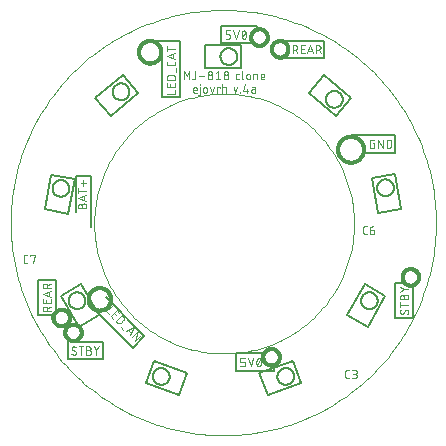
<source format=gto>
G04 EAGLE Gerber RS-274X export*
G75*
%MOMM*%
%FSLAX35Y35*%
%LPD*%
%INsilk_top*%
%IPPOS*%
%AMOC8*
5,1,8,0,0,1.08239X$1,22.5*%
G01*
%ADD10C,0.050800*%
%ADD11C,0.010000*%
%ADD12C,0.050000*%
%ADD13C,0.127000*%
%ADD14C,0.300000*%


D10*
X-340046Y1221290D02*
X-340046Y1291210D01*
X-316740Y1252365D01*
X-293433Y1291210D01*
X-293433Y1221290D01*
X-245314Y1236828D02*
X-245314Y1291210D01*
X-245314Y1236828D02*
X-245319Y1236453D01*
X-245332Y1236077D01*
X-245355Y1235702D01*
X-245387Y1235328D01*
X-245427Y1234955D01*
X-245477Y1234583D01*
X-245536Y1234212D01*
X-245603Y1233843D01*
X-245680Y1233475D01*
X-245766Y1233109D01*
X-245860Y1232746D01*
X-245963Y1232385D01*
X-246075Y1232026D01*
X-246195Y1231671D01*
X-246324Y1231318D01*
X-246461Y1230969D01*
X-246607Y1230623D01*
X-246761Y1230280D01*
X-246923Y1229942D01*
X-247094Y1229607D01*
X-247272Y1229277D01*
X-247459Y1228951D01*
X-247653Y1228629D01*
X-247855Y1228313D01*
X-248065Y1228001D01*
X-248282Y1227695D01*
X-248506Y1227394D01*
X-248738Y1227098D01*
X-248976Y1226808D01*
X-249222Y1226524D01*
X-249474Y1226246D01*
X-249733Y1225974D01*
X-249999Y1225709D01*
X-250270Y1225450D01*
X-250549Y1225198D01*
X-250833Y1224952D01*
X-251122Y1224713D01*
X-251418Y1224482D01*
X-251719Y1224257D01*
X-252026Y1224040D01*
X-252337Y1223831D01*
X-252654Y1223629D01*
X-252975Y1223435D01*
X-253301Y1223248D01*
X-253631Y1223070D01*
X-253966Y1222899D01*
X-254304Y1222737D01*
X-254647Y1222583D01*
X-254993Y1222437D01*
X-255342Y1222300D01*
X-255695Y1222171D01*
X-256051Y1222050D01*
X-256409Y1221939D01*
X-256770Y1221836D01*
X-257134Y1221741D01*
X-257499Y1221656D01*
X-257867Y1221579D01*
X-258236Y1221512D01*
X-258607Y1221453D01*
X-258979Y1221403D01*
X-259353Y1221363D01*
X-259727Y1221331D01*
X-260102Y1221308D01*
X-260477Y1221295D01*
X-260852Y1221290D01*
X-268621Y1221290D01*
X-214047Y1248481D02*
X-167433Y1248481D01*
X-138162Y1240712D02*
X-138156Y1241185D01*
X-138139Y1241658D01*
X-138110Y1242130D01*
X-138070Y1242601D01*
X-138018Y1243071D01*
X-137955Y1243540D01*
X-137880Y1244007D01*
X-137795Y1244472D01*
X-137697Y1244935D01*
X-137589Y1245395D01*
X-137469Y1245853D01*
X-137339Y1246307D01*
X-137197Y1246759D01*
X-137044Y1247206D01*
X-136880Y1247650D01*
X-136706Y1248090D01*
X-136521Y1248525D01*
X-136326Y1248956D01*
X-136120Y1249382D01*
X-135903Y1249802D01*
X-135677Y1250217D01*
X-135440Y1250627D01*
X-135194Y1251031D01*
X-134938Y1251428D01*
X-134672Y1251820D01*
X-134397Y1252204D01*
X-134112Y1252582D01*
X-133819Y1252953D01*
X-133516Y1253317D01*
X-133205Y1253673D01*
X-132885Y1254021D01*
X-132557Y1254362D01*
X-132220Y1254694D01*
X-131876Y1255018D01*
X-131524Y1255334D01*
X-131164Y1255641D01*
X-130797Y1255939D01*
X-130422Y1256228D01*
X-130041Y1256508D01*
X-129653Y1256778D01*
X-129258Y1257039D01*
X-128858Y1257290D01*
X-128451Y1257532D01*
X-128039Y1257763D01*
X-127621Y1257985D01*
X-127197Y1258196D01*
X-126769Y1258397D01*
X-126336Y1258587D01*
X-125899Y1258767D01*
X-125457Y1258936D01*
X-125011Y1259094D01*
X-124562Y1259241D01*
X-124109Y1259377D01*
X-123652Y1259502D01*
X-123193Y1259617D01*
X-122732Y1259719D01*
X-122268Y1259811D01*
X-121802Y1259891D01*
X-121334Y1259960D01*
X-120864Y1260017D01*
X-120393Y1260063D01*
X-119922Y1260098D01*
X-119449Y1260121D01*
X-118976Y1260133D01*
X-118504Y1260133D01*
X-118031Y1260121D01*
X-117558Y1260098D01*
X-117087Y1260063D01*
X-116616Y1260017D01*
X-116146Y1259960D01*
X-115678Y1259891D01*
X-115212Y1259811D01*
X-114748Y1259719D01*
X-114287Y1259617D01*
X-113828Y1259502D01*
X-113371Y1259377D01*
X-112918Y1259241D01*
X-112469Y1259094D01*
X-112023Y1258936D01*
X-111581Y1258767D01*
X-111144Y1258587D01*
X-110711Y1258397D01*
X-110283Y1258196D01*
X-109859Y1257985D01*
X-109441Y1257763D01*
X-109029Y1257532D01*
X-108622Y1257290D01*
X-108222Y1257039D01*
X-107827Y1256778D01*
X-107439Y1256508D01*
X-107058Y1256228D01*
X-106683Y1255939D01*
X-106316Y1255641D01*
X-105956Y1255334D01*
X-105604Y1255018D01*
X-105260Y1254694D01*
X-104923Y1254362D01*
X-104595Y1254021D01*
X-104275Y1253673D01*
X-103964Y1253317D01*
X-103661Y1252953D01*
X-103368Y1252582D01*
X-103083Y1252204D01*
X-102808Y1251820D01*
X-102542Y1251428D01*
X-102286Y1251031D01*
X-102040Y1250627D01*
X-101803Y1250217D01*
X-101577Y1249802D01*
X-101360Y1249382D01*
X-101154Y1248956D01*
X-100959Y1248525D01*
X-100774Y1248090D01*
X-100600Y1247650D01*
X-100436Y1247206D01*
X-100283Y1246759D01*
X-100141Y1246307D01*
X-100011Y1245853D01*
X-99891Y1245395D01*
X-99783Y1244935D01*
X-99685Y1244472D01*
X-99600Y1244007D01*
X-99525Y1243540D01*
X-99462Y1243071D01*
X-99410Y1242601D01*
X-99370Y1242130D01*
X-99341Y1241658D01*
X-99324Y1241185D01*
X-99318Y1240712D01*
X-99324Y1240239D01*
X-99341Y1239766D01*
X-99370Y1239294D01*
X-99410Y1238823D01*
X-99462Y1238353D01*
X-99525Y1237884D01*
X-99600Y1237417D01*
X-99685Y1236952D01*
X-99783Y1236489D01*
X-99891Y1236029D01*
X-100011Y1235571D01*
X-100141Y1235117D01*
X-100283Y1234665D01*
X-100436Y1234218D01*
X-100600Y1233774D01*
X-100774Y1233334D01*
X-100959Y1232899D01*
X-101154Y1232468D01*
X-101360Y1232042D01*
X-101577Y1231622D01*
X-101803Y1231207D01*
X-102040Y1230797D01*
X-102286Y1230393D01*
X-102542Y1229996D01*
X-102808Y1229604D01*
X-103083Y1229220D01*
X-103368Y1228842D01*
X-103661Y1228471D01*
X-103964Y1228107D01*
X-104275Y1227751D01*
X-104595Y1227403D01*
X-104923Y1227062D01*
X-105260Y1226730D01*
X-105604Y1226406D01*
X-105956Y1226090D01*
X-106316Y1225783D01*
X-106683Y1225485D01*
X-107058Y1225196D01*
X-107439Y1224916D01*
X-107827Y1224646D01*
X-108222Y1224385D01*
X-108622Y1224134D01*
X-109029Y1223892D01*
X-109441Y1223661D01*
X-109859Y1223439D01*
X-110283Y1223228D01*
X-110711Y1223027D01*
X-111144Y1222837D01*
X-111581Y1222657D01*
X-112023Y1222488D01*
X-112469Y1222330D01*
X-112918Y1222183D01*
X-113371Y1222047D01*
X-113828Y1221922D01*
X-114287Y1221807D01*
X-114748Y1221705D01*
X-115212Y1221613D01*
X-115678Y1221533D01*
X-116146Y1221464D01*
X-116616Y1221407D01*
X-117087Y1221361D01*
X-117558Y1221326D01*
X-118031Y1221303D01*
X-118504Y1221291D01*
X-118976Y1221291D01*
X-119449Y1221303D01*
X-119922Y1221326D01*
X-120393Y1221361D01*
X-120864Y1221407D01*
X-121334Y1221464D01*
X-121802Y1221533D01*
X-122268Y1221613D01*
X-122732Y1221705D01*
X-123193Y1221807D01*
X-123652Y1221922D01*
X-124109Y1222047D01*
X-124562Y1222183D01*
X-125011Y1222330D01*
X-125457Y1222488D01*
X-125899Y1222657D01*
X-126336Y1222837D01*
X-126769Y1223027D01*
X-127197Y1223228D01*
X-127621Y1223439D01*
X-128039Y1223661D01*
X-128451Y1223892D01*
X-128858Y1224134D01*
X-129258Y1224385D01*
X-129653Y1224646D01*
X-130041Y1224916D01*
X-130422Y1225196D01*
X-130797Y1225485D01*
X-131164Y1225783D01*
X-131524Y1226090D01*
X-131876Y1226406D01*
X-132220Y1226730D01*
X-132557Y1227062D01*
X-132885Y1227403D01*
X-133205Y1227751D01*
X-133516Y1228107D01*
X-133819Y1228471D01*
X-134112Y1228842D01*
X-134397Y1229220D01*
X-134672Y1229604D01*
X-134938Y1229996D01*
X-135194Y1230393D01*
X-135440Y1230797D01*
X-135677Y1231207D01*
X-135903Y1231622D01*
X-136120Y1232042D01*
X-136326Y1232468D01*
X-136521Y1232899D01*
X-136706Y1233334D01*
X-136880Y1233774D01*
X-137044Y1234218D01*
X-137197Y1234665D01*
X-137339Y1235117D01*
X-137469Y1235571D01*
X-137589Y1236029D01*
X-137697Y1236489D01*
X-137795Y1236952D01*
X-137880Y1237417D01*
X-137955Y1237884D01*
X-138018Y1238353D01*
X-138070Y1238823D01*
X-138110Y1239294D01*
X-138139Y1239766D01*
X-138156Y1240239D01*
X-138162Y1240712D01*
X-134278Y1275672D02*
X-134273Y1276050D01*
X-134260Y1276429D01*
X-134237Y1276806D01*
X-134204Y1277183D01*
X-134163Y1277559D01*
X-134112Y1277934D01*
X-134053Y1278308D01*
X-133984Y1278680D01*
X-133906Y1279050D01*
X-133820Y1279419D01*
X-133724Y1279785D01*
X-133619Y1280148D01*
X-133506Y1280509D01*
X-133384Y1280868D01*
X-133253Y1281223D01*
X-133113Y1281574D01*
X-132965Y1281923D01*
X-132809Y1282267D01*
X-132644Y1282608D01*
X-132471Y1282944D01*
X-132290Y1283277D01*
X-132101Y1283604D01*
X-131904Y1283927D01*
X-131699Y1284245D01*
X-131486Y1284558D01*
X-131266Y1284866D01*
X-131038Y1285168D01*
X-130803Y1285465D01*
X-130561Y1285756D01*
X-130312Y1286041D01*
X-130056Y1286320D01*
X-129794Y1286592D01*
X-129525Y1286858D01*
X-129249Y1287117D01*
X-128967Y1287370D01*
X-128679Y1287615D01*
X-128385Y1287854D01*
X-128086Y1288085D01*
X-127781Y1288309D01*
X-127471Y1288525D01*
X-127155Y1288734D01*
X-126834Y1288935D01*
X-126509Y1289128D01*
X-126179Y1289313D01*
X-125845Y1289491D01*
X-125506Y1289660D01*
X-125163Y1289820D01*
X-124817Y1289972D01*
X-124467Y1290116D01*
X-124114Y1290251D01*
X-123757Y1290378D01*
X-123397Y1290496D01*
X-123035Y1290605D01*
X-122670Y1290705D01*
X-122303Y1290796D01*
X-121934Y1290878D01*
X-121562Y1290952D01*
X-121189Y1291016D01*
X-120815Y1291071D01*
X-120439Y1291117D01*
X-120063Y1291154D01*
X-119685Y1291181D01*
X-119307Y1291200D01*
X-118929Y1291209D01*
X-118551Y1291209D01*
X-118173Y1291200D01*
X-117795Y1291181D01*
X-117417Y1291154D01*
X-117041Y1291117D01*
X-116665Y1291071D01*
X-116291Y1291016D01*
X-115918Y1290952D01*
X-115546Y1290878D01*
X-115177Y1290796D01*
X-114810Y1290705D01*
X-114445Y1290605D01*
X-114083Y1290496D01*
X-113723Y1290378D01*
X-113366Y1290251D01*
X-113013Y1290116D01*
X-112663Y1289972D01*
X-112317Y1289820D01*
X-111974Y1289660D01*
X-111635Y1289491D01*
X-111301Y1289313D01*
X-110971Y1289128D01*
X-110646Y1288935D01*
X-110325Y1288734D01*
X-110009Y1288525D01*
X-109699Y1288309D01*
X-109394Y1288085D01*
X-109095Y1287854D01*
X-108801Y1287615D01*
X-108513Y1287370D01*
X-108231Y1287117D01*
X-107955Y1286858D01*
X-107686Y1286592D01*
X-107424Y1286320D01*
X-107168Y1286041D01*
X-106919Y1285756D01*
X-106677Y1285465D01*
X-106442Y1285168D01*
X-106214Y1284866D01*
X-105994Y1284558D01*
X-105781Y1284245D01*
X-105576Y1283927D01*
X-105379Y1283604D01*
X-105190Y1283277D01*
X-105009Y1282944D01*
X-104836Y1282608D01*
X-104671Y1282267D01*
X-104515Y1281923D01*
X-104367Y1281574D01*
X-104227Y1281223D01*
X-104096Y1280868D01*
X-103974Y1280509D01*
X-103861Y1280148D01*
X-103756Y1279785D01*
X-103660Y1279419D01*
X-103574Y1279050D01*
X-103496Y1278680D01*
X-103427Y1278308D01*
X-103368Y1277934D01*
X-103317Y1277559D01*
X-103276Y1277183D01*
X-103243Y1276806D01*
X-103220Y1276429D01*
X-103207Y1276050D01*
X-103202Y1275672D01*
X-103207Y1275294D01*
X-103220Y1274915D01*
X-103243Y1274538D01*
X-103276Y1274161D01*
X-103317Y1273785D01*
X-103368Y1273410D01*
X-103427Y1273036D01*
X-103496Y1272664D01*
X-103574Y1272294D01*
X-103660Y1271925D01*
X-103756Y1271559D01*
X-103861Y1271196D01*
X-103974Y1270835D01*
X-104096Y1270476D01*
X-104227Y1270121D01*
X-104367Y1269770D01*
X-104515Y1269421D01*
X-104671Y1269077D01*
X-104836Y1268736D01*
X-105009Y1268400D01*
X-105190Y1268067D01*
X-105379Y1267740D01*
X-105576Y1267417D01*
X-105781Y1267099D01*
X-105994Y1266786D01*
X-106214Y1266478D01*
X-106442Y1266176D01*
X-106677Y1265879D01*
X-106919Y1265588D01*
X-107168Y1265303D01*
X-107424Y1265024D01*
X-107686Y1264752D01*
X-107955Y1264486D01*
X-108231Y1264227D01*
X-108513Y1263974D01*
X-108801Y1263729D01*
X-109095Y1263490D01*
X-109394Y1263259D01*
X-109699Y1263035D01*
X-110009Y1262819D01*
X-110325Y1262610D01*
X-110646Y1262409D01*
X-110971Y1262216D01*
X-111301Y1262031D01*
X-111635Y1261853D01*
X-111974Y1261684D01*
X-112317Y1261524D01*
X-112663Y1261372D01*
X-113013Y1261228D01*
X-113366Y1261093D01*
X-113723Y1260966D01*
X-114083Y1260848D01*
X-114445Y1260739D01*
X-114810Y1260639D01*
X-115177Y1260548D01*
X-115546Y1260466D01*
X-115918Y1260392D01*
X-116291Y1260328D01*
X-116665Y1260273D01*
X-117041Y1260227D01*
X-117417Y1260190D01*
X-117795Y1260163D01*
X-118173Y1260144D01*
X-118551Y1260135D01*
X-118929Y1260135D01*
X-119307Y1260144D01*
X-119685Y1260163D01*
X-120063Y1260190D01*
X-120439Y1260227D01*
X-120815Y1260273D01*
X-121189Y1260328D01*
X-121562Y1260392D01*
X-121934Y1260466D01*
X-122303Y1260548D01*
X-122670Y1260639D01*
X-123035Y1260739D01*
X-123397Y1260848D01*
X-123757Y1260966D01*
X-124114Y1261093D01*
X-124467Y1261228D01*
X-124817Y1261372D01*
X-125163Y1261524D01*
X-125506Y1261684D01*
X-125845Y1261853D01*
X-126179Y1262031D01*
X-126509Y1262216D01*
X-126834Y1262409D01*
X-127155Y1262610D01*
X-127471Y1262819D01*
X-127781Y1263035D01*
X-128086Y1263259D01*
X-128385Y1263490D01*
X-128679Y1263729D01*
X-128967Y1263974D01*
X-129249Y1264227D01*
X-129525Y1264486D01*
X-129794Y1264752D01*
X-130056Y1265024D01*
X-130312Y1265303D01*
X-130561Y1265588D01*
X-130803Y1265879D01*
X-131038Y1266176D01*
X-131266Y1266478D01*
X-131486Y1266786D01*
X-131699Y1267099D01*
X-131904Y1267417D01*
X-132101Y1267740D01*
X-132290Y1268067D01*
X-132471Y1268400D01*
X-132644Y1268736D01*
X-132809Y1269077D01*
X-132965Y1269421D01*
X-133113Y1269770D01*
X-133253Y1270121D01*
X-133384Y1270476D01*
X-133506Y1270835D01*
X-133619Y1271196D01*
X-133724Y1271559D01*
X-133820Y1271925D01*
X-133906Y1272294D01*
X-133984Y1272664D01*
X-134053Y1273036D01*
X-134112Y1273410D01*
X-134163Y1273785D01*
X-134204Y1274161D01*
X-134237Y1274538D01*
X-134260Y1274915D01*
X-134273Y1275294D01*
X-134278Y1275672D01*
X-70662Y1275672D02*
X-51240Y1291210D01*
X-51240Y1221290D01*
X-70662Y1221290D02*
X-31818Y1221290D01*
X-3162Y1240712D02*
X-3156Y1241185D01*
X-3139Y1241658D01*
X-3110Y1242130D01*
X-3070Y1242601D01*
X-3018Y1243071D01*
X-2955Y1243540D01*
X-2880Y1244007D01*
X-2795Y1244472D01*
X-2697Y1244935D01*
X-2589Y1245395D01*
X-2469Y1245853D01*
X-2339Y1246307D01*
X-2197Y1246759D01*
X-2044Y1247206D01*
X-1880Y1247650D01*
X-1706Y1248090D01*
X-1521Y1248525D01*
X-1326Y1248956D01*
X-1120Y1249382D01*
X-903Y1249802D01*
X-677Y1250217D01*
X-440Y1250627D01*
X-194Y1251031D01*
X62Y1251428D01*
X328Y1251820D01*
X603Y1252204D01*
X888Y1252582D01*
X1181Y1252953D01*
X1484Y1253317D01*
X1795Y1253673D01*
X2115Y1254021D01*
X2443Y1254362D01*
X2780Y1254694D01*
X3124Y1255018D01*
X3476Y1255334D01*
X3836Y1255641D01*
X4203Y1255939D01*
X4578Y1256228D01*
X4959Y1256508D01*
X5347Y1256778D01*
X5742Y1257039D01*
X6142Y1257290D01*
X6549Y1257532D01*
X6961Y1257763D01*
X7379Y1257985D01*
X7803Y1258196D01*
X8231Y1258397D01*
X8664Y1258587D01*
X9101Y1258767D01*
X9543Y1258936D01*
X9989Y1259094D01*
X10438Y1259241D01*
X10891Y1259377D01*
X11348Y1259502D01*
X11807Y1259617D01*
X12268Y1259719D01*
X12732Y1259811D01*
X13198Y1259891D01*
X13666Y1259960D01*
X14136Y1260017D01*
X14607Y1260063D01*
X15078Y1260098D01*
X15551Y1260121D01*
X16024Y1260133D01*
X16496Y1260133D01*
X16969Y1260121D01*
X17442Y1260098D01*
X17913Y1260063D01*
X18384Y1260017D01*
X18854Y1259960D01*
X19322Y1259891D01*
X19788Y1259811D01*
X20252Y1259719D01*
X20713Y1259617D01*
X21172Y1259502D01*
X21629Y1259377D01*
X22082Y1259241D01*
X22531Y1259094D01*
X22977Y1258936D01*
X23419Y1258767D01*
X23856Y1258587D01*
X24289Y1258397D01*
X24717Y1258196D01*
X25141Y1257985D01*
X25559Y1257763D01*
X25971Y1257532D01*
X26378Y1257290D01*
X26778Y1257039D01*
X27173Y1256778D01*
X27561Y1256508D01*
X27942Y1256228D01*
X28317Y1255939D01*
X28684Y1255641D01*
X29044Y1255334D01*
X29396Y1255018D01*
X29740Y1254694D01*
X30077Y1254362D01*
X30405Y1254021D01*
X30725Y1253673D01*
X31036Y1253317D01*
X31339Y1252953D01*
X31632Y1252582D01*
X31917Y1252204D01*
X32192Y1251820D01*
X32458Y1251428D01*
X32714Y1251031D01*
X32960Y1250627D01*
X33197Y1250217D01*
X33423Y1249802D01*
X33640Y1249382D01*
X33846Y1248956D01*
X34041Y1248525D01*
X34226Y1248090D01*
X34400Y1247650D01*
X34564Y1247206D01*
X34717Y1246759D01*
X34859Y1246307D01*
X34989Y1245853D01*
X35109Y1245395D01*
X35217Y1244935D01*
X35315Y1244472D01*
X35400Y1244007D01*
X35475Y1243540D01*
X35538Y1243071D01*
X35590Y1242601D01*
X35630Y1242130D01*
X35659Y1241658D01*
X35676Y1241185D01*
X35682Y1240712D01*
X35676Y1240239D01*
X35659Y1239766D01*
X35630Y1239294D01*
X35590Y1238823D01*
X35538Y1238353D01*
X35475Y1237884D01*
X35400Y1237417D01*
X35315Y1236952D01*
X35217Y1236489D01*
X35109Y1236029D01*
X34989Y1235571D01*
X34859Y1235117D01*
X34717Y1234665D01*
X34564Y1234218D01*
X34400Y1233774D01*
X34226Y1233334D01*
X34041Y1232899D01*
X33846Y1232468D01*
X33640Y1232042D01*
X33423Y1231622D01*
X33197Y1231207D01*
X32960Y1230797D01*
X32714Y1230393D01*
X32458Y1229996D01*
X32192Y1229604D01*
X31917Y1229220D01*
X31632Y1228842D01*
X31339Y1228471D01*
X31036Y1228107D01*
X30725Y1227751D01*
X30405Y1227403D01*
X30077Y1227062D01*
X29740Y1226730D01*
X29396Y1226406D01*
X29044Y1226090D01*
X28684Y1225783D01*
X28317Y1225485D01*
X27942Y1225196D01*
X27561Y1224916D01*
X27173Y1224646D01*
X26778Y1224385D01*
X26378Y1224134D01*
X25971Y1223892D01*
X25559Y1223661D01*
X25141Y1223439D01*
X24717Y1223228D01*
X24289Y1223027D01*
X23856Y1222837D01*
X23419Y1222657D01*
X22977Y1222488D01*
X22531Y1222330D01*
X22082Y1222183D01*
X21629Y1222047D01*
X21172Y1221922D01*
X20713Y1221807D01*
X20252Y1221705D01*
X19788Y1221613D01*
X19322Y1221533D01*
X18854Y1221464D01*
X18384Y1221407D01*
X17913Y1221361D01*
X17442Y1221326D01*
X16969Y1221303D01*
X16496Y1221291D01*
X16024Y1221291D01*
X15551Y1221303D01*
X15078Y1221326D01*
X14607Y1221361D01*
X14136Y1221407D01*
X13666Y1221464D01*
X13198Y1221533D01*
X12732Y1221613D01*
X12268Y1221705D01*
X11807Y1221807D01*
X11348Y1221922D01*
X10891Y1222047D01*
X10438Y1222183D01*
X9989Y1222330D01*
X9543Y1222488D01*
X9101Y1222657D01*
X8664Y1222837D01*
X8231Y1223027D01*
X7803Y1223228D01*
X7379Y1223439D01*
X6961Y1223661D01*
X6549Y1223892D01*
X6142Y1224134D01*
X5742Y1224385D01*
X5347Y1224646D01*
X4959Y1224916D01*
X4578Y1225196D01*
X4203Y1225485D01*
X3836Y1225783D01*
X3476Y1226090D01*
X3124Y1226406D01*
X2780Y1226730D01*
X2443Y1227062D01*
X2115Y1227403D01*
X1795Y1227751D01*
X1484Y1228107D01*
X1181Y1228471D01*
X888Y1228842D01*
X603Y1229220D01*
X328Y1229604D01*
X62Y1229996D01*
X-194Y1230393D01*
X-440Y1230797D01*
X-677Y1231207D01*
X-903Y1231622D01*
X-1120Y1232042D01*
X-1326Y1232468D01*
X-1521Y1232899D01*
X-1706Y1233334D01*
X-1880Y1233774D01*
X-2044Y1234218D01*
X-2197Y1234665D01*
X-2339Y1235117D01*
X-2469Y1235571D01*
X-2589Y1236029D01*
X-2697Y1236489D01*
X-2795Y1236952D01*
X-2880Y1237417D01*
X-2955Y1237884D01*
X-3018Y1238353D01*
X-3070Y1238823D01*
X-3110Y1239294D01*
X-3139Y1239766D01*
X-3156Y1240239D01*
X-3162Y1240712D01*
X722Y1275672D02*
X727Y1276050D01*
X740Y1276429D01*
X763Y1276806D01*
X796Y1277183D01*
X837Y1277559D01*
X888Y1277934D01*
X947Y1278308D01*
X1016Y1278680D01*
X1094Y1279050D01*
X1180Y1279419D01*
X1276Y1279785D01*
X1381Y1280148D01*
X1494Y1280509D01*
X1616Y1280868D01*
X1747Y1281223D01*
X1887Y1281574D01*
X2035Y1281923D01*
X2191Y1282267D01*
X2356Y1282608D01*
X2529Y1282944D01*
X2710Y1283277D01*
X2899Y1283604D01*
X3096Y1283927D01*
X3301Y1284245D01*
X3514Y1284558D01*
X3734Y1284866D01*
X3962Y1285168D01*
X4197Y1285465D01*
X4439Y1285756D01*
X4688Y1286041D01*
X4944Y1286320D01*
X5206Y1286592D01*
X5475Y1286858D01*
X5751Y1287117D01*
X6033Y1287370D01*
X6321Y1287615D01*
X6615Y1287854D01*
X6914Y1288085D01*
X7219Y1288309D01*
X7529Y1288525D01*
X7845Y1288734D01*
X8166Y1288935D01*
X8491Y1289128D01*
X8821Y1289313D01*
X9155Y1289491D01*
X9494Y1289660D01*
X9837Y1289820D01*
X10183Y1289972D01*
X10533Y1290116D01*
X10886Y1290251D01*
X11243Y1290378D01*
X11603Y1290496D01*
X11965Y1290605D01*
X12330Y1290705D01*
X12697Y1290796D01*
X13066Y1290878D01*
X13438Y1290952D01*
X13811Y1291016D01*
X14185Y1291071D01*
X14561Y1291117D01*
X14937Y1291154D01*
X15315Y1291181D01*
X15693Y1291200D01*
X16071Y1291209D01*
X16449Y1291209D01*
X16827Y1291200D01*
X17205Y1291181D01*
X17583Y1291154D01*
X17959Y1291117D01*
X18335Y1291071D01*
X18709Y1291016D01*
X19082Y1290952D01*
X19454Y1290878D01*
X19823Y1290796D01*
X20190Y1290705D01*
X20555Y1290605D01*
X20917Y1290496D01*
X21277Y1290378D01*
X21634Y1290251D01*
X21987Y1290116D01*
X22337Y1289972D01*
X22683Y1289820D01*
X23026Y1289660D01*
X23365Y1289491D01*
X23699Y1289313D01*
X24029Y1289128D01*
X24354Y1288935D01*
X24675Y1288734D01*
X24991Y1288525D01*
X25301Y1288309D01*
X25606Y1288085D01*
X25905Y1287854D01*
X26199Y1287615D01*
X26487Y1287370D01*
X26769Y1287117D01*
X27045Y1286858D01*
X27314Y1286592D01*
X27576Y1286320D01*
X27832Y1286041D01*
X28081Y1285756D01*
X28323Y1285465D01*
X28558Y1285168D01*
X28786Y1284866D01*
X29006Y1284558D01*
X29219Y1284245D01*
X29424Y1283927D01*
X29621Y1283604D01*
X29810Y1283277D01*
X29991Y1282944D01*
X30164Y1282608D01*
X30329Y1282267D01*
X30485Y1281923D01*
X30633Y1281574D01*
X30773Y1281223D01*
X30904Y1280868D01*
X31026Y1280509D01*
X31139Y1280148D01*
X31244Y1279785D01*
X31340Y1279419D01*
X31426Y1279050D01*
X31504Y1278680D01*
X31573Y1278308D01*
X31632Y1277934D01*
X31683Y1277559D01*
X31724Y1277183D01*
X31757Y1276806D01*
X31780Y1276429D01*
X31793Y1276050D01*
X31798Y1275672D01*
X31793Y1275294D01*
X31780Y1274915D01*
X31757Y1274538D01*
X31724Y1274161D01*
X31683Y1273785D01*
X31632Y1273410D01*
X31573Y1273036D01*
X31504Y1272664D01*
X31426Y1272294D01*
X31340Y1271925D01*
X31244Y1271559D01*
X31139Y1271196D01*
X31026Y1270835D01*
X30904Y1270476D01*
X30773Y1270121D01*
X30633Y1269770D01*
X30485Y1269421D01*
X30329Y1269077D01*
X30164Y1268736D01*
X29991Y1268400D01*
X29810Y1268067D01*
X29621Y1267740D01*
X29424Y1267417D01*
X29219Y1267099D01*
X29006Y1266786D01*
X28786Y1266478D01*
X28558Y1266176D01*
X28323Y1265879D01*
X28081Y1265588D01*
X27832Y1265303D01*
X27576Y1265024D01*
X27314Y1264752D01*
X27045Y1264486D01*
X26769Y1264227D01*
X26487Y1263974D01*
X26199Y1263729D01*
X25905Y1263490D01*
X25606Y1263259D01*
X25301Y1263035D01*
X24991Y1262819D01*
X24675Y1262610D01*
X24354Y1262409D01*
X24029Y1262216D01*
X23699Y1262031D01*
X23365Y1261853D01*
X23026Y1261684D01*
X22683Y1261524D01*
X22337Y1261372D01*
X21987Y1261228D01*
X21634Y1261093D01*
X21277Y1260966D01*
X20917Y1260848D01*
X20555Y1260739D01*
X20190Y1260639D01*
X19823Y1260548D01*
X19454Y1260466D01*
X19082Y1260392D01*
X18709Y1260328D01*
X18335Y1260273D01*
X17959Y1260227D01*
X17583Y1260190D01*
X17205Y1260163D01*
X16827Y1260144D01*
X16449Y1260135D01*
X16071Y1260135D01*
X15693Y1260144D01*
X15315Y1260163D01*
X14937Y1260190D01*
X14561Y1260227D01*
X14185Y1260273D01*
X13811Y1260328D01*
X13438Y1260392D01*
X13066Y1260466D01*
X12697Y1260548D01*
X12330Y1260639D01*
X11965Y1260739D01*
X11603Y1260848D01*
X11243Y1260966D01*
X10886Y1261093D01*
X10533Y1261228D01*
X10183Y1261372D01*
X9837Y1261524D01*
X9494Y1261684D01*
X9155Y1261853D01*
X8821Y1262031D01*
X8491Y1262216D01*
X8166Y1262409D01*
X7845Y1262610D01*
X7529Y1262819D01*
X7219Y1263035D01*
X6914Y1263259D01*
X6615Y1263490D01*
X6321Y1263729D01*
X6033Y1263974D01*
X5751Y1264227D01*
X5475Y1264486D01*
X5206Y1264752D01*
X4944Y1265024D01*
X4688Y1265303D01*
X4439Y1265588D01*
X4197Y1265879D01*
X3962Y1266176D01*
X3734Y1266478D01*
X3514Y1266786D01*
X3301Y1267099D01*
X3096Y1267417D01*
X2899Y1267740D01*
X2710Y1268067D01*
X2529Y1268400D01*
X2356Y1268736D01*
X2191Y1269077D01*
X2035Y1269421D01*
X1887Y1269770D01*
X1747Y1270121D01*
X1616Y1270476D01*
X1494Y1270835D01*
X1381Y1271196D01*
X1276Y1271559D01*
X1180Y1271925D01*
X1094Y1272294D01*
X1016Y1272664D01*
X947Y1273036D01*
X888Y1273410D01*
X837Y1273785D01*
X796Y1274161D01*
X763Y1274538D01*
X740Y1274915D01*
X727Y1275294D01*
X722Y1275672D01*
X111448Y1221290D02*
X126985Y1221290D01*
X111448Y1221290D02*
X111166Y1221293D01*
X110885Y1221304D01*
X110604Y1221321D01*
X110323Y1221344D01*
X110043Y1221375D01*
X109764Y1221412D01*
X109486Y1221456D01*
X109209Y1221507D01*
X108933Y1221565D01*
X108659Y1221629D01*
X108387Y1221699D01*
X108116Y1221777D01*
X107847Y1221860D01*
X107580Y1221951D01*
X107316Y1222047D01*
X107054Y1222150D01*
X106794Y1222260D01*
X106537Y1222375D01*
X106283Y1222497D01*
X106033Y1222625D01*
X105785Y1222759D01*
X105540Y1222898D01*
X105299Y1223044D01*
X105062Y1223196D01*
X104828Y1223353D01*
X104599Y1223516D01*
X104373Y1223684D01*
X104151Y1223857D01*
X103934Y1224036D01*
X103721Y1224221D01*
X103512Y1224410D01*
X103308Y1224604D01*
X103109Y1224803D01*
X102915Y1225007D01*
X102726Y1225216D01*
X102541Y1225429D01*
X102362Y1225646D01*
X102189Y1225868D01*
X102021Y1226094D01*
X101858Y1226323D01*
X101701Y1226557D01*
X101549Y1226794D01*
X101403Y1227035D01*
X101264Y1227280D01*
X101130Y1227528D01*
X101002Y1227778D01*
X100880Y1228032D01*
X100765Y1228289D01*
X100655Y1228549D01*
X100552Y1228811D01*
X100456Y1229075D01*
X100365Y1229342D01*
X100282Y1229611D01*
X100204Y1229882D01*
X100134Y1230154D01*
X100070Y1230428D01*
X100012Y1230704D01*
X99961Y1230981D01*
X99917Y1231259D01*
X99880Y1231538D01*
X99849Y1231818D01*
X99826Y1232099D01*
X99809Y1232380D01*
X99798Y1232661D01*
X99795Y1232943D01*
X99794Y1232943D02*
X99794Y1256250D01*
X99795Y1256250D02*
X99798Y1256532D01*
X99809Y1256813D01*
X99826Y1257094D01*
X99849Y1257375D01*
X99880Y1257655D01*
X99917Y1257934D01*
X99961Y1258212D01*
X100012Y1258489D01*
X100070Y1258765D01*
X100134Y1259039D01*
X100204Y1259311D01*
X100282Y1259582D01*
X100365Y1259851D01*
X100456Y1260118D01*
X100552Y1260382D01*
X100655Y1260644D01*
X100765Y1260904D01*
X100880Y1261161D01*
X101002Y1261415D01*
X101130Y1261665D01*
X101264Y1261913D01*
X101403Y1262158D01*
X101549Y1262399D01*
X101701Y1262636D01*
X101858Y1262870D01*
X102021Y1263099D01*
X102189Y1263325D01*
X102362Y1263547D01*
X102541Y1263764D01*
X102726Y1263977D01*
X102915Y1264186D01*
X103109Y1264390D01*
X103308Y1264589D01*
X103512Y1264783D01*
X103721Y1264972D01*
X103934Y1265157D01*
X104151Y1265336D01*
X104373Y1265509D01*
X104599Y1265677D01*
X104828Y1265840D01*
X105062Y1265997D01*
X105299Y1266149D01*
X105540Y1266295D01*
X105785Y1266434D01*
X106033Y1266568D01*
X106283Y1266696D01*
X106537Y1266818D01*
X106794Y1266933D01*
X107054Y1267043D01*
X107316Y1267146D01*
X107580Y1267242D01*
X107847Y1267333D01*
X108116Y1267416D01*
X108387Y1267494D01*
X108659Y1267564D01*
X108933Y1267628D01*
X109209Y1267686D01*
X109486Y1267737D01*
X109764Y1267781D01*
X110043Y1267818D01*
X110323Y1267849D01*
X110604Y1267872D01*
X110885Y1267889D01*
X111166Y1267900D01*
X111448Y1267903D01*
X126985Y1267903D01*
X152460Y1291210D02*
X152460Y1232943D01*
X152463Y1232661D01*
X152474Y1232380D01*
X152491Y1232099D01*
X152514Y1231818D01*
X152545Y1231538D01*
X152582Y1231259D01*
X152626Y1230981D01*
X152677Y1230704D01*
X152735Y1230428D01*
X152799Y1230154D01*
X152869Y1229882D01*
X152947Y1229611D01*
X153030Y1229342D01*
X153121Y1229075D01*
X153217Y1228811D01*
X153320Y1228549D01*
X153430Y1228289D01*
X153545Y1228032D01*
X153667Y1227778D01*
X153795Y1227528D01*
X153929Y1227280D01*
X154068Y1227035D01*
X154214Y1226794D01*
X154366Y1226557D01*
X154523Y1226323D01*
X154686Y1226094D01*
X154854Y1225868D01*
X155027Y1225646D01*
X155206Y1225429D01*
X155391Y1225216D01*
X155580Y1225007D01*
X155774Y1224803D01*
X155973Y1224604D01*
X156177Y1224410D01*
X156386Y1224221D01*
X156599Y1224036D01*
X156816Y1223857D01*
X157038Y1223684D01*
X157264Y1223516D01*
X157493Y1223353D01*
X157727Y1223196D01*
X157964Y1223044D01*
X158205Y1222898D01*
X158450Y1222759D01*
X158698Y1222625D01*
X158948Y1222497D01*
X159202Y1222375D01*
X159459Y1222260D01*
X159719Y1222150D01*
X159981Y1222047D01*
X160245Y1221951D01*
X160512Y1221860D01*
X160781Y1221777D01*
X161052Y1221699D01*
X161324Y1221629D01*
X161598Y1221565D01*
X161874Y1221507D01*
X162151Y1221456D01*
X162429Y1221412D01*
X162708Y1221375D01*
X162988Y1221344D01*
X163269Y1221321D01*
X163550Y1221304D01*
X163831Y1221293D01*
X164113Y1221290D01*
X187471Y1236828D02*
X187471Y1252365D01*
X187476Y1252743D01*
X187489Y1253122D01*
X187512Y1253499D01*
X187545Y1253876D01*
X187586Y1254252D01*
X187637Y1254627D01*
X187696Y1255001D01*
X187765Y1255373D01*
X187843Y1255743D01*
X187929Y1256112D01*
X188025Y1256478D01*
X188130Y1256841D01*
X188243Y1257202D01*
X188365Y1257561D01*
X188496Y1257916D01*
X188636Y1258267D01*
X188784Y1258616D01*
X188940Y1258960D01*
X189105Y1259301D01*
X189278Y1259637D01*
X189459Y1259970D01*
X189648Y1260297D01*
X189845Y1260620D01*
X190050Y1260938D01*
X190263Y1261251D01*
X190483Y1261559D01*
X190711Y1261861D01*
X190946Y1262158D01*
X191188Y1262449D01*
X191437Y1262734D01*
X191693Y1263013D01*
X191955Y1263285D01*
X192224Y1263551D01*
X192500Y1263810D01*
X192782Y1264063D01*
X193070Y1264308D01*
X193364Y1264547D01*
X193663Y1264778D01*
X193968Y1265002D01*
X194278Y1265218D01*
X194594Y1265427D01*
X194915Y1265628D01*
X195240Y1265821D01*
X195570Y1266006D01*
X195904Y1266184D01*
X196243Y1266353D01*
X196586Y1266513D01*
X196932Y1266665D01*
X197282Y1266809D01*
X197635Y1266944D01*
X197992Y1267071D01*
X198352Y1267189D01*
X198714Y1267298D01*
X199079Y1267398D01*
X199446Y1267489D01*
X199815Y1267571D01*
X200187Y1267645D01*
X200560Y1267709D01*
X200934Y1267764D01*
X201310Y1267810D01*
X201686Y1267847D01*
X202064Y1267874D01*
X202442Y1267893D01*
X202820Y1267902D01*
X203198Y1267902D01*
X203576Y1267893D01*
X203954Y1267874D01*
X204332Y1267847D01*
X204708Y1267810D01*
X205084Y1267764D01*
X205458Y1267709D01*
X205831Y1267645D01*
X206203Y1267571D01*
X206572Y1267489D01*
X206939Y1267398D01*
X207304Y1267298D01*
X207666Y1267189D01*
X208026Y1267071D01*
X208383Y1266944D01*
X208736Y1266809D01*
X209086Y1266665D01*
X209432Y1266513D01*
X209775Y1266353D01*
X210114Y1266184D01*
X210448Y1266006D01*
X210778Y1265821D01*
X211103Y1265628D01*
X211424Y1265427D01*
X211740Y1265218D01*
X212050Y1265002D01*
X212355Y1264778D01*
X212654Y1264547D01*
X212948Y1264308D01*
X213236Y1264063D01*
X213518Y1263810D01*
X213794Y1263551D01*
X214063Y1263285D01*
X214325Y1263013D01*
X214581Y1262734D01*
X214830Y1262449D01*
X215072Y1262158D01*
X215307Y1261861D01*
X215535Y1261559D01*
X215755Y1261251D01*
X215968Y1260938D01*
X216173Y1260620D01*
X216370Y1260297D01*
X216559Y1259970D01*
X216740Y1259637D01*
X216913Y1259301D01*
X217078Y1258960D01*
X217234Y1258616D01*
X217382Y1258267D01*
X217522Y1257916D01*
X217653Y1257561D01*
X217775Y1257202D01*
X217888Y1256841D01*
X217993Y1256478D01*
X218089Y1256112D01*
X218175Y1255743D01*
X218253Y1255373D01*
X218322Y1255001D01*
X218381Y1254627D01*
X218432Y1254252D01*
X218473Y1253876D01*
X218506Y1253499D01*
X218529Y1253122D01*
X218542Y1252743D01*
X218547Y1252365D01*
X218547Y1236828D01*
X218542Y1236450D01*
X218529Y1236071D01*
X218506Y1235694D01*
X218473Y1235317D01*
X218432Y1234941D01*
X218381Y1234566D01*
X218322Y1234192D01*
X218253Y1233820D01*
X218175Y1233450D01*
X218089Y1233081D01*
X217993Y1232715D01*
X217888Y1232352D01*
X217775Y1231991D01*
X217653Y1231632D01*
X217522Y1231277D01*
X217382Y1230926D01*
X217234Y1230577D01*
X217078Y1230233D01*
X216913Y1229892D01*
X216740Y1229556D01*
X216559Y1229223D01*
X216370Y1228896D01*
X216173Y1228573D01*
X215968Y1228255D01*
X215755Y1227942D01*
X215535Y1227634D01*
X215307Y1227332D01*
X215072Y1227035D01*
X214830Y1226744D01*
X214581Y1226459D01*
X214325Y1226180D01*
X214063Y1225908D01*
X213794Y1225642D01*
X213518Y1225383D01*
X213236Y1225130D01*
X212948Y1224885D01*
X212654Y1224646D01*
X212355Y1224415D01*
X212050Y1224191D01*
X211740Y1223975D01*
X211424Y1223766D01*
X211103Y1223565D01*
X210778Y1223372D01*
X210448Y1223187D01*
X210114Y1223009D01*
X209775Y1222840D01*
X209432Y1222680D01*
X209086Y1222528D01*
X208736Y1222384D01*
X208383Y1222249D01*
X208026Y1222122D01*
X207666Y1222004D01*
X207304Y1221895D01*
X206939Y1221795D01*
X206572Y1221704D01*
X206203Y1221622D01*
X205831Y1221548D01*
X205458Y1221484D01*
X205084Y1221429D01*
X204708Y1221383D01*
X204332Y1221346D01*
X203954Y1221319D01*
X203576Y1221300D01*
X203198Y1221291D01*
X202820Y1221291D01*
X202442Y1221300D01*
X202064Y1221319D01*
X201686Y1221346D01*
X201310Y1221383D01*
X200934Y1221429D01*
X200560Y1221484D01*
X200187Y1221548D01*
X199815Y1221622D01*
X199446Y1221704D01*
X199079Y1221795D01*
X198714Y1221895D01*
X198352Y1222004D01*
X197992Y1222122D01*
X197635Y1222249D01*
X197282Y1222384D01*
X196932Y1222528D01*
X196586Y1222680D01*
X196243Y1222840D01*
X195904Y1223009D01*
X195570Y1223187D01*
X195240Y1223372D01*
X194915Y1223565D01*
X194594Y1223766D01*
X194278Y1223975D01*
X193968Y1224191D01*
X193663Y1224415D01*
X193364Y1224646D01*
X193070Y1224885D01*
X192782Y1225130D01*
X192500Y1225383D01*
X192224Y1225642D01*
X191955Y1225908D01*
X191693Y1226180D01*
X191437Y1226459D01*
X191188Y1226744D01*
X190946Y1227035D01*
X190711Y1227332D01*
X190483Y1227634D01*
X190263Y1227942D01*
X190050Y1228255D01*
X189845Y1228573D01*
X189648Y1228896D01*
X189459Y1229223D01*
X189278Y1229556D01*
X189105Y1229892D01*
X188940Y1230233D01*
X188784Y1230577D01*
X188636Y1230926D01*
X188496Y1231277D01*
X188365Y1231632D01*
X188243Y1231991D01*
X188130Y1232352D01*
X188025Y1232715D01*
X187929Y1233081D01*
X187843Y1233450D01*
X187765Y1233820D01*
X187696Y1234192D01*
X187637Y1234566D01*
X187586Y1234941D01*
X187545Y1235317D01*
X187512Y1235694D01*
X187489Y1236071D01*
X187476Y1236450D01*
X187471Y1236828D01*
X248221Y1221290D02*
X248221Y1267903D01*
X267643Y1267903D01*
X267925Y1267900D01*
X268206Y1267889D01*
X268487Y1267872D01*
X268768Y1267849D01*
X269048Y1267818D01*
X269327Y1267781D01*
X269605Y1267737D01*
X269882Y1267686D01*
X270158Y1267628D01*
X270432Y1267564D01*
X270704Y1267494D01*
X270975Y1267416D01*
X271244Y1267333D01*
X271511Y1267242D01*
X271775Y1267146D01*
X272037Y1267043D01*
X272297Y1266933D01*
X272554Y1266818D01*
X272808Y1266696D01*
X273058Y1266568D01*
X273306Y1266434D01*
X273551Y1266295D01*
X273792Y1266149D01*
X274029Y1265997D01*
X274263Y1265840D01*
X274492Y1265677D01*
X274718Y1265509D01*
X274940Y1265336D01*
X275157Y1265157D01*
X275370Y1264972D01*
X275579Y1264783D01*
X275783Y1264589D01*
X275982Y1264390D01*
X276176Y1264186D01*
X276365Y1263977D01*
X276550Y1263764D01*
X276729Y1263547D01*
X276902Y1263325D01*
X277070Y1263099D01*
X277233Y1262870D01*
X277390Y1262636D01*
X277542Y1262399D01*
X277688Y1262158D01*
X277827Y1261913D01*
X277961Y1261665D01*
X278089Y1261415D01*
X278211Y1261161D01*
X278326Y1260904D01*
X278436Y1260644D01*
X278539Y1260382D01*
X278635Y1260118D01*
X278726Y1259851D01*
X278809Y1259582D01*
X278887Y1259311D01*
X278957Y1259039D01*
X279021Y1258765D01*
X279079Y1258489D01*
X279130Y1258212D01*
X279174Y1257934D01*
X279211Y1257655D01*
X279242Y1257375D01*
X279265Y1257094D01*
X279282Y1256813D01*
X279293Y1256532D01*
X279296Y1256250D01*
X279296Y1221290D01*
X320624Y1221290D02*
X340046Y1221290D01*
X320624Y1221290D02*
X320342Y1221293D01*
X320061Y1221304D01*
X319780Y1221321D01*
X319499Y1221344D01*
X319219Y1221375D01*
X318940Y1221412D01*
X318662Y1221456D01*
X318385Y1221507D01*
X318109Y1221565D01*
X317835Y1221629D01*
X317563Y1221699D01*
X317292Y1221777D01*
X317023Y1221860D01*
X316756Y1221951D01*
X316492Y1222047D01*
X316230Y1222150D01*
X315970Y1222260D01*
X315713Y1222375D01*
X315459Y1222497D01*
X315209Y1222625D01*
X314961Y1222759D01*
X314716Y1222898D01*
X314475Y1223044D01*
X314238Y1223196D01*
X314004Y1223353D01*
X313775Y1223516D01*
X313549Y1223684D01*
X313327Y1223857D01*
X313110Y1224036D01*
X312897Y1224221D01*
X312688Y1224410D01*
X312484Y1224604D01*
X312285Y1224803D01*
X312091Y1225007D01*
X311902Y1225216D01*
X311717Y1225429D01*
X311538Y1225646D01*
X311365Y1225868D01*
X311197Y1226094D01*
X311034Y1226323D01*
X310877Y1226557D01*
X310725Y1226794D01*
X310579Y1227035D01*
X310440Y1227280D01*
X310306Y1227528D01*
X310178Y1227778D01*
X310056Y1228032D01*
X309941Y1228289D01*
X309831Y1228549D01*
X309728Y1228811D01*
X309632Y1229075D01*
X309541Y1229342D01*
X309458Y1229611D01*
X309380Y1229882D01*
X309310Y1230154D01*
X309246Y1230428D01*
X309188Y1230704D01*
X309137Y1230981D01*
X309093Y1231259D01*
X309056Y1231538D01*
X309025Y1231818D01*
X309002Y1232099D01*
X308985Y1232380D01*
X308974Y1232661D01*
X308971Y1232943D01*
X308971Y1252365D01*
X308970Y1252365D02*
X308975Y1252743D01*
X308988Y1253122D01*
X309011Y1253499D01*
X309044Y1253876D01*
X309085Y1254252D01*
X309136Y1254627D01*
X309195Y1255001D01*
X309264Y1255373D01*
X309342Y1255743D01*
X309428Y1256112D01*
X309524Y1256478D01*
X309629Y1256841D01*
X309742Y1257202D01*
X309864Y1257561D01*
X309995Y1257916D01*
X310135Y1258267D01*
X310283Y1258616D01*
X310439Y1258960D01*
X310604Y1259301D01*
X310777Y1259637D01*
X310958Y1259970D01*
X311147Y1260297D01*
X311344Y1260620D01*
X311549Y1260938D01*
X311762Y1261251D01*
X311982Y1261559D01*
X312210Y1261861D01*
X312445Y1262158D01*
X312687Y1262449D01*
X312936Y1262734D01*
X313192Y1263013D01*
X313454Y1263285D01*
X313723Y1263551D01*
X313999Y1263810D01*
X314281Y1264063D01*
X314569Y1264308D01*
X314863Y1264547D01*
X315162Y1264778D01*
X315467Y1265002D01*
X315777Y1265218D01*
X316093Y1265427D01*
X316414Y1265628D01*
X316739Y1265821D01*
X317069Y1266006D01*
X317403Y1266184D01*
X317742Y1266353D01*
X318085Y1266513D01*
X318431Y1266665D01*
X318781Y1266809D01*
X319134Y1266944D01*
X319491Y1267071D01*
X319851Y1267189D01*
X320213Y1267298D01*
X320578Y1267398D01*
X320945Y1267489D01*
X321314Y1267571D01*
X321686Y1267645D01*
X322059Y1267709D01*
X322433Y1267764D01*
X322809Y1267810D01*
X323185Y1267847D01*
X323563Y1267874D01*
X323941Y1267893D01*
X324319Y1267902D01*
X324697Y1267902D01*
X325075Y1267893D01*
X325453Y1267874D01*
X325831Y1267847D01*
X326207Y1267810D01*
X326583Y1267764D01*
X326957Y1267709D01*
X327330Y1267645D01*
X327702Y1267571D01*
X328071Y1267489D01*
X328438Y1267398D01*
X328803Y1267298D01*
X329165Y1267189D01*
X329525Y1267071D01*
X329882Y1266944D01*
X330235Y1266809D01*
X330585Y1266665D01*
X330931Y1266513D01*
X331274Y1266353D01*
X331613Y1266184D01*
X331947Y1266006D01*
X332277Y1265821D01*
X332602Y1265628D01*
X332923Y1265427D01*
X333239Y1265218D01*
X333549Y1265002D01*
X333854Y1264778D01*
X334153Y1264547D01*
X334447Y1264308D01*
X334735Y1264063D01*
X335017Y1263810D01*
X335293Y1263551D01*
X335562Y1263285D01*
X335824Y1263013D01*
X336080Y1262734D01*
X336329Y1262449D01*
X336571Y1262158D01*
X336806Y1261861D01*
X337034Y1261559D01*
X337254Y1261251D01*
X337467Y1260938D01*
X337672Y1260620D01*
X337869Y1260297D01*
X338058Y1259970D01*
X338239Y1259637D01*
X338412Y1259301D01*
X338577Y1258960D01*
X338733Y1258616D01*
X338881Y1258267D01*
X339021Y1257916D01*
X339152Y1257561D01*
X339274Y1257202D01*
X339387Y1256841D01*
X339492Y1256478D01*
X339588Y1256112D01*
X339674Y1255743D01*
X339752Y1255373D01*
X339821Y1255001D01*
X339880Y1254627D01*
X339931Y1254252D01*
X339972Y1253876D01*
X340005Y1253499D01*
X340028Y1253122D01*
X340041Y1252743D01*
X340046Y1252365D01*
X340046Y1244597D01*
X308971Y1244597D01*
X-230676Y1108790D02*
X-250098Y1108790D01*
X-250380Y1108793D01*
X-250661Y1108804D01*
X-250942Y1108821D01*
X-251223Y1108844D01*
X-251503Y1108875D01*
X-251782Y1108912D01*
X-252060Y1108956D01*
X-252337Y1109007D01*
X-252613Y1109065D01*
X-252887Y1109129D01*
X-253159Y1109199D01*
X-253430Y1109277D01*
X-253699Y1109360D01*
X-253966Y1109451D01*
X-254230Y1109547D01*
X-254492Y1109650D01*
X-254752Y1109760D01*
X-255009Y1109875D01*
X-255263Y1109997D01*
X-255513Y1110125D01*
X-255761Y1110259D01*
X-256006Y1110398D01*
X-256247Y1110544D01*
X-256484Y1110696D01*
X-256718Y1110853D01*
X-256947Y1111016D01*
X-257173Y1111184D01*
X-257395Y1111357D01*
X-257612Y1111536D01*
X-257825Y1111721D01*
X-258034Y1111910D01*
X-258238Y1112104D01*
X-258437Y1112303D01*
X-258631Y1112507D01*
X-258820Y1112716D01*
X-259005Y1112929D01*
X-259184Y1113146D01*
X-259357Y1113368D01*
X-259525Y1113594D01*
X-259688Y1113823D01*
X-259845Y1114057D01*
X-259997Y1114294D01*
X-260143Y1114535D01*
X-260282Y1114780D01*
X-260416Y1115028D01*
X-260544Y1115278D01*
X-260666Y1115532D01*
X-260781Y1115789D01*
X-260891Y1116049D01*
X-260994Y1116311D01*
X-261090Y1116575D01*
X-261181Y1116842D01*
X-261264Y1117111D01*
X-261342Y1117382D01*
X-261412Y1117654D01*
X-261476Y1117928D01*
X-261534Y1118204D01*
X-261585Y1118481D01*
X-261629Y1118759D01*
X-261666Y1119038D01*
X-261697Y1119318D01*
X-261720Y1119599D01*
X-261737Y1119880D01*
X-261748Y1120161D01*
X-261751Y1120443D01*
X-261751Y1139865D01*
X-261746Y1140243D01*
X-261733Y1140622D01*
X-261710Y1140999D01*
X-261677Y1141376D01*
X-261636Y1141752D01*
X-261585Y1142127D01*
X-261526Y1142501D01*
X-261457Y1142873D01*
X-261379Y1143243D01*
X-261293Y1143612D01*
X-261197Y1143978D01*
X-261092Y1144341D01*
X-260979Y1144702D01*
X-260857Y1145061D01*
X-260726Y1145416D01*
X-260586Y1145767D01*
X-260438Y1146116D01*
X-260282Y1146460D01*
X-260117Y1146801D01*
X-259944Y1147137D01*
X-259763Y1147470D01*
X-259574Y1147797D01*
X-259377Y1148120D01*
X-259172Y1148438D01*
X-258959Y1148751D01*
X-258739Y1149059D01*
X-258511Y1149361D01*
X-258276Y1149658D01*
X-258034Y1149949D01*
X-257785Y1150234D01*
X-257529Y1150513D01*
X-257267Y1150785D01*
X-256998Y1151051D01*
X-256722Y1151310D01*
X-256440Y1151563D01*
X-256152Y1151808D01*
X-255858Y1152047D01*
X-255559Y1152278D01*
X-255254Y1152502D01*
X-254944Y1152718D01*
X-254628Y1152927D01*
X-254307Y1153128D01*
X-253982Y1153321D01*
X-253652Y1153506D01*
X-253318Y1153684D01*
X-252979Y1153853D01*
X-252636Y1154013D01*
X-252290Y1154165D01*
X-251940Y1154309D01*
X-251587Y1154444D01*
X-251230Y1154571D01*
X-250870Y1154689D01*
X-250508Y1154798D01*
X-250143Y1154898D01*
X-249776Y1154989D01*
X-249407Y1155071D01*
X-249035Y1155145D01*
X-248662Y1155209D01*
X-248288Y1155264D01*
X-247912Y1155310D01*
X-247536Y1155347D01*
X-247158Y1155374D01*
X-246780Y1155393D01*
X-246402Y1155402D01*
X-246024Y1155402D01*
X-245646Y1155393D01*
X-245268Y1155374D01*
X-244890Y1155347D01*
X-244514Y1155310D01*
X-244138Y1155264D01*
X-243764Y1155209D01*
X-243391Y1155145D01*
X-243019Y1155071D01*
X-242650Y1154989D01*
X-242283Y1154898D01*
X-241918Y1154798D01*
X-241556Y1154689D01*
X-241196Y1154571D01*
X-240839Y1154444D01*
X-240486Y1154309D01*
X-240136Y1154165D01*
X-239790Y1154013D01*
X-239447Y1153853D01*
X-239108Y1153684D01*
X-238774Y1153506D01*
X-238444Y1153321D01*
X-238119Y1153128D01*
X-237798Y1152927D01*
X-237482Y1152718D01*
X-237172Y1152502D01*
X-236867Y1152278D01*
X-236568Y1152047D01*
X-236274Y1151808D01*
X-235986Y1151563D01*
X-235704Y1151310D01*
X-235428Y1151051D01*
X-235159Y1150785D01*
X-234897Y1150513D01*
X-234641Y1150234D01*
X-234392Y1149949D01*
X-234150Y1149658D01*
X-233915Y1149361D01*
X-233687Y1149059D01*
X-233467Y1148751D01*
X-233254Y1148438D01*
X-233049Y1148120D01*
X-232852Y1147797D01*
X-232663Y1147470D01*
X-232482Y1147137D01*
X-232309Y1146801D01*
X-232144Y1146460D01*
X-231988Y1146116D01*
X-231840Y1145767D01*
X-231700Y1145416D01*
X-231569Y1145061D01*
X-231447Y1144702D01*
X-231334Y1144341D01*
X-231229Y1143978D01*
X-231133Y1143612D01*
X-231047Y1143243D01*
X-230969Y1142873D01*
X-230900Y1142501D01*
X-230841Y1142127D01*
X-230790Y1141752D01*
X-230749Y1141376D01*
X-230716Y1140999D01*
X-230693Y1140622D01*
X-230680Y1140243D01*
X-230675Y1139865D01*
X-230676Y1139865D02*
X-230676Y1132097D01*
X-261751Y1132097D01*
X-204541Y1155403D02*
X-204541Y1097137D01*
X-204545Y1096851D01*
X-204555Y1096565D01*
X-204573Y1096280D01*
X-204597Y1095995D01*
X-204629Y1095710D01*
X-204667Y1095427D01*
X-204713Y1095145D01*
X-204765Y1094863D01*
X-204824Y1094584D01*
X-204890Y1094305D01*
X-204963Y1094029D01*
X-205043Y1093754D01*
X-205129Y1093481D01*
X-205222Y1093211D01*
X-205322Y1092943D01*
X-205428Y1092677D01*
X-205541Y1092414D01*
X-205660Y1092154D01*
X-205785Y1091897D01*
X-205917Y1091644D01*
X-206055Y1091393D01*
X-206199Y1091146D01*
X-206349Y1090902D01*
X-206505Y1090663D01*
X-206667Y1090427D01*
X-206834Y1090195D01*
X-207007Y1089967D01*
X-207186Y1089744D01*
X-207370Y1089525D01*
X-207560Y1089311D01*
X-207754Y1089101D01*
X-207954Y1088897D01*
X-208159Y1088697D01*
X-208368Y1088502D01*
X-208583Y1088313D01*
X-208802Y1088129D01*
X-209025Y1087950D01*
X-209252Y1087777D01*
X-209484Y1087609D01*
X-209720Y1087447D01*
X-209960Y1087291D01*
X-210203Y1087141D01*
X-210450Y1086997D01*
X-210701Y1086859D01*
X-210955Y1086728D01*
X-211212Y1086602D01*
X-211472Y1086483D01*
X-211735Y1086370D01*
X-212000Y1086264D01*
X-212268Y1086164D01*
X-212539Y1086071D01*
X-212812Y1085985D01*
X-213086Y1085905D01*
X-213363Y1085832D01*
X-213641Y1085766D01*
X-213921Y1085707D01*
X-214202Y1085655D01*
X-214484Y1085609D01*
X-214768Y1085571D01*
X-215052Y1085539D01*
X-215337Y1085515D01*
X-215623Y1085497D01*
X-215908Y1085487D01*
X-216194Y1085483D01*
X-220079Y1085483D01*
X-206483Y1174825D02*
X-206483Y1178710D01*
X-202599Y1178710D01*
X-202599Y1174825D01*
X-206483Y1174825D01*
X-176252Y1139865D02*
X-176252Y1124328D01*
X-176252Y1139865D02*
X-176247Y1140243D01*
X-176234Y1140622D01*
X-176211Y1140999D01*
X-176178Y1141376D01*
X-176137Y1141752D01*
X-176086Y1142127D01*
X-176027Y1142501D01*
X-175958Y1142873D01*
X-175880Y1143243D01*
X-175794Y1143612D01*
X-175698Y1143978D01*
X-175593Y1144341D01*
X-175480Y1144702D01*
X-175358Y1145061D01*
X-175227Y1145416D01*
X-175087Y1145767D01*
X-174939Y1146116D01*
X-174783Y1146460D01*
X-174618Y1146801D01*
X-174445Y1147137D01*
X-174264Y1147470D01*
X-174075Y1147797D01*
X-173878Y1148120D01*
X-173673Y1148438D01*
X-173460Y1148751D01*
X-173240Y1149059D01*
X-173012Y1149361D01*
X-172777Y1149658D01*
X-172535Y1149949D01*
X-172286Y1150234D01*
X-172030Y1150513D01*
X-171768Y1150785D01*
X-171499Y1151051D01*
X-171223Y1151310D01*
X-170941Y1151563D01*
X-170653Y1151808D01*
X-170359Y1152047D01*
X-170060Y1152278D01*
X-169755Y1152502D01*
X-169445Y1152718D01*
X-169129Y1152927D01*
X-168808Y1153128D01*
X-168483Y1153321D01*
X-168153Y1153506D01*
X-167819Y1153684D01*
X-167480Y1153853D01*
X-167137Y1154013D01*
X-166791Y1154165D01*
X-166441Y1154309D01*
X-166088Y1154444D01*
X-165731Y1154571D01*
X-165371Y1154689D01*
X-165009Y1154798D01*
X-164644Y1154898D01*
X-164277Y1154989D01*
X-163908Y1155071D01*
X-163536Y1155145D01*
X-163163Y1155209D01*
X-162789Y1155264D01*
X-162413Y1155310D01*
X-162037Y1155347D01*
X-161659Y1155374D01*
X-161281Y1155393D01*
X-160903Y1155402D01*
X-160525Y1155402D01*
X-160147Y1155393D01*
X-159769Y1155374D01*
X-159391Y1155347D01*
X-159015Y1155310D01*
X-158639Y1155264D01*
X-158265Y1155209D01*
X-157892Y1155145D01*
X-157520Y1155071D01*
X-157151Y1154989D01*
X-156784Y1154898D01*
X-156419Y1154798D01*
X-156057Y1154689D01*
X-155697Y1154571D01*
X-155340Y1154444D01*
X-154987Y1154309D01*
X-154637Y1154165D01*
X-154291Y1154013D01*
X-153948Y1153853D01*
X-153609Y1153684D01*
X-153275Y1153506D01*
X-152945Y1153321D01*
X-152620Y1153128D01*
X-152299Y1152927D01*
X-151983Y1152718D01*
X-151673Y1152502D01*
X-151368Y1152278D01*
X-151069Y1152047D01*
X-150775Y1151808D01*
X-150487Y1151563D01*
X-150205Y1151310D01*
X-149929Y1151051D01*
X-149660Y1150785D01*
X-149398Y1150513D01*
X-149142Y1150234D01*
X-148893Y1149949D01*
X-148651Y1149658D01*
X-148416Y1149361D01*
X-148188Y1149059D01*
X-147968Y1148751D01*
X-147755Y1148438D01*
X-147550Y1148120D01*
X-147353Y1147797D01*
X-147164Y1147470D01*
X-146983Y1147137D01*
X-146810Y1146801D01*
X-146645Y1146460D01*
X-146489Y1146116D01*
X-146341Y1145767D01*
X-146201Y1145416D01*
X-146070Y1145061D01*
X-145948Y1144702D01*
X-145835Y1144341D01*
X-145730Y1143978D01*
X-145634Y1143612D01*
X-145548Y1143243D01*
X-145470Y1142873D01*
X-145401Y1142501D01*
X-145342Y1142127D01*
X-145291Y1141752D01*
X-145250Y1141376D01*
X-145217Y1140999D01*
X-145194Y1140622D01*
X-145181Y1140243D01*
X-145176Y1139865D01*
X-145176Y1124328D01*
X-145181Y1123950D01*
X-145194Y1123571D01*
X-145217Y1123194D01*
X-145250Y1122817D01*
X-145291Y1122441D01*
X-145342Y1122066D01*
X-145401Y1121692D01*
X-145470Y1121320D01*
X-145548Y1120950D01*
X-145634Y1120581D01*
X-145730Y1120215D01*
X-145835Y1119852D01*
X-145948Y1119491D01*
X-146070Y1119132D01*
X-146201Y1118777D01*
X-146341Y1118426D01*
X-146489Y1118077D01*
X-146645Y1117733D01*
X-146810Y1117392D01*
X-146983Y1117056D01*
X-147164Y1116723D01*
X-147353Y1116396D01*
X-147550Y1116073D01*
X-147755Y1115755D01*
X-147968Y1115442D01*
X-148188Y1115134D01*
X-148416Y1114832D01*
X-148651Y1114535D01*
X-148893Y1114244D01*
X-149142Y1113959D01*
X-149398Y1113680D01*
X-149660Y1113408D01*
X-149929Y1113142D01*
X-150205Y1112883D01*
X-150487Y1112630D01*
X-150775Y1112385D01*
X-151069Y1112146D01*
X-151368Y1111915D01*
X-151673Y1111691D01*
X-151983Y1111475D01*
X-152299Y1111266D01*
X-152620Y1111065D01*
X-152945Y1110872D01*
X-153275Y1110687D01*
X-153609Y1110509D01*
X-153948Y1110340D01*
X-154291Y1110180D01*
X-154637Y1110028D01*
X-154987Y1109884D01*
X-155340Y1109749D01*
X-155697Y1109622D01*
X-156057Y1109504D01*
X-156419Y1109395D01*
X-156784Y1109295D01*
X-157151Y1109204D01*
X-157520Y1109122D01*
X-157892Y1109048D01*
X-158265Y1108984D01*
X-158639Y1108929D01*
X-159015Y1108883D01*
X-159391Y1108846D01*
X-159769Y1108819D01*
X-160147Y1108800D01*
X-160525Y1108791D01*
X-160903Y1108791D01*
X-161281Y1108800D01*
X-161659Y1108819D01*
X-162037Y1108846D01*
X-162413Y1108883D01*
X-162789Y1108929D01*
X-163163Y1108984D01*
X-163536Y1109048D01*
X-163908Y1109122D01*
X-164277Y1109204D01*
X-164644Y1109295D01*
X-165009Y1109395D01*
X-165371Y1109504D01*
X-165731Y1109622D01*
X-166088Y1109749D01*
X-166441Y1109884D01*
X-166791Y1110028D01*
X-167137Y1110180D01*
X-167480Y1110340D01*
X-167819Y1110509D01*
X-168153Y1110687D01*
X-168483Y1110872D01*
X-168808Y1111065D01*
X-169129Y1111266D01*
X-169445Y1111475D01*
X-169755Y1111691D01*
X-170060Y1111915D01*
X-170359Y1112146D01*
X-170653Y1112385D01*
X-170941Y1112630D01*
X-171223Y1112883D01*
X-171499Y1113142D01*
X-171768Y1113408D01*
X-172030Y1113680D01*
X-172286Y1113959D01*
X-172535Y1114244D01*
X-172777Y1114535D01*
X-173012Y1114832D01*
X-173240Y1115134D01*
X-173460Y1115442D01*
X-173673Y1115755D01*
X-173878Y1116073D01*
X-174075Y1116396D01*
X-174264Y1116723D01*
X-174445Y1117056D01*
X-174618Y1117392D01*
X-174783Y1117733D01*
X-174939Y1118077D01*
X-175087Y1118426D01*
X-175227Y1118777D01*
X-175358Y1119132D01*
X-175480Y1119491D01*
X-175593Y1119852D01*
X-175698Y1120215D01*
X-175794Y1120581D01*
X-175880Y1120950D01*
X-175958Y1121320D01*
X-176027Y1121692D01*
X-176086Y1122066D01*
X-176137Y1122441D01*
X-176178Y1122817D01*
X-176211Y1123194D01*
X-176234Y1123571D01*
X-176247Y1123950D01*
X-176252Y1124328D01*
X-120002Y1155403D02*
X-104464Y1108790D01*
X-88927Y1155403D01*
X-61140Y1155403D02*
X-61140Y1108790D01*
X-61140Y1155403D02*
X-37833Y1155403D01*
X-37833Y1147634D01*
X-14253Y1178710D02*
X-14253Y1108790D01*
X-14253Y1155403D02*
X5170Y1155403D01*
X5452Y1155400D01*
X5733Y1155389D01*
X6014Y1155372D01*
X6295Y1155349D01*
X6575Y1155318D01*
X6854Y1155281D01*
X7132Y1155237D01*
X7409Y1155186D01*
X7685Y1155128D01*
X7959Y1155064D01*
X8231Y1154994D01*
X8502Y1154916D01*
X8771Y1154833D01*
X9038Y1154742D01*
X9302Y1154646D01*
X9564Y1154543D01*
X9824Y1154433D01*
X10081Y1154318D01*
X10335Y1154196D01*
X10585Y1154068D01*
X10833Y1153934D01*
X11078Y1153795D01*
X11319Y1153649D01*
X11556Y1153497D01*
X11790Y1153340D01*
X12019Y1153177D01*
X12245Y1153009D01*
X12467Y1152836D01*
X12684Y1152657D01*
X12897Y1152472D01*
X13106Y1152283D01*
X13310Y1152089D01*
X13509Y1151890D01*
X13703Y1151686D01*
X13892Y1151477D01*
X14077Y1151264D01*
X14256Y1151047D01*
X14429Y1150825D01*
X14597Y1150599D01*
X14760Y1150370D01*
X14917Y1150136D01*
X15069Y1149899D01*
X15215Y1149658D01*
X15354Y1149413D01*
X15488Y1149165D01*
X15616Y1148915D01*
X15738Y1148661D01*
X15853Y1148404D01*
X15963Y1148144D01*
X16066Y1147882D01*
X16162Y1147618D01*
X16253Y1147351D01*
X16336Y1147082D01*
X16414Y1146811D01*
X16484Y1146539D01*
X16548Y1146265D01*
X16606Y1145989D01*
X16657Y1145712D01*
X16701Y1145434D01*
X16738Y1145155D01*
X16769Y1144875D01*
X16792Y1144594D01*
X16809Y1144313D01*
X16820Y1144032D01*
X16823Y1143750D01*
X16823Y1108790D01*
X80247Y1155403D02*
X95784Y1108790D01*
X111322Y1155403D01*
X134342Y1112674D02*
X134342Y1108790D01*
X134342Y1112674D02*
X138227Y1112674D01*
X138227Y1108790D01*
X134342Y1108790D01*
X164112Y1124328D02*
X179650Y1178710D01*
X164112Y1124328D02*
X202957Y1124328D01*
X191303Y1139865D02*
X191303Y1108790D01*
X244271Y1135981D02*
X261751Y1135981D01*
X244271Y1135981D02*
X243940Y1135977D01*
X243609Y1135965D01*
X243279Y1135945D01*
X242949Y1135917D01*
X242620Y1135880D01*
X242291Y1135836D01*
X241964Y1135784D01*
X241639Y1135724D01*
X241315Y1135656D01*
X240993Y1135580D01*
X240672Y1135496D01*
X240354Y1135405D01*
X240038Y1135305D01*
X239725Y1135198D01*
X239414Y1135084D01*
X239106Y1134962D01*
X238802Y1134832D01*
X238500Y1134695D01*
X238202Y1134551D01*
X237908Y1134400D01*
X237617Y1134241D01*
X237330Y1134076D01*
X237048Y1133903D01*
X236769Y1133724D01*
X236495Y1133538D01*
X236226Y1133345D01*
X235961Y1133146D01*
X235702Y1132941D01*
X235447Y1132729D01*
X235198Y1132511D01*
X234954Y1132287D01*
X234716Y1132057D01*
X234483Y1131822D01*
X234256Y1131580D01*
X234035Y1131334D01*
X233820Y1131082D01*
X233612Y1130825D01*
X233409Y1130563D01*
X233214Y1130296D01*
X233024Y1130024D01*
X232841Y1129748D01*
X232666Y1129468D01*
X232497Y1129183D01*
X232334Y1128894D01*
X232180Y1128602D01*
X232032Y1128305D01*
X231891Y1128006D01*
X231758Y1127702D01*
X231632Y1127396D01*
X231514Y1127087D01*
X231403Y1126775D01*
X231300Y1126460D01*
X231205Y1126143D01*
X231117Y1125824D01*
X231037Y1125503D01*
X230965Y1125179D01*
X230901Y1124855D01*
X230845Y1124528D01*
X230797Y1124201D01*
X230757Y1123872D01*
X230724Y1123542D01*
X230700Y1123212D01*
X230684Y1122882D01*
X230676Y1122551D01*
X230676Y1122219D01*
X230684Y1121888D01*
X230700Y1121558D01*
X230724Y1121228D01*
X230757Y1120898D01*
X230797Y1120569D01*
X230845Y1120242D01*
X230901Y1119915D01*
X230965Y1119591D01*
X231037Y1119267D01*
X231117Y1118946D01*
X231205Y1118627D01*
X231300Y1118310D01*
X231403Y1117995D01*
X231514Y1117683D01*
X231632Y1117374D01*
X231758Y1117068D01*
X231891Y1116764D01*
X232032Y1116465D01*
X232180Y1116168D01*
X232334Y1115876D01*
X232497Y1115587D01*
X232666Y1115302D01*
X232841Y1115022D01*
X233024Y1114746D01*
X233214Y1114474D01*
X233409Y1114207D01*
X233612Y1113945D01*
X233820Y1113688D01*
X234035Y1113436D01*
X234256Y1113190D01*
X234483Y1112948D01*
X234716Y1112713D01*
X234954Y1112483D01*
X235198Y1112259D01*
X235447Y1112041D01*
X235702Y1111829D01*
X235961Y1111624D01*
X236226Y1111425D01*
X236495Y1111232D01*
X236769Y1111046D01*
X237048Y1110867D01*
X237330Y1110694D01*
X237617Y1110529D01*
X237908Y1110370D01*
X238202Y1110219D01*
X238500Y1110075D01*
X238802Y1109938D01*
X239106Y1109808D01*
X239414Y1109686D01*
X239725Y1109572D01*
X240038Y1109465D01*
X240354Y1109365D01*
X240672Y1109274D01*
X240993Y1109190D01*
X241315Y1109114D01*
X241639Y1109046D01*
X241964Y1108986D01*
X242291Y1108934D01*
X242620Y1108890D01*
X242949Y1108853D01*
X243279Y1108825D01*
X243609Y1108805D01*
X243940Y1108793D01*
X244271Y1108789D01*
X244271Y1108790D02*
X261751Y1108790D01*
X261751Y1143750D01*
X261748Y1144032D01*
X261737Y1144313D01*
X261720Y1144594D01*
X261697Y1144875D01*
X261666Y1145155D01*
X261629Y1145434D01*
X261585Y1145712D01*
X261534Y1145989D01*
X261476Y1146265D01*
X261412Y1146539D01*
X261342Y1146811D01*
X261264Y1147082D01*
X261181Y1147351D01*
X261090Y1147618D01*
X260994Y1147882D01*
X260891Y1148144D01*
X260781Y1148404D01*
X260666Y1148661D01*
X260544Y1148915D01*
X260416Y1149165D01*
X260282Y1149413D01*
X260143Y1149658D01*
X259997Y1149899D01*
X259845Y1150136D01*
X259688Y1150370D01*
X259525Y1150599D01*
X259357Y1150825D01*
X259184Y1151047D01*
X259005Y1151264D01*
X258820Y1151477D01*
X258631Y1151686D01*
X258437Y1151890D01*
X258238Y1152089D01*
X258034Y1152283D01*
X257825Y1152472D01*
X257612Y1152657D01*
X257395Y1152836D01*
X257173Y1153009D01*
X256947Y1153177D01*
X256718Y1153340D01*
X256484Y1153497D01*
X256247Y1153649D01*
X256006Y1153795D01*
X255761Y1153934D01*
X255513Y1154068D01*
X255263Y1154196D01*
X255009Y1154318D01*
X254752Y1154433D01*
X254492Y1154543D01*
X254230Y1154646D01*
X253966Y1154742D01*
X253699Y1154833D01*
X253430Y1154916D01*
X253159Y1154994D01*
X252887Y1155064D01*
X252613Y1155128D01*
X252337Y1155186D01*
X252060Y1155237D01*
X251782Y1155281D01*
X251503Y1155318D01*
X251223Y1155349D01*
X250942Y1155372D01*
X250661Y1155389D01*
X250380Y1155400D01*
X250098Y1155403D01*
X234560Y1155403D01*
D11*
X1793375Y57375D02*
X1793375Y-42625D01*
X-1806625Y7375D02*
X-1806083Y51549D01*
X-1804457Y95697D01*
X-1801748Y139791D01*
X-1797958Y183806D01*
X-1793088Y227714D01*
X-1787143Y271490D01*
X-1780125Y315106D01*
X-1772039Y358538D01*
X-1762889Y401757D01*
X-1752681Y444739D01*
X-1741422Y487458D01*
X-1729118Y529887D01*
X-1715776Y572002D01*
X-1701404Y613777D01*
X-1686012Y655186D01*
X-1669608Y696205D01*
X-1652203Y736809D01*
X-1633806Y776974D01*
X-1614429Y816675D01*
X-1594083Y855889D01*
X-1572782Y894592D01*
X-1550536Y932760D01*
X-1527361Y970371D01*
X-1503270Y1007401D01*
X-1478278Y1043830D01*
X-1452399Y1079634D01*
X-1425649Y1114792D01*
X-1398044Y1149283D01*
X-1369601Y1183086D01*
X-1340337Y1216181D01*
X-1310270Y1248548D01*
X-1279417Y1280167D01*
X-1247798Y1311020D01*
X-1215431Y1341087D01*
X-1182336Y1370351D01*
X-1148533Y1398794D01*
X-1114042Y1426399D01*
X-1078884Y1453149D01*
X-1043080Y1479028D01*
X-1006651Y1504020D01*
X-969621Y1528111D01*
X-932010Y1551286D01*
X-893842Y1573532D01*
X-855139Y1594833D01*
X-815925Y1615179D01*
X-776224Y1634556D01*
X-736059Y1652953D01*
X-695455Y1670358D01*
X-654436Y1686762D01*
X-613027Y1702154D01*
X-571252Y1716526D01*
X-529137Y1729868D01*
X-486708Y1742172D01*
X-443989Y1753431D01*
X-401007Y1763639D01*
X-357788Y1772789D01*
X-314356Y1780875D01*
X-270740Y1787893D01*
X-226964Y1793838D01*
X-183056Y1798708D01*
X-139041Y1802498D01*
X-94947Y1805207D01*
X-50799Y1806833D01*
X-6625Y1807375D01*
X37549Y1806833D01*
X81697Y1805207D01*
X125791Y1802498D01*
X169806Y1798708D01*
X213714Y1793838D01*
X257490Y1787893D01*
X301106Y1780875D01*
X344538Y1772789D01*
X387757Y1763639D01*
X430739Y1753431D01*
X473458Y1742172D01*
X515887Y1729868D01*
X558002Y1716526D01*
X599777Y1702154D01*
X641186Y1686762D01*
X682205Y1670358D01*
X722809Y1652953D01*
X762974Y1634556D01*
X802675Y1615179D01*
X841889Y1594833D01*
X880592Y1573532D01*
X918760Y1551286D01*
X956371Y1528111D01*
X993401Y1504020D01*
X1029830Y1479028D01*
X1065634Y1453149D01*
X1100792Y1426399D01*
X1135283Y1398794D01*
X1169086Y1370351D01*
X1202181Y1341087D01*
X1234548Y1311020D01*
X1266167Y1280167D01*
X1297020Y1248548D01*
X1327087Y1216181D01*
X1356351Y1183086D01*
X1384794Y1149283D01*
X1412399Y1114792D01*
X1439149Y1079634D01*
X1465028Y1043830D01*
X1490020Y1007401D01*
X1514111Y970371D01*
X1537286Y932760D01*
X1559532Y894592D01*
X1580833Y855889D01*
X1601179Y816675D01*
X1620556Y776974D01*
X1638953Y736809D01*
X1656358Y696205D01*
X1672762Y655186D01*
X1688154Y613777D01*
X1702526Y572002D01*
X1715868Y529887D01*
X1728172Y487458D01*
X1739431Y444739D01*
X1749639Y401757D01*
X1758789Y358538D01*
X1766875Y315106D01*
X1773893Y271490D01*
X1779838Y227714D01*
X1784708Y183806D01*
X1788498Y139791D01*
X1791207Y95697D01*
X1792833Y51549D01*
X1793375Y7375D01*
X1792833Y-36799D01*
X1791207Y-80947D01*
X1788498Y-125041D01*
X1784708Y-169056D01*
X1779838Y-212964D01*
X1773893Y-256740D01*
X1766875Y-300356D01*
X1758789Y-343788D01*
X1749639Y-387007D01*
X1739431Y-429989D01*
X1728172Y-472708D01*
X1715868Y-515137D01*
X1702526Y-557252D01*
X1688154Y-599027D01*
X1672762Y-640436D01*
X1656358Y-681455D01*
X1638953Y-722059D01*
X1620556Y-762224D01*
X1601179Y-801925D01*
X1580833Y-841139D01*
X1559532Y-879842D01*
X1537286Y-918010D01*
X1514111Y-955621D01*
X1490020Y-992651D01*
X1465028Y-1029080D01*
X1439149Y-1064884D01*
X1412399Y-1100042D01*
X1384794Y-1134533D01*
X1356351Y-1168336D01*
X1327087Y-1201431D01*
X1297020Y-1233798D01*
X1266167Y-1265417D01*
X1234548Y-1296270D01*
X1202181Y-1326337D01*
X1169086Y-1355601D01*
X1135283Y-1384044D01*
X1100792Y-1411649D01*
X1065634Y-1438399D01*
X1029830Y-1464278D01*
X993401Y-1489270D01*
X956371Y-1513361D01*
X918760Y-1536536D01*
X880592Y-1558782D01*
X841889Y-1580083D01*
X802675Y-1600429D01*
X762974Y-1619806D01*
X722809Y-1638203D01*
X682205Y-1655608D01*
X641186Y-1672012D01*
X599777Y-1687404D01*
X558002Y-1701776D01*
X515887Y-1715118D01*
X473458Y-1727422D01*
X430739Y-1738681D01*
X387757Y-1748889D01*
X344538Y-1758039D01*
X301106Y-1766125D01*
X257490Y-1773143D01*
X213714Y-1779088D01*
X169806Y-1783958D01*
X125791Y-1787748D01*
X81697Y-1790457D01*
X37549Y-1792083D01*
X-6625Y-1792625D01*
X-50799Y-1792083D01*
X-94947Y-1790457D01*
X-139041Y-1787748D01*
X-183056Y-1783958D01*
X-226964Y-1779088D01*
X-270740Y-1773143D01*
X-314356Y-1766125D01*
X-357788Y-1758039D01*
X-401007Y-1748889D01*
X-443989Y-1738681D01*
X-486708Y-1727422D01*
X-529137Y-1715118D01*
X-571252Y-1701776D01*
X-613027Y-1687404D01*
X-654436Y-1672012D01*
X-695455Y-1655608D01*
X-736059Y-1638203D01*
X-776224Y-1619806D01*
X-815925Y-1600429D01*
X-855139Y-1580083D01*
X-893842Y-1558782D01*
X-932010Y-1536536D01*
X-969621Y-1513361D01*
X-1006651Y-1489270D01*
X-1043080Y-1464278D01*
X-1078884Y-1438399D01*
X-1114042Y-1411649D01*
X-1148533Y-1384044D01*
X-1182336Y-1355601D01*
X-1215431Y-1326337D01*
X-1247798Y-1296270D01*
X-1279417Y-1265417D01*
X-1310270Y-1233798D01*
X-1340337Y-1201431D01*
X-1369601Y-1168336D01*
X-1398044Y-1134533D01*
X-1425649Y-1100042D01*
X-1452399Y-1064884D01*
X-1478278Y-1029080D01*
X-1503270Y-992651D01*
X-1527361Y-955621D01*
X-1550536Y-918010D01*
X-1572782Y-879842D01*
X-1594083Y-841139D01*
X-1614429Y-801925D01*
X-1633806Y-762224D01*
X-1652203Y-722059D01*
X-1669608Y-681455D01*
X-1686012Y-640436D01*
X-1701404Y-599027D01*
X-1715776Y-557252D01*
X-1729118Y-515137D01*
X-1741422Y-472708D01*
X-1752681Y-429989D01*
X-1762889Y-387007D01*
X-1772039Y-343788D01*
X-1780125Y-300356D01*
X-1787143Y-256740D01*
X-1793088Y-212964D01*
X-1797958Y-169056D01*
X-1801748Y-125041D01*
X-1804457Y-80947D01*
X-1806083Y-36799D01*
X-1806625Y7375D01*
D12*
X-1100045Y0D02*
X-1099714Y26996D01*
X-1098720Y53977D01*
X-1097064Y80924D01*
X-1094748Y107823D01*
X-1091772Y134657D01*
X-1088139Y161410D01*
X-1083850Y188066D01*
X-1078908Y214608D01*
X-1073316Y241021D01*
X-1067078Y267289D01*
X-1060197Y293396D01*
X-1052677Y319326D01*
X-1044524Y345064D01*
X-1035741Y370594D01*
X-1026334Y395901D01*
X-1016309Y420969D01*
X-1005672Y445784D01*
X-994429Y470330D01*
X-982587Y494593D01*
X-970153Y518558D01*
X-957135Y542210D01*
X-943540Y565536D01*
X-929377Y588521D01*
X-914654Y611152D01*
X-899380Y633415D01*
X-883564Y655296D01*
X-867217Y676782D01*
X-850346Y697861D01*
X-832964Y718520D01*
X-815080Y738745D01*
X-796704Y758526D01*
X-777849Y777849D01*
X-758526Y796704D01*
X-738745Y815080D01*
X-718520Y832964D01*
X-697861Y850346D01*
X-676782Y867217D01*
X-655296Y883564D01*
X-633415Y899380D01*
X-611152Y914654D01*
X-588521Y929377D01*
X-565536Y943540D01*
X-542210Y957135D01*
X-518558Y970153D01*
X-494593Y982587D01*
X-470330Y994429D01*
X-445784Y1005672D01*
X-420969Y1016309D01*
X-395901Y1026334D01*
X-370594Y1035741D01*
X-345064Y1044524D01*
X-319326Y1052677D01*
X-293396Y1060197D01*
X-267289Y1067078D01*
X-241021Y1073316D01*
X-214608Y1078908D01*
X-188066Y1083850D01*
X-161410Y1088139D01*
X-134657Y1091772D01*
X-107823Y1094748D01*
X-80924Y1097064D01*
X-53977Y1098720D01*
X-26996Y1099714D01*
X0Y1100045D01*
X26996Y1099714D01*
X53977Y1098720D01*
X80924Y1097064D01*
X107823Y1094748D01*
X134657Y1091772D01*
X161410Y1088139D01*
X188066Y1083850D01*
X214608Y1078908D01*
X241021Y1073316D01*
X267289Y1067078D01*
X293396Y1060197D01*
X319326Y1052677D01*
X345064Y1044524D01*
X370594Y1035741D01*
X395901Y1026334D01*
X420969Y1016309D01*
X445784Y1005672D01*
X470330Y994429D01*
X494593Y982587D01*
X518558Y970153D01*
X542210Y957135D01*
X565536Y943540D01*
X588521Y929377D01*
X611152Y914654D01*
X633415Y899380D01*
X655296Y883564D01*
X676782Y867217D01*
X697861Y850346D01*
X718520Y832964D01*
X738745Y815080D01*
X758526Y796704D01*
X777849Y777849D01*
X796704Y758526D01*
X815080Y738745D01*
X832964Y718520D01*
X850346Y697861D01*
X867217Y676782D01*
X883564Y655296D01*
X899380Y633415D01*
X914654Y611152D01*
X929377Y588521D01*
X943540Y565536D01*
X957135Y542210D01*
X970153Y518558D01*
X982587Y494593D01*
X994429Y470330D01*
X1005672Y445784D01*
X1016309Y420969D01*
X1026334Y395901D01*
X1035741Y370594D01*
X1044524Y345064D01*
X1052677Y319326D01*
X1060197Y293396D01*
X1067078Y267289D01*
X1073316Y241021D01*
X1078908Y214608D01*
X1083850Y188066D01*
X1088139Y161410D01*
X1091772Y134657D01*
X1094748Y107823D01*
X1097064Y80924D01*
X1098720Y53977D01*
X1099714Y26996D01*
X1100045Y0D01*
X1099714Y-26996D01*
X1098720Y-53977D01*
X1097064Y-80924D01*
X1094748Y-107823D01*
X1091772Y-134657D01*
X1088139Y-161410D01*
X1083850Y-188066D01*
X1078908Y-214608D01*
X1073316Y-241021D01*
X1067078Y-267289D01*
X1060197Y-293396D01*
X1052677Y-319326D01*
X1044524Y-345064D01*
X1035741Y-370594D01*
X1026334Y-395901D01*
X1016309Y-420969D01*
X1005672Y-445784D01*
X994429Y-470330D01*
X982587Y-494593D01*
X970153Y-518558D01*
X957135Y-542210D01*
X943540Y-565536D01*
X929377Y-588521D01*
X914654Y-611152D01*
X899380Y-633415D01*
X883564Y-655296D01*
X867217Y-676782D01*
X850346Y-697861D01*
X832964Y-718520D01*
X815080Y-738745D01*
X796704Y-758526D01*
X777849Y-777849D01*
X758526Y-796704D01*
X738745Y-815080D01*
X718520Y-832964D01*
X697861Y-850346D01*
X676782Y-867217D01*
X655296Y-883564D01*
X633415Y-899380D01*
X611152Y-914654D01*
X588521Y-929377D01*
X565536Y-943540D01*
X542210Y-957135D01*
X518558Y-970153D01*
X494593Y-982587D01*
X470330Y-994429D01*
X445784Y-1005672D01*
X420969Y-1016309D01*
X395901Y-1026334D01*
X370594Y-1035741D01*
X345064Y-1044524D01*
X319326Y-1052677D01*
X293396Y-1060197D01*
X267289Y-1067078D01*
X241021Y-1073316D01*
X214608Y-1078908D01*
X188066Y-1083850D01*
X161410Y-1088139D01*
X134657Y-1091772D01*
X107823Y-1094748D01*
X80924Y-1097064D01*
X53977Y-1098720D01*
X26996Y-1099714D01*
X0Y-1100045D01*
X-26996Y-1099714D01*
X-53977Y-1098720D01*
X-80924Y-1097064D01*
X-107823Y-1094748D01*
X-134657Y-1091772D01*
X-161410Y-1088139D01*
X-188066Y-1083850D01*
X-214608Y-1078908D01*
X-241021Y-1073316D01*
X-267289Y-1067078D01*
X-293396Y-1060197D01*
X-319326Y-1052677D01*
X-345064Y-1044524D01*
X-370594Y-1035741D01*
X-395901Y-1026334D01*
X-420969Y-1016309D01*
X-445784Y-1005672D01*
X-470330Y-994429D01*
X-494593Y-982587D01*
X-518558Y-970153D01*
X-542210Y-957135D01*
X-565536Y-943540D01*
X-588521Y-929377D01*
X-611152Y-914654D01*
X-633415Y-899380D01*
X-655296Y-883564D01*
X-676782Y-867217D01*
X-697861Y-850346D01*
X-718520Y-832964D01*
X-738745Y-815080D01*
X-758526Y-796704D01*
X-777849Y-777849D01*
X-796704Y-758526D01*
X-815080Y-738745D01*
X-832964Y-718520D01*
X-850346Y-697861D01*
X-867217Y-676782D01*
X-883564Y-655296D01*
X-899380Y-633415D01*
X-914654Y-611152D01*
X-929377Y-588521D01*
X-943540Y-565536D01*
X-957135Y-542210D01*
X-970153Y-518558D01*
X-982587Y-494593D01*
X-994429Y-470330D01*
X-1005672Y-445784D01*
X-1016309Y-420969D01*
X-1026334Y-395901D01*
X-1035741Y-370594D01*
X-1044524Y-345064D01*
X-1052677Y-319326D01*
X-1060197Y-293396D01*
X-1067078Y-267289D01*
X-1073316Y-241021D01*
X-1078908Y-214608D01*
X-1083850Y-188066D01*
X-1088139Y-161410D01*
X-1091772Y-134657D01*
X-1094748Y-107823D01*
X-1097064Y-80924D01*
X-1098720Y-53977D01*
X-1099714Y-26996D01*
X-1100045Y0D01*
D10*
X582703Y1440040D02*
X582703Y1509960D01*
X602125Y1509960D01*
X602125Y1509961D02*
X602598Y1509955D01*
X603071Y1509938D01*
X603543Y1509909D01*
X604014Y1509869D01*
X604484Y1509817D01*
X604953Y1509754D01*
X605420Y1509679D01*
X605885Y1509594D01*
X606348Y1509496D01*
X606809Y1509388D01*
X607266Y1509268D01*
X607721Y1509137D01*
X608172Y1508996D01*
X608620Y1508843D01*
X609063Y1508679D01*
X609503Y1508505D01*
X609939Y1508320D01*
X610369Y1508125D01*
X610795Y1507919D01*
X611216Y1507702D01*
X611631Y1507476D01*
X612041Y1507239D01*
X612444Y1506993D01*
X612842Y1506737D01*
X613233Y1506471D01*
X613618Y1506196D01*
X613996Y1505911D01*
X614367Y1505618D01*
X614730Y1505315D01*
X615086Y1505004D01*
X615435Y1504684D01*
X615775Y1504355D01*
X616108Y1504019D01*
X616432Y1503675D01*
X616747Y1503322D01*
X617054Y1502962D01*
X617353Y1502595D01*
X617642Y1502221D01*
X617922Y1501839D01*
X618192Y1501451D01*
X618453Y1501057D01*
X618704Y1500656D01*
X618946Y1500250D01*
X619177Y1499837D01*
X619399Y1499419D01*
X619610Y1498996D01*
X619811Y1498567D01*
X620001Y1498134D01*
X620181Y1497697D01*
X620350Y1497255D01*
X620508Y1496809D01*
X620655Y1496360D01*
X620791Y1495907D01*
X620916Y1495451D01*
X621030Y1494992D01*
X621133Y1494530D01*
X621225Y1494066D01*
X621305Y1493600D01*
X621374Y1493132D01*
X621431Y1492662D01*
X621477Y1492192D01*
X621512Y1491720D01*
X621535Y1491247D01*
X621547Y1490775D01*
X621547Y1490301D01*
X621535Y1489829D01*
X621512Y1489356D01*
X621477Y1488884D01*
X621431Y1488414D01*
X621374Y1487944D01*
X621305Y1487476D01*
X621225Y1487010D01*
X621133Y1486546D01*
X621030Y1486084D01*
X620916Y1485625D01*
X620791Y1485169D01*
X620655Y1484716D01*
X620508Y1484267D01*
X620350Y1483821D01*
X620181Y1483379D01*
X620001Y1482942D01*
X619811Y1482509D01*
X619610Y1482080D01*
X619399Y1481657D01*
X619177Y1481239D01*
X618946Y1480827D01*
X618704Y1480420D01*
X618453Y1480019D01*
X618192Y1479625D01*
X617922Y1479237D01*
X617642Y1478855D01*
X617353Y1478481D01*
X617054Y1478114D01*
X616747Y1477754D01*
X616432Y1477401D01*
X616108Y1477057D01*
X615775Y1476721D01*
X615435Y1476392D01*
X615086Y1476072D01*
X614730Y1475761D01*
X614367Y1475458D01*
X613996Y1475165D01*
X613618Y1474880D01*
X613233Y1474605D01*
X612842Y1474339D01*
X612444Y1474083D01*
X612041Y1473837D01*
X611631Y1473600D01*
X611216Y1473374D01*
X610795Y1473157D01*
X610369Y1472951D01*
X609939Y1472756D01*
X609503Y1472571D01*
X609063Y1472397D01*
X608620Y1472233D01*
X608172Y1472080D01*
X607721Y1471939D01*
X607266Y1471808D01*
X606809Y1471688D01*
X606348Y1471580D01*
X605885Y1471482D01*
X605420Y1471397D01*
X604953Y1471322D01*
X604484Y1471259D01*
X604014Y1471207D01*
X603543Y1471167D01*
X603071Y1471138D01*
X602598Y1471121D01*
X602125Y1471115D01*
X582703Y1471115D01*
X606010Y1471115D02*
X621548Y1440040D01*
X652175Y1440040D02*
X683250Y1440040D01*
X652175Y1440040D02*
X652175Y1509960D01*
X683250Y1509960D01*
X675481Y1478884D02*
X652175Y1478884D01*
X704417Y1440040D02*
X727723Y1509960D01*
X751030Y1440040D01*
X745203Y1457520D02*
X710243Y1457520D01*
X778453Y1440040D02*
X778453Y1509960D01*
X797875Y1509960D01*
X797875Y1509961D02*
X798348Y1509955D01*
X798821Y1509938D01*
X799293Y1509909D01*
X799764Y1509869D01*
X800234Y1509817D01*
X800703Y1509754D01*
X801170Y1509679D01*
X801635Y1509594D01*
X802098Y1509496D01*
X802559Y1509388D01*
X803016Y1509268D01*
X803471Y1509137D01*
X803922Y1508996D01*
X804370Y1508843D01*
X804813Y1508679D01*
X805253Y1508505D01*
X805689Y1508320D01*
X806119Y1508125D01*
X806545Y1507919D01*
X806966Y1507702D01*
X807381Y1507476D01*
X807791Y1507239D01*
X808194Y1506993D01*
X808592Y1506737D01*
X808983Y1506471D01*
X809368Y1506196D01*
X809746Y1505911D01*
X810117Y1505618D01*
X810480Y1505315D01*
X810836Y1505004D01*
X811185Y1504684D01*
X811525Y1504355D01*
X811858Y1504019D01*
X812182Y1503675D01*
X812497Y1503322D01*
X812804Y1502962D01*
X813103Y1502595D01*
X813392Y1502221D01*
X813672Y1501839D01*
X813942Y1501451D01*
X814203Y1501057D01*
X814454Y1500656D01*
X814696Y1500250D01*
X814927Y1499837D01*
X815149Y1499419D01*
X815360Y1498996D01*
X815561Y1498567D01*
X815751Y1498134D01*
X815931Y1497697D01*
X816100Y1497255D01*
X816258Y1496809D01*
X816405Y1496360D01*
X816541Y1495907D01*
X816666Y1495451D01*
X816780Y1494992D01*
X816883Y1494530D01*
X816975Y1494066D01*
X817055Y1493600D01*
X817124Y1493132D01*
X817181Y1492662D01*
X817227Y1492192D01*
X817262Y1491720D01*
X817285Y1491247D01*
X817297Y1490775D01*
X817297Y1490301D01*
X817285Y1489829D01*
X817262Y1489356D01*
X817227Y1488884D01*
X817181Y1488414D01*
X817124Y1487944D01*
X817055Y1487476D01*
X816975Y1487010D01*
X816883Y1486546D01*
X816780Y1486084D01*
X816666Y1485625D01*
X816541Y1485169D01*
X816405Y1484716D01*
X816258Y1484267D01*
X816100Y1483821D01*
X815931Y1483379D01*
X815751Y1482942D01*
X815561Y1482509D01*
X815360Y1482080D01*
X815149Y1481657D01*
X814927Y1481239D01*
X814696Y1480827D01*
X814454Y1480420D01*
X814203Y1480019D01*
X813942Y1479625D01*
X813672Y1479237D01*
X813392Y1478855D01*
X813103Y1478481D01*
X812804Y1478114D01*
X812497Y1477754D01*
X812182Y1477401D01*
X811858Y1477057D01*
X811525Y1476721D01*
X811185Y1476392D01*
X810836Y1476072D01*
X810480Y1475761D01*
X810117Y1475458D01*
X809746Y1475165D01*
X809368Y1474880D01*
X808983Y1474605D01*
X808592Y1474339D01*
X808194Y1474083D01*
X807791Y1473837D01*
X807381Y1473600D01*
X806966Y1473374D01*
X806545Y1473157D01*
X806119Y1472951D01*
X805689Y1472756D01*
X805253Y1472571D01*
X804813Y1472397D01*
X804370Y1472233D01*
X803922Y1472080D01*
X803471Y1471939D01*
X803016Y1471808D01*
X802559Y1471688D01*
X802098Y1471580D01*
X801635Y1471482D01*
X801170Y1471397D01*
X800703Y1471322D01*
X800234Y1471259D01*
X799764Y1471207D01*
X799293Y1471167D01*
X798821Y1471138D01*
X798348Y1471121D01*
X797875Y1471115D01*
X778453Y1471115D01*
X801759Y1471115D02*
X817297Y1440040D01*
X-1465040Y-742297D02*
X-1534960Y-742297D01*
X-1534960Y-722875D01*
X-1534961Y-722875D02*
X-1534955Y-722402D01*
X-1534938Y-721929D01*
X-1534909Y-721457D01*
X-1534869Y-720986D01*
X-1534817Y-720516D01*
X-1534754Y-720047D01*
X-1534679Y-719580D01*
X-1534594Y-719115D01*
X-1534496Y-718652D01*
X-1534388Y-718191D01*
X-1534268Y-717734D01*
X-1534137Y-717279D01*
X-1533996Y-716828D01*
X-1533843Y-716380D01*
X-1533679Y-715937D01*
X-1533505Y-715497D01*
X-1533320Y-715061D01*
X-1533125Y-714631D01*
X-1532919Y-714205D01*
X-1532702Y-713784D01*
X-1532476Y-713369D01*
X-1532239Y-712959D01*
X-1531993Y-712556D01*
X-1531737Y-712158D01*
X-1531471Y-711767D01*
X-1531196Y-711382D01*
X-1530911Y-711004D01*
X-1530618Y-710633D01*
X-1530315Y-710270D01*
X-1530004Y-709914D01*
X-1529684Y-709565D01*
X-1529355Y-709225D01*
X-1529019Y-708892D01*
X-1528675Y-708568D01*
X-1528322Y-708253D01*
X-1527962Y-707946D01*
X-1527595Y-707647D01*
X-1527221Y-707358D01*
X-1526839Y-707078D01*
X-1526451Y-706808D01*
X-1526057Y-706547D01*
X-1525656Y-706296D01*
X-1525250Y-706054D01*
X-1524837Y-705823D01*
X-1524419Y-705601D01*
X-1523996Y-705390D01*
X-1523567Y-705189D01*
X-1523134Y-704999D01*
X-1522697Y-704819D01*
X-1522255Y-704650D01*
X-1521809Y-704492D01*
X-1521360Y-704345D01*
X-1520907Y-704209D01*
X-1520451Y-704084D01*
X-1519992Y-703970D01*
X-1519530Y-703867D01*
X-1519066Y-703775D01*
X-1518600Y-703695D01*
X-1518132Y-703626D01*
X-1517662Y-703569D01*
X-1517192Y-703523D01*
X-1516720Y-703488D01*
X-1516247Y-703465D01*
X-1515775Y-703453D01*
X-1515301Y-703453D01*
X-1514829Y-703465D01*
X-1514356Y-703488D01*
X-1513884Y-703523D01*
X-1513414Y-703569D01*
X-1512944Y-703626D01*
X-1512476Y-703695D01*
X-1512010Y-703775D01*
X-1511546Y-703867D01*
X-1511084Y-703970D01*
X-1510625Y-704084D01*
X-1510169Y-704209D01*
X-1509716Y-704345D01*
X-1509267Y-704492D01*
X-1508821Y-704650D01*
X-1508379Y-704819D01*
X-1507942Y-704999D01*
X-1507509Y-705189D01*
X-1507080Y-705390D01*
X-1506657Y-705601D01*
X-1506239Y-705823D01*
X-1505827Y-706054D01*
X-1505420Y-706296D01*
X-1505019Y-706547D01*
X-1504625Y-706808D01*
X-1504237Y-707078D01*
X-1503855Y-707358D01*
X-1503481Y-707647D01*
X-1503114Y-707946D01*
X-1502754Y-708253D01*
X-1502401Y-708568D01*
X-1502057Y-708892D01*
X-1501721Y-709225D01*
X-1501392Y-709565D01*
X-1501072Y-709914D01*
X-1500761Y-710270D01*
X-1500458Y-710633D01*
X-1500165Y-711004D01*
X-1499880Y-711382D01*
X-1499605Y-711767D01*
X-1499339Y-712158D01*
X-1499083Y-712556D01*
X-1498837Y-712959D01*
X-1498600Y-713369D01*
X-1498374Y-713784D01*
X-1498157Y-714205D01*
X-1497951Y-714631D01*
X-1497756Y-715061D01*
X-1497571Y-715497D01*
X-1497397Y-715937D01*
X-1497233Y-716380D01*
X-1497080Y-716828D01*
X-1496939Y-717279D01*
X-1496808Y-717734D01*
X-1496688Y-718191D01*
X-1496580Y-718652D01*
X-1496482Y-719115D01*
X-1496397Y-719580D01*
X-1496322Y-720047D01*
X-1496259Y-720516D01*
X-1496207Y-720986D01*
X-1496167Y-721457D01*
X-1496138Y-721929D01*
X-1496121Y-722402D01*
X-1496115Y-722875D01*
X-1496115Y-742297D01*
X-1496115Y-718990D02*
X-1465040Y-703453D01*
X-1465040Y-672825D02*
X-1465040Y-641750D01*
X-1465040Y-672825D02*
X-1534960Y-672825D01*
X-1534960Y-641750D01*
X-1503884Y-649519D02*
X-1503884Y-672825D01*
X-1465040Y-620583D02*
X-1534960Y-597277D01*
X-1465040Y-573970D01*
X-1482520Y-579797D02*
X-1482520Y-614757D01*
X-1465040Y-546548D02*
X-1534960Y-546548D01*
X-1534960Y-527125D01*
X-1534961Y-527125D02*
X-1534955Y-526652D01*
X-1534938Y-526179D01*
X-1534909Y-525707D01*
X-1534869Y-525236D01*
X-1534817Y-524766D01*
X-1534754Y-524297D01*
X-1534679Y-523830D01*
X-1534594Y-523365D01*
X-1534496Y-522902D01*
X-1534388Y-522441D01*
X-1534268Y-521984D01*
X-1534137Y-521529D01*
X-1533996Y-521078D01*
X-1533843Y-520630D01*
X-1533679Y-520187D01*
X-1533505Y-519747D01*
X-1533320Y-519311D01*
X-1533125Y-518881D01*
X-1532919Y-518455D01*
X-1532702Y-518034D01*
X-1532476Y-517619D01*
X-1532239Y-517209D01*
X-1531993Y-516806D01*
X-1531737Y-516408D01*
X-1531471Y-516017D01*
X-1531196Y-515632D01*
X-1530911Y-515254D01*
X-1530618Y-514883D01*
X-1530315Y-514520D01*
X-1530004Y-514164D01*
X-1529684Y-513815D01*
X-1529355Y-513475D01*
X-1529019Y-513142D01*
X-1528675Y-512818D01*
X-1528322Y-512503D01*
X-1527962Y-512196D01*
X-1527595Y-511897D01*
X-1527221Y-511608D01*
X-1526839Y-511328D01*
X-1526451Y-511058D01*
X-1526057Y-510797D01*
X-1525656Y-510546D01*
X-1525250Y-510304D01*
X-1524837Y-510073D01*
X-1524419Y-509851D01*
X-1523996Y-509640D01*
X-1523567Y-509439D01*
X-1523134Y-509249D01*
X-1522697Y-509069D01*
X-1522255Y-508900D01*
X-1521809Y-508742D01*
X-1521360Y-508595D01*
X-1520907Y-508459D01*
X-1520451Y-508334D01*
X-1519992Y-508220D01*
X-1519530Y-508117D01*
X-1519066Y-508025D01*
X-1518600Y-507945D01*
X-1518132Y-507876D01*
X-1517662Y-507819D01*
X-1517192Y-507773D01*
X-1516720Y-507738D01*
X-1516247Y-507715D01*
X-1515775Y-507703D01*
X-1515301Y-507703D01*
X-1514829Y-507715D01*
X-1514356Y-507738D01*
X-1513884Y-507773D01*
X-1513414Y-507819D01*
X-1512944Y-507876D01*
X-1512476Y-507945D01*
X-1512010Y-508025D01*
X-1511546Y-508117D01*
X-1511084Y-508220D01*
X-1510625Y-508334D01*
X-1510169Y-508459D01*
X-1509716Y-508595D01*
X-1509267Y-508742D01*
X-1508821Y-508900D01*
X-1508379Y-509069D01*
X-1507942Y-509249D01*
X-1507509Y-509439D01*
X-1507080Y-509640D01*
X-1506657Y-509851D01*
X-1506239Y-510073D01*
X-1505827Y-510304D01*
X-1505420Y-510546D01*
X-1505019Y-510797D01*
X-1504625Y-511058D01*
X-1504237Y-511328D01*
X-1503855Y-511608D01*
X-1503481Y-511897D01*
X-1503114Y-512196D01*
X-1502754Y-512503D01*
X-1502401Y-512818D01*
X-1502057Y-513142D01*
X-1501721Y-513475D01*
X-1501392Y-513815D01*
X-1501072Y-514164D01*
X-1500761Y-514520D01*
X-1500458Y-514883D01*
X-1500165Y-515254D01*
X-1499880Y-515632D01*
X-1499605Y-516017D01*
X-1499339Y-516408D01*
X-1499083Y-516806D01*
X-1498837Y-517209D01*
X-1498600Y-517619D01*
X-1498374Y-518034D01*
X-1498157Y-518455D01*
X-1497951Y-518881D01*
X-1497756Y-519311D01*
X-1497571Y-519747D01*
X-1497397Y-520187D01*
X-1497233Y-520630D01*
X-1497080Y-521078D01*
X-1496939Y-521529D01*
X-1496808Y-521984D01*
X-1496688Y-522441D01*
X-1496580Y-522902D01*
X-1496482Y-523365D01*
X-1496397Y-523830D01*
X-1496322Y-524297D01*
X-1496259Y-524766D01*
X-1496207Y-525236D01*
X-1496167Y-525707D01*
X-1496138Y-526179D01*
X-1496121Y-526652D01*
X-1496115Y-527125D01*
X-1496115Y-546548D01*
X-1496115Y-523241D02*
X-1465040Y-507703D01*
X1544423Y-728145D02*
X1544798Y-728150D01*
X1545174Y-728163D01*
X1545549Y-728186D01*
X1545923Y-728218D01*
X1546296Y-728258D01*
X1546668Y-728308D01*
X1547039Y-728367D01*
X1547408Y-728434D01*
X1547776Y-728511D01*
X1548142Y-728597D01*
X1548505Y-728691D01*
X1548866Y-728794D01*
X1549225Y-728906D01*
X1549580Y-729026D01*
X1549933Y-729155D01*
X1550282Y-729292D01*
X1550628Y-729438D01*
X1550971Y-729592D01*
X1551309Y-729754D01*
X1551644Y-729925D01*
X1551974Y-730103D01*
X1552300Y-730290D01*
X1552622Y-730484D01*
X1552938Y-730686D01*
X1553250Y-730896D01*
X1553556Y-731113D01*
X1553857Y-731337D01*
X1554153Y-731569D01*
X1554443Y-731807D01*
X1554727Y-732053D01*
X1555005Y-732305D01*
X1555277Y-732564D01*
X1555542Y-732830D01*
X1555801Y-733101D01*
X1556053Y-733380D01*
X1556299Y-733664D01*
X1556538Y-733953D01*
X1556769Y-734249D01*
X1556994Y-734550D01*
X1557211Y-734857D01*
X1557420Y-735168D01*
X1557622Y-735485D01*
X1557816Y-735806D01*
X1558003Y-736132D01*
X1558181Y-736462D01*
X1558352Y-736797D01*
X1558514Y-737135D01*
X1558668Y-737478D01*
X1558814Y-737824D01*
X1558951Y-738173D01*
X1559080Y-738526D01*
X1559201Y-738882D01*
X1559312Y-739240D01*
X1559415Y-739601D01*
X1559510Y-739965D01*
X1559595Y-740330D01*
X1559672Y-740698D01*
X1559739Y-741067D01*
X1559798Y-741438D01*
X1559848Y-741810D01*
X1559888Y-742184D01*
X1559920Y-742558D01*
X1559943Y-742933D01*
X1559956Y-743308D01*
X1559961Y-743683D01*
X1559960Y-743683D02*
X1559951Y-744468D01*
X1559922Y-745253D01*
X1559875Y-746037D01*
X1559810Y-746819D01*
X1559725Y-747600D01*
X1559622Y-748379D01*
X1559501Y-749154D01*
X1559360Y-749927D01*
X1559202Y-750696D01*
X1559025Y-751461D01*
X1558830Y-752222D01*
X1558616Y-752978D01*
X1558385Y-753728D01*
X1558136Y-754473D01*
X1557869Y-755212D01*
X1557584Y-755944D01*
X1557282Y-756668D01*
X1556963Y-757386D01*
X1556626Y-758096D01*
X1556273Y-758797D01*
X1555903Y-759490D01*
X1555517Y-760173D01*
X1555114Y-760848D01*
X1554695Y-761512D01*
X1554261Y-762166D01*
X1553811Y-762810D01*
X1553346Y-763443D01*
X1552865Y-764064D01*
X1552370Y-764674D01*
X1551861Y-765272D01*
X1551337Y-765857D01*
X1550800Y-766430D01*
X1550249Y-766989D01*
X1505578Y-765047D02*
X1505197Y-765042D01*
X1504816Y-765028D01*
X1504435Y-765005D01*
X1504055Y-764972D01*
X1503676Y-764930D01*
X1503298Y-764879D01*
X1502922Y-764818D01*
X1502547Y-764748D01*
X1502174Y-764669D01*
X1501803Y-764581D01*
X1501434Y-764484D01*
X1501068Y-764378D01*
X1500704Y-764263D01*
X1500343Y-764139D01*
X1499986Y-764006D01*
X1499632Y-763864D01*
X1499281Y-763714D01*
X1498935Y-763555D01*
X1498592Y-763388D01*
X1498254Y-763212D01*
X1497919Y-763028D01*
X1497590Y-762836D01*
X1497265Y-762636D01*
X1496946Y-762428D01*
X1496631Y-762213D01*
X1496322Y-761989D01*
X1496019Y-761758D01*
X1495721Y-761520D01*
X1495429Y-761275D01*
X1495143Y-761022D01*
X1494864Y-760762D01*
X1494591Y-760496D01*
X1494325Y-760223D01*
X1494065Y-759944D01*
X1493813Y-759658D01*
X1493567Y-759366D01*
X1493329Y-759069D01*
X1493098Y-758765D01*
X1492874Y-758456D01*
X1492659Y-758142D01*
X1492451Y-757822D01*
X1492251Y-757497D01*
X1492059Y-757168D01*
X1491875Y-756834D01*
X1491699Y-756495D01*
X1491532Y-756153D01*
X1491373Y-755806D01*
X1491223Y-755455D01*
X1491081Y-755101D01*
X1490948Y-754744D01*
X1490824Y-754383D01*
X1490709Y-754020D01*
X1490603Y-753653D01*
X1490506Y-753285D01*
X1490418Y-752914D01*
X1490339Y-752541D01*
X1490269Y-752166D01*
X1490208Y-751789D01*
X1490157Y-751411D01*
X1490115Y-751032D01*
X1490082Y-750652D01*
X1490059Y-750272D01*
X1490045Y-749891D01*
X1490040Y-749509D01*
X1490040Y-749510D02*
X1490048Y-748815D01*
X1490073Y-748121D01*
X1490114Y-747428D01*
X1490172Y-746736D01*
X1490247Y-746046D01*
X1490337Y-745358D01*
X1490444Y-744672D01*
X1490568Y-743988D01*
X1490708Y-743308D01*
X1490863Y-742632D01*
X1491035Y-741959D01*
X1491223Y-741290D01*
X1491427Y-740627D01*
X1491647Y-739968D01*
X1491882Y-739315D01*
X1492133Y-738667D01*
X1492399Y-738026D01*
X1492680Y-737391D01*
X1492976Y-736763D01*
X1493288Y-736142D01*
X1493614Y-735529D01*
X1493954Y-734924D01*
X1494309Y-734327D01*
X1494678Y-733739D01*
X1495060Y-733160D01*
X1495457Y-732590D01*
X1495867Y-732029D01*
X1519174Y-757278D02*
X1518976Y-757604D01*
X1518771Y-757925D01*
X1518558Y-758241D01*
X1518338Y-758552D01*
X1518110Y-758857D01*
X1517875Y-759157D01*
X1517632Y-759451D01*
X1517383Y-759739D01*
X1517126Y-760021D01*
X1516863Y-760297D01*
X1516594Y-760566D01*
X1516318Y-760829D01*
X1516036Y-761085D01*
X1515747Y-761334D01*
X1515453Y-761576D01*
X1515153Y-761810D01*
X1514847Y-762038D01*
X1514536Y-762258D01*
X1514220Y-762471D01*
X1513898Y-762675D01*
X1513572Y-762872D01*
X1513241Y-763061D01*
X1512906Y-763242D01*
X1512567Y-763415D01*
X1512223Y-763580D01*
X1511875Y-763736D01*
X1511524Y-763884D01*
X1511170Y-764023D01*
X1510812Y-764154D01*
X1510451Y-764276D01*
X1510087Y-764389D01*
X1509720Y-764494D01*
X1509352Y-764589D01*
X1508980Y-764676D01*
X1508607Y-764753D01*
X1508233Y-764822D01*
X1507856Y-764882D01*
X1507479Y-764932D01*
X1507100Y-764973D01*
X1506720Y-765006D01*
X1506340Y-765029D01*
X1505959Y-765042D01*
X1505578Y-765047D01*
X1530828Y-735914D02*
X1531025Y-735588D01*
X1531230Y-735267D01*
X1531443Y-734951D01*
X1531664Y-734640D01*
X1531892Y-734335D01*
X1532127Y-734035D01*
X1532369Y-733741D01*
X1532619Y-733453D01*
X1532875Y-733171D01*
X1533138Y-732895D01*
X1533407Y-732626D01*
X1533683Y-732363D01*
X1533966Y-732107D01*
X1534254Y-731858D01*
X1534548Y-731616D01*
X1534848Y-731382D01*
X1535154Y-731154D01*
X1535465Y-730934D01*
X1535781Y-730722D01*
X1536103Y-730517D01*
X1536429Y-730320D01*
X1536760Y-730131D01*
X1537095Y-729950D01*
X1537435Y-729777D01*
X1537778Y-729612D01*
X1538126Y-729456D01*
X1538477Y-729308D01*
X1538832Y-729169D01*
X1539189Y-729038D01*
X1539550Y-728916D01*
X1539914Y-728803D01*
X1540281Y-728698D01*
X1540650Y-728603D01*
X1541021Y-728516D01*
X1541394Y-728439D01*
X1541768Y-728370D01*
X1542145Y-728310D01*
X1542522Y-728260D01*
X1542901Y-728219D01*
X1543281Y-728186D01*
X1543661Y-728163D01*
X1544042Y-728150D01*
X1544423Y-728145D01*
X1530827Y-735914D02*
X1519173Y-757278D01*
X1490040Y-686817D02*
X1559960Y-686817D01*
X1490040Y-706239D02*
X1490040Y-667395D01*
X1521116Y-640066D02*
X1521116Y-620644D01*
X1521122Y-620171D01*
X1521139Y-619698D01*
X1521168Y-619226D01*
X1521208Y-618755D01*
X1521260Y-618285D01*
X1521323Y-617816D01*
X1521398Y-617349D01*
X1521483Y-616884D01*
X1521581Y-616421D01*
X1521689Y-615961D01*
X1521809Y-615503D01*
X1521939Y-615049D01*
X1522081Y-614597D01*
X1522234Y-614150D01*
X1522398Y-613706D01*
X1522572Y-613266D01*
X1522757Y-612831D01*
X1522952Y-612400D01*
X1523158Y-611974D01*
X1523375Y-611554D01*
X1523601Y-611139D01*
X1523838Y-610729D01*
X1524084Y-610325D01*
X1524340Y-609928D01*
X1524606Y-609536D01*
X1524881Y-609152D01*
X1525166Y-608774D01*
X1525459Y-608403D01*
X1525762Y-608039D01*
X1526073Y-607683D01*
X1526393Y-607335D01*
X1526721Y-606994D01*
X1527058Y-606662D01*
X1527402Y-606338D01*
X1527754Y-606022D01*
X1528114Y-605715D01*
X1528481Y-605417D01*
X1528856Y-605128D01*
X1529237Y-604848D01*
X1529625Y-604578D01*
X1530020Y-604317D01*
X1530420Y-604066D01*
X1530827Y-603824D01*
X1531239Y-603593D01*
X1531657Y-603371D01*
X1532081Y-603160D01*
X1532509Y-602959D01*
X1532942Y-602769D01*
X1533379Y-602589D01*
X1533821Y-602420D01*
X1534267Y-602262D01*
X1534716Y-602115D01*
X1535169Y-601979D01*
X1535626Y-601854D01*
X1536085Y-601739D01*
X1536546Y-601637D01*
X1537010Y-601545D01*
X1537476Y-601465D01*
X1537944Y-601396D01*
X1538414Y-601339D01*
X1538885Y-601293D01*
X1539356Y-601258D01*
X1539829Y-601235D01*
X1540302Y-601223D01*
X1540774Y-601223D01*
X1541247Y-601235D01*
X1541720Y-601258D01*
X1542191Y-601293D01*
X1542662Y-601339D01*
X1543132Y-601396D01*
X1543600Y-601465D01*
X1544066Y-601545D01*
X1544530Y-601637D01*
X1544991Y-601739D01*
X1545450Y-601854D01*
X1545907Y-601979D01*
X1546360Y-602115D01*
X1546809Y-602262D01*
X1547255Y-602420D01*
X1547697Y-602589D01*
X1548134Y-602769D01*
X1548567Y-602959D01*
X1548995Y-603160D01*
X1549419Y-603371D01*
X1549837Y-603593D01*
X1550249Y-603824D01*
X1550656Y-604066D01*
X1551056Y-604317D01*
X1551451Y-604578D01*
X1551839Y-604848D01*
X1552220Y-605128D01*
X1552595Y-605417D01*
X1552962Y-605715D01*
X1553322Y-606022D01*
X1553674Y-606338D01*
X1554018Y-606662D01*
X1554355Y-606994D01*
X1554683Y-607335D01*
X1555003Y-607683D01*
X1555314Y-608039D01*
X1555617Y-608403D01*
X1555910Y-608774D01*
X1556195Y-609152D01*
X1556470Y-609536D01*
X1556736Y-609928D01*
X1556992Y-610325D01*
X1557238Y-610729D01*
X1557475Y-611139D01*
X1557701Y-611554D01*
X1557918Y-611974D01*
X1558124Y-612400D01*
X1558319Y-612831D01*
X1558504Y-613266D01*
X1558678Y-613706D01*
X1558842Y-614150D01*
X1558995Y-614597D01*
X1559137Y-615049D01*
X1559267Y-615503D01*
X1559387Y-615961D01*
X1559495Y-616421D01*
X1559593Y-616884D01*
X1559678Y-617349D01*
X1559753Y-617816D01*
X1559816Y-618285D01*
X1559868Y-618755D01*
X1559908Y-619226D01*
X1559937Y-619698D01*
X1559954Y-620171D01*
X1559960Y-620644D01*
X1559960Y-640066D01*
X1490040Y-640066D01*
X1490040Y-620644D01*
X1490045Y-620266D01*
X1490058Y-619887D01*
X1490081Y-619510D01*
X1490114Y-619133D01*
X1490155Y-618757D01*
X1490206Y-618382D01*
X1490265Y-618008D01*
X1490334Y-617636D01*
X1490412Y-617266D01*
X1490498Y-616897D01*
X1490594Y-616531D01*
X1490699Y-616168D01*
X1490812Y-615807D01*
X1490934Y-615448D01*
X1491065Y-615093D01*
X1491205Y-614742D01*
X1491353Y-614393D01*
X1491509Y-614049D01*
X1491674Y-613708D01*
X1491847Y-613372D01*
X1492028Y-613039D01*
X1492217Y-612712D01*
X1492414Y-612389D01*
X1492619Y-612071D01*
X1492832Y-611758D01*
X1493052Y-611450D01*
X1493280Y-611148D01*
X1493515Y-610851D01*
X1493757Y-610560D01*
X1494006Y-610275D01*
X1494262Y-609996D01*
X1494524Y-609724D01*
X1494793Y-609458D01*
X1495069Y-609199D01*
X1495351Y-608946D01*
X1495639Y-608701D01*
X1495933Y-608462D01*
X1496232Y-608231D01*
X1496537Y-608007D01*
X1496847Y-607791D01*
X1497163Y-607582D01*
X1497484Y-607381D01*
X1497809Y-607188D01*
X1498139Y-607003D01*
X1498473Y-606825D01*
X1498812Y-606656D01*
X1499155Y-606496D01*
X1499501Y-606344D01*
X1499851Y-606200D01*
X1500204Y-606065D01*
X1500561Y-605938D01*
X1500921Y-605820D01*
X1501283Y-605711D01*
X1501648Y-605611D01*
X1502015Y-605520D01*
X1502384Y-605438D01*
X1502756Y-605364D01*
X1503129Y-605300D01*
X1503503Y-605245D01*
X1503879Y-605199D01*
X1504255Y-605162D01*
X1504633Y-605135D01*
X1505011Y-605116D01*
X1505389Y-605107D01*
X1505767Y-605107D01*
X1506145Y-605116D01*
X1506523Y-605135D01*
X1506901Y-605162D01*
X1507277Y-605199D01*
X1507653Y-605245D01*
X1508027Y-605300D01*
X1508400Y-605364D01*
X1508772Y-605438D01*
X1509141Y-605520D01*
X1509508Y-605611D01*
X1509873Y-605711D01*
X1510235Y-605820D01*
X1510595Y-605938D01*
X1510952Y-606065D01*
X1511305Y-606200D01*
X1511655Y-606344D01*
X1512001Y-606496D01*
X1512344Y-606656D01*
X1512683Y-606825D01*
X1513017Y-607003D01*
X1513347Y-607188D01*
X1513672Y-607381D01*
X1513993Y-607582D01*
X1514309Y-607791D01*
X1514619Y-608007D01*
X1514924Y-608231D01*
X1515223Y-608462D01*
X1515517Y-608701D01*
X1515805Y-608946D01*
X1516087Y-609199D01*
X1516363Y-609458D01*
X1516632Y-609724D01*
X1516894Y-609996D01*
X1517150Y-610275D01*
X1517399Y-610560D01*
X1517641Y-610851D01*
X1517876Y-611148D01*
X1518104Y-611450D01*
X1518324Y-611758D01*
X1518537Y-612071D01*
X1518742Y-612389D01*
X1518939Y-612712D01*
X1519128Y-613039D01*
X1519309Y-613372D01*
X1519482Y-613708D01*
X1519647Y-614049D01*
X1519803Y-614393D01*
X1519951Y-614742D01*
X1520091Y-615093D01*
X1520222Y-615448D01*
X1520344Y-615807D01*
X1520457Y-616168D01*
X1520562Y-616531D01*
X1520658Y-616897D01*
X1520744Y-617266D01*
X1520822Y-617636D01*
X1520891Y-618008D01*
X1520950Y-618382D01*
X1521001Y-618757D01*
X1521042Y-619133D01*
X1521075Y-619510D01*
X1521098Y-619887D01*
X1521111Y-620266D01*
X1521116Y-620644D01*
X1490040Y-579624D02*
X1523058Y-556318D01*
X1490040Y-533011D01*
X1523058Y-556318D02*
X1559960Y-556318D01*
X-1253144Y-1094423D02*
X-1253149Y-1094798D01*
X-1253162Y-1095174D01*
X-1253185Y-1095549D01*
X-1253217Y-1095923D01*
X-1253257Y-1096296D01*
X-1253307Y-1096668D01*
X-1253366Y-1097039D01*
X-1253433Y-1097408D01*
X-1253510Y-1097776D01*
X-1253596Y-1098142D01*
X-1253690Y-1098505D01*
X-1253793Y-1098866D01*
X-1253905Y-1099225D01*
X-1254025Y-1099580D01*
X-1254154Y-1099933D01*
X-1254291Y-1100282D01*
X-1254437Y-1100628D01*
X-1254591Y-1100971D01*
X-1254753Y-1101309D01*
X-1254924Y-1101644D01*
X-1255102Y-1101974D01*
X-1255289Y-1102300D01*
X-1255483Y-1102622D01*
X-1255685Y-1102938D01*
X-1255895Y-1103250D01*
X-1256112Y-1103556D01*
X-1256336Y-1103857D01*
X-1256568Y-1104153D01*
X-1256806Y-1104443D01*
X-1257052Y-1104727D01*
X-1257304Y-1105005D01*
X-1257563Y-1105277D01*
X-1257829Y-1105542D01*
X-1258100Y-1105801D01*
X-1258379Y-1106053D01*
X-1258663Y-1106299D01*
X-1258952Y-1106538D01*
X-1259248Y-1106769D01*
X-1259549Y-1106994D01*
X-1259856Y-1107211D01*
X-1260167Y-1107420D01*
X-1260484Y-1107622D01*
X-1260805Y-1107816D01*
X-1261131Y-1108003D01*
X-1261461Y-1108181D01*
X-1261796Y-1108352D01*
X-1262134Y-1108514D01*
X-1262477Y-1108668D01*
X-1262823Y-1108814D01*
X-1263172Y-1108951D01*
X-1263525Y-1109080D01*
X-1263881Y-1109201D01*
X-1264239Y-1109312D01*
X-1264600Y-1109415D01*
X-1264964Y-1109510D01*
X-1265329Y-1109595D01*
X-1265697Y-1109672D01*
X-1266066Y-1109739D01*
X-1266437Y-1109798D01*
X-1266809Y-1109848D01*
X-1267183Y-1109888D01*
X-1267557Y-1109920D01*
X-1267932Y-1109943D01*
X-1268307Y-1109956D01*
X-1268682Y-1109961D01*
X-1268683Y-1109960D02*
X-1269468Y-1109951D01*
X-1270253Y-1109922D01*
X-1271037Y-1109875D01*
X-1271819Y-1109810D01*
X-1272600Y-1109725D01*
X-1273379Y-1109622D01*
X-1274154Y-1109501D01*
X-1274927Y-1109360D01*
X-1275696Y-1109202D01*
X-1276461Y-1109025D01*
X-1277222Y-1108830D01*
X-1277978Y-1108616D01*
X-1278728Y-1108385D01*
X-1279473Y-1108136D01*
X-1280212Y-1107869D01*
X-1280944Y-1107584D01*
X-1281668Y-1107282D01*
X-1282386Y-1106963D01*
X-1283096Y-1106626D01*
X-1283797Y-1106273D01*
X-1284490Y-1105903D01*
X-1285173Y-1105517D01*
X-1285848Y-1105114D01*
X-1286512Y-1104695D01*
X-1287166Y-1104261D01*
X-1287810Y-1103811D01*
X-1288443Y-1103346D01*
X-1289064Y-1102865D01*
X-1289674Y-1102370D01*
X-1290272Y-1101861D01*
X-1290857Y-1101337D01*
X-1291430Y-1100800D01*
X-1291989Y-1100249D01*
X-1290047Y-1055578D02*
X-1290042Y-1055197D01*
X-1290028Y-1054816D01*
X-1290005Y-1054435D01*
X-1289972Y-1054055D01*
X-1289930Y-1053676D01*
X-1289879Y-1053298D01*
X-1289818Y-1052922D01*
X-1289748Y-1052547D01*
X-1289669Y-1052174D01*
X-1289581Y-1051803D01*
X-1289484Y-1051434D01*
X-1289378Y-1051068D01*
X-1289263Y-1050704D01*
X-1289139Y-1050343D01*
X-1289006Y-1049986D01*
X-1288864Y-1049632D01*
X-1288714Y-1049281D01*
X-1288555Y-1048935D01*
X-1288388Y-1048592D01*
X-1288212Y-1048254D01*
X-1288028Y-1047919D01*
X-1287836Y-1047590D01*
X-1287636Y-1047265D01*
X-1287428Y-1046946D01*
X-1287213Y-1046631D01*
X-1286989Y-1046322D01*
X-1286758Y-1046019D01*
X-1286520Y-1045721D01*
X-1286275Y-1045429D01*
X-1286022Y-1045143D01*
X-1285762Y-1044864D01*
X-1285496Y-1044591D01*
X-1285223Y-1044325D01*
X-1284944Y-1044065D01*
X-1284658Y-1043813D01*
X-1284366Y-1043567D01*
X-1284069Y-1043329D01*
X-1283765Y-1043098D01*
X-1283456Y-1042874D01*
X-1283142Y-1042659D01*
X-1282822Y-1042451D01*
X-1282497Y-1042251D01*
X-1282168Y-1042059D01*
X-1281834Y-1041875D01*
X-1281495Y-1041699D01*
X-1281153Y-1041532D01*
X-1280806Y-1041373D01*
X-1280455Y-1041223D01*
X-1280101Y-1041081D01*
X-1279744Y-1040948D01*
X-1279383Y-1040824D01*
X-1279020Y-1040709D01*
X-1278653Y-1040603D01*
X-1278285Y-1040506D01*
X-1277914Y-1040418D01*
X-1277541Y-1040339D01*
X-1277166Y-1040269D01*
X-1276789Y-1040208D01*
X-1276411Y-1040157D01*
X-1276032Y-1040115D01*
X-1275652Y-1040082D01*
X-1275272Y-1040059D01*
X-1274891Y-1040045D01*
X-1274509Y-1040040D01*
X-1273814Y-1040048D01*
X-1273120Y-1040073D01*
X-1272427Y-1040114D01*
X-1271735Y-1040172D01*
X-1271045Y-1040247D01*
X-1270357Y-1040337D01*
X-1269671Y-1040444D01*
X-1268987Y-1040568D01*
X-1268307Y-1040708D01*
X-1267631Y-1040863D01*
X-1266958Y-1041035D01*
X-1266289Y-1041223D01*
X-1265626Y-1041427D01*
X-1264967Y-1041647D01*
X-1264314Y-1041882D01*
X-1263666Y-1042133D01*
X-1263025Y-1042399D01*
X-1262390Y-1042680D01*
X-1261762Y-1042976D01*
X-1261141Y-1043288D01*
X-1260528Y-1043614D01*
X-1259923Y-1043954D01*
X-1259326Y-1044309D01*
X-1258738Y-1044678D01*
X-1258159Y-1045060D01*
X-1257589Y-1045457D01*
X-1257028Y-1045867D01*
X-1282278Y-1069174D02*
X-1282604Y-1068976D01*
X-1282925Y-1068771D01*
X-1283241Y-1068558D01*
X-1283552Y-1068338D01*
X-1283857Y-1068110D01*
X-1284157Y-1067875D01*
X-1284451Y-1067632D01*
X-1284739Y-1067383D01*
X-1285021Y-1067126D01*
X-1285297Y-1066863D01*
X-1285566Y-1066594D01*
X-1285829Y-1066318D01*
X-1286085Y-1066036D01*
X-1286334Y-1065747D01*
X-1286576Y-1065453D01*
X-1286810Y-1065153D01*
X-1287038Y-1064847D01*
X-1287258Y-1064536D01*
X-1287471Y-1064220D01*
X-1287675Y-1063898D01*
X-1287872Y-1063572D01*
X-1288061Y-1063241D01*
X-1288242Y-1062906D01*
X-1288415Y-1062567D01*
X-1288580Y-1062223D01*
X-1288736Y-1061875D01*
X-1288884Y-1061524D01*
X-1289023Y-1061170D01*
X-1289154Y-1060812D01*
X-1289276Y-1060451D01*
X-1289389Y-1060087D01*
X-1289494Y-1059720D01*
X-1289589Y-1059352D01*
X-1289676Y-1058980D01*
X-1289753Y-1058607D01*
X-1289822Y-1058233D01*
X-1289882Y-1057856D01*
X-1289932Y-1057479D01*
X-1289973Y-1057100D01*
X-1290006Y-1056720D01*
X-1290029Y-1056340D01*
X-1290042Y-1055959D01*
X-1290047Y-1055578D01*
X-1260914Y-1080828D02*
X-1260588Y-1081025D01*
X-1260267Y-1081230D01*
X-1259951Y-1081443D01*
X-1259640Y-1081664D01*
X-1259335Y-1081892D01*
X-1259035Y-1082127D01*
X-1258741Y-1082369D01*
X-1258453Y-1082619D01*
X-1258171Y-1082875D01*
X-1257895Y-1083138D01*
X-1257626Y-1083407D01*
X-1257363Y-1083683D01*
X-1257107Y-1083966D01*
X-1256858Y-1084254D01*
X-1256616Y-1084548D01*
X-1256382Y-1084848D01*
X-1256154Y-1085154D01*
X-1255934Y-1085465D01*
X-1255722Y-1085781D01*
X-1255517Y-1086103D01*
X-1255320Y-1086429D01*
X-1255131Y-1086760D01*
X-1254950Y-1087095D01*
X-1254777Y-1087435D01*
X-1254612Y-1087778D01*
X-1254456Y-1088126D01*
X-1254308Y-1088477D01*
X-1254169Y-1088832D01*
X-1254038Y-1089189D01*
X-1253916Y-1089550D01*
X-1253803Y-1089914D01*
X-1253698Y-1090281D01*
X-1253603Y-1090650D01*
X-1253516Y-1091021D01*
X-1253439Y-1091394D01*
X-1253370Y-1091768D01*
X-1253310Y-1092145D01*
X-1253260Y-1092522D01*
X-1253219Y-1092901D01*
X-1253186Y-1093281D01*
X-1253163Y-1093661D01*
X-1253150Y-1094042D01*
X-1253145Y-1094423D01*
X-1260914Y-1080827D02*
X-1282278Y-1069173D01*
X-1211817Y-1040040D02*
X-1211817Y-1109960D01*
X-1231239Y-1040040D02*
X-1192395Y-1040040D01*
X-1165066Y-1071116D02*
X-1145644Y-1071116D01*
X-1145171Y-1071122D01*
X-1144698Y-1071139D01*
X-1144226Y-1071168D01*
X-1143755Y-1071208D01*
X-1143285Y-1071260D01*
X-1142816Y-1071323D01*
X-1142349Y-1071398D01*
X-1141884Y-1071483D01*
X-1141421Y-1071581D01*
X-1140961Y-1071689D01*
X-1140503Y-1071809D01*
X-1140049Y-1071939D01*
X-1139597Y-1072081D01*
X-1139150Y-1072234D01*
X-1138706Y-1072398D01*
X-1138266Y-1072572D01*
X-1137831Y-1072757D01*
X-1137400Y-1072952D01*
X-1136974Y-1073158D01*
X-1136554Y-1073375D01*
X-1136139Y-1073601D01*
X-1135729Y-1073838D01*
X-1135325Y-1074084D01*
X-1134928Y-1074340D01*
X-1134536Y-1074606D01*
X-1134152Y-1074881D01*
X-1133774Y-1075166D01*
X-1133403Y-1075459D01*
X-1133039Y-1075762D01*
X-1132683Y-1076073D01*
X-1132335Y-1076393D01*
X-1131994Y-1076721D01*
X-1131662Y-1077058D01*
X-1131338Y-1077402D01*
X-1131022Y-1077754D01*
X-1130715Y-1078114D01*
X-1130417Y-1078481D01*
X-1130128Y-1078856D01*
X-1129848Y-1079237D01*
X-1129578Y-1079625D01*
X-1129317Y-1080020D01*
X-1129066Y-1080420D01*
X-1128824Y-1080827D01*
X-1128593Y-1081239D01*
X-1128371Y-1081657D01*
X-1128160Y-1082081D01*
X-1127959Y-1082509D01*
X-1127769Y-1082942D01*
X-1127589Y-1083379D01*
X-1127420Y-1083821D01*
X-1127262Y-1084267D01*
X-1127115Y-1084716D01*
X-1126979Y-1085169D01*
X-1126854Y-1085626D01*
X-1126739Y-1086085D01*
X-1126637Y-1086546D01*
X-1126545Y-1087010D01*
X-1126465Y-1087476D01*
X-1126396Y-1087944D01*
X-1126339Y-1088414D01*
X-1126293Y-1088885D01*
X-1126258Y-1089356D01*
X-1126235Y-1089829D01*
X-1126223Y-1090302D01*
X-1126223Y-1090774D01*
X-1126235Y-1091247D01*
X-1126258Y-1091720D01*
X-1126293Y-1092191D01*
X-1126339Y-1092662D01*
X-1126396Y-1093132D01*
X-1126465Y-1093600D01*
X-1126545Y-1094066D01*
X-1126637Y-1094530D01*
X-1126739Y-1094991D01*
X-1126854Y-1095450D01*
X-1126979Y-1095907D01*
X-1127115Y-1096360D01*
X-1127262Y-1096809D01*
X-1127420Y-1097255D01*
X-1127589Y-1097697D01*
X-1127769Y-1098134D01*
X-1127959Y-1098567D01*
X-1128160Y-1098995D01*
X-1128371Y-1099419D01*
X-1128593Y-1099837D01*
X-1128824Y-1100249D01*
X-1129066Y-1100656D01*
X-1129317Y-1101056D01*
X-1129578Y-1101451D01*
X-1129848Y-1101839D01*
X-1130128Y-1102220D01*
X-1130417Y-1102595D01*
X-1130715Y-1102962D01*
X-1131022Y-1103322D01*
X-1131338Y-1103674D01*
X-1131662Y-1104018D01*
X-1131994Y-1104355D01*
X-1132335Y-1104683D01*
X-1132683Y-1105003D01*
X-1133039Y-1105314D01*
X-1133403Y-1105617D01*
X-1133774Y-1105910D01*
X-1134152Y-1106195D01*
X-1134536Y-1106470D01*
X-1134928Y-1106736D01*
X-1135325Y-1106992D01*
X-1135729Y-1107238D01*
X-1136139Y-1107475D01*
X-1136554Y-1107701D01*
X-1136974Y-1107918D01*
X-1137400Y-1108124D01*
X-1137831Y-1108319D01*
X-1138266Y-1108504D01*
X-1138706Y-1108678D01*
X-1139150Y-1108842D01*
X-1139597Y-1108995D01*
X-1140049Y-1109137D01*
X-1140503Y-1109267D01*
X-1140961Y-1109387D01*
X-1141421Y-1109495D01*
X-1141884Y-1109593D01*
X-1142349Y-1109678D01*
X-1142816Y-1109753D01*
X-1143285Y-1109816D01*
X-1143755Y-1109868D01*
X-1144226Y-1109908D01*
X-1144698Y-1109937D01*
X-1145171Y-1109954D01*
X-1145644Y-1109960D01*
X-1165066Y-1109960D01*
X-1165066Y-1040040D01*
X-1145644Y-1040040D01*
X-1145266Y-1040045D01*
X-1144887Y-1040058D01*
X-1144510Y-1040081D01*
X-1144133Y-1040114D01*
X-1143757Y-1040155D01*
X-1143382Y-1040206D01*
X-1143008Y-1040265D01*
X-1142636Y-1040334D01*
X-1142266Y-1040412D01*
X-1141897Y-1040498D01*
X-1141531Y-1040594D01*
X-1141168Y-1040699D01*
X-1140807Y-1040812D01*
X-1140448Y-1040934D01*
X-1140093Y-1041065D01*
X-1139742Y-1041205D01*
X-1139393Y-1041353D01*
X-1139049Y-1041509D01*
X-1138708Y-1041674D01*
X-1138372Y-1041847D01*
X-1138039Y-1042028D01*
X-1137712Y-1042217D01*
X-1137389Y-1042414D01*
X-1137071Y-1042619D01*
X-1136758Y-1042832D01*
X-1136450Y-1043052D01*
X-1136148Y-1043280D01*
X-1135851Y-1043515D01*
X-1135560Y-1043757D01*
X-1135275Y-1044006D01*
X-1134996Y-1044262D01*
X-1134724Y-1044524D01*
X-1134458Y-1044793D01*
X-1134199Y-1045069D01*
X-1133946Y-1045351D01*
X-1133701Y-1045639D01*
X-1133462Y-1045933D01*
X-1133231Y-1046232D01*
X-1133007Y-1046537D01*
X-1132791Y-1046847D01*
X-1132582Y-1047163D01*
X-1132381Y-1047484D01*
X-1132188Y-1047809D01*
X-1132003Y-1048139D01*
X-1131825Y-1048473D01*
X-1131656Y-1048812D01*
X-1131496Y-1049155D01*
X-1131344Y-1049501D01*
X-1131200Y-1049851D01*
X-1131065Y-1050204D01*
X-1130938Y-1050561D01*
X-1130820Y-1050921D01*
X-1130711Y-1051283D01*
X-1130611Y-1051648D01*
X-1130520Y-1052015D01*
X-1130438Y-1052384D01*
X-1130364Y-1052756D01*
X-1130300Y-1053129D01*
X-1130245Y-1053503D01*
X-1130199Y-1053879D01*
X-1130162Y-1054255D01*
X-1130135Y-1054633D01*
X-1130116Y-1055011D01*
X-1130107Y-1055389D01*
X-1130107Y-1055767D01*
X-1130116Y-1056145D01*
X-1130135Y-1056523D01*
X-1130162Y-1056901D01*
X-1130199Y-1057277D01*
X-1130245Y-1057653D01*
X-1130300Y-1058027D01*
X-1130364Y-1058400D01*
X-1130438Y-1058772D01*
X-1130520Y-1059141D01*
X-1130611Y-1059508D01*
X-1130711Y-1059873D01*
X-1130820Y-1060235D01*
X-1130938Y-1060595D01*
X-1131065Y-1060952D01*
X-1131200Y-1061305D01*
X-1131344Y-1061655D01*
X-1131496Y-1062001D01*
X-1131656Y-1062344D01*
X-1131825Y-1062683D01*
X-1132003Y-1063017D01*
X-1132188Y-1063347D01*
X-1132381Y-1063672D01*
X-1132582Y-1063993D01*
X-1132791Y-1064309D01*
X-1133007Y-1064619D01*
X-1133231Y-1064924D01*
X-1133462Y-1065223D01*
X-1133701Y-1065517D01*
X-1133946Y-1065805D01*
X-1134199Y-1066087D01*
X-1134458Y-1066363D01*
X-1134724Y-1066632D01*
X-1134996Y-1066894D01*
X-1135275Y-1067150D01*
X-1135560Y-1067399D01*
X-1135851Y-1067641D01*
X-1136148Y-1067876D01*
X-1136450Y-1068104D01*
X-1136758Y-1068324D01*
X-1137071Y-1068537D01*
X-1137389Y-1068742D01*
X-1137712Y-1068939D01*
X-1138039Y-1069128D01*
X-1138372Y-1069309D01*
X-1138708Y-1069482D01*
X-1139049Y-1069647D01*
X-1139393Y-1069803D01*
X-1139742Y-1069951D01*
X-1140093Y-1070091D01*
X-1140448Y-1070222D01*
X-1140807Y-1070344D01*
X-1141168Y-1070457D01*
X-1141531Y-1070562D01*
X-1141897Y-1070658D01*
X-1142266Y-1070744D01*
X-1142636Y-1070822D01*
X-1143008Y-1070891D01*
X-1143382Y-1070950D01*
X-1143757Y-1071001D01*
X-1144133Y-1071042D01*
X-1144510Y-1071075D01*
X-1144887Y-1071098D01*
X-1145266Y-1071111D01*
X-1145644Y-1071116D01*
X-1104624Y-1040040D02*
X-1081317Y-1073058D01*
X-1058011Y-1040040D01*
X-1081317Y-1073058D02*
X-1081317Y-1109960D01*
X138078Y-1209960D02*
X161384Y-1209960D01*
X161765Y-1209955D01*
X162146Y-1209941D01*
X162527Y-1209918D01*
X162907Y-1209885D01*
X163286Y-1209843D01*
X163664Y-1209792D01*
X164040Y-1209731D01*
X164415Y-1209661D01*
X164788Y-1209582D01*
X165159Y-1209494D01*
X165528Y-1209397D01*
X165894Y-1209291D01*
X166258Y-1209176D01*
X166619Y-1209052D01*
X166976Y-1208919D01*
X167330Y-1208777D01*
X167681Y-1208627D01*
X168027Y-1208468D01*
X168370Y-1208301D01*
X168708Y-1208125D01*
X169043Y-1207941D01*
X169372Y-1207749D01*
X169697Y-1207549D01*
X170016Y-1207341D01*
X170331Y-1207126D01*
X170640Y-1206902D01*
X170943Y-1206671D01*
X171241Y-1206433D01*
X171533Y-1206188D01*
X171819Y-1205935D01*
X172098Y-1205675D01*
X172371Y-1205409D01*
X172637Y-1205136D01*
X172897Y-1204857D01*
X173149Y-1204571D01*
X173395Y-1204279D01*
X173633Y-1203982D01*
X173864Y-1203678D01*
X174088Y-1203369D01*
X174303Y-1203055D01*
X174511Y-1202735D01*
X174711Y-1202410D01*
X174903Y-1202081D01*
X175087Y-1201747D01*
X175263Y-1201408D01*
X175430Y-1201066D01*
X175589Y-1200719D01*
X175739Y-1200368D01*
X175881Y-1200014D01*
X176014Y-1199657D01*
X176138Y-1199296D01*
X176253Y-1198933D01*
X176359Y-1198566D01*
X176456Y-1198198D01*
X176544Y-1197827D01*
X176623Y-1197454D01*
X176693Y-1197079D01*
X176754Y-1196702D01*
X176805Y-1196324D01*
X176847Y-1195945D01*
X176880Y-1195565D01*
X176903Y-1195185D01*
X176917Y-1194804D01*
X176922Y-1194422D01*
X176922Y-1194423D02*
X176922Y-1186653D01*
X176917Y-1186272D01*
X176903Y-1185891D01*
X176880Y-1185510D01*
X176847Y-1185130D01*
X176805Y-1184751D01*
X176754Y-1184373D01*
X176693Y-1183997D01*
X176623Y-1183622D01*
X176544Y-1183249D01*
X176456Y-1182878D01*
X176359Y-1182509D01*
X176253Y-1182143D01*
X176138Y-1181779D01*
X176014Y-1181418D01*
X175881Y-1181061D01*
X175739Y-1180707D01*
X175589Y-1180356D01*
X175430Y-1180010D01*
X175263Y-1179667D01*
X175087Y-1179329D01*
X174903Y-1178994D01*
X174711Y-1178665D01*
X174511Y-1178340D01*
X174303Y-1178021D01*
X174088Y-1177706D01*
X173864Y-1177397D01*
X173633Y-1177094D01*
X173395Y-1176796D01*
X173150Y-1176504D01*
X172897Y-1176218D01*
X172637Y-1175939D01*
X172371Y-1175666D01*
X172098Y-1175400D01*
X171819Y-1175140D01*
X171533Y-1174888D01*
X171241Y-1174642D01*
X170944Y-1174404D01*
X170640Y-1174173D01*
X170331Y-1173949D01*
X170017Y-1173734D01*
X169697Y-1173526D01*
X169372Y-1173326D01*
X169043Y-1173134D01*
X168709Y-1172950D01*
X168370Y-1172774D01*
X168028Y-1172607D01*
X167681Y-1172448D01*
X167330Y-1172298D01*
X166976Y-1172156D01*
X166619Y-1172023D01*
X166258Y-1171899D01*
X165895Y-1171784D01*
X165528Y-1171678D01*
X165160Y-1171581D01*
X164789Y-1171493D01*
X164416Y-1171414D01*
X164041Y-1171344D01*
X163664Y-1171283D01*
X163286Y-1171232D01*
X162907Y-1171190D01*
X162527Y-1171157D01*
X162147Y-1171134D01*
X161766Y-1171120D01*
X161384Y-1171115D01*
X161384Y-1171116D02*
X138078Y-1171116D01*
X138078Y-1140040D01*
X176922Y-1140040D01*
X201693Y-1140040D02*
X225000Y-1209960D01*
X248307Y-1140040D01*
X278905Y-1149751D02*
X278317Y-1150995D01*
X277758Y-1152252D01*
X277231Y-1153522D01*
X276733Y-1154805D01*
X276266Y-1156099D01*
X275831Y-1157403D01*
X275426Y-1158718D01*
X275053Y-1160042D01*
X274712Y-1161375D01*
X274403Y-1162715D01*
X274126Y-1164062D01*
X273881Y-1165416D01*
X273668Y-1166775D01*
X273488Y-1168139D01*
X273341Y-1169506D01*
X273226Y-1170877D01*
X273144Y-1172250D01*
X273094Y-1173625D01*
X273078Y-1175000D01*
X278904Y-1149752D02*
X279021Y-1149422D01*
X279147Y-1149096D01*
X279280Y-1148773D01*
X279421Y-1148453D01*
X279570Y-1148137D01*
X279726Y-1147824D01*
X279890Y-1147515D01*
X280062Y-1147211D01*
X280241Y-1146910D01*
X280427Y-1146614D01*
X280620Y-1146323D01*
X280820Y-1146036D01*
X281027Y-1145755D01*
X281241Y-1145478D01*
X281462Y-1145207D01*
X281689Y-1144941D01*
X281923Y-1144681D01*
X282163Y-1144427D01*
X282409Y-1144178D01*
X282660Y-1143936D01*
X282918Y-1143700D01*
X283182Y-1143470D01*
X283450Y-1143247D01*
X283725Y-1143030D01*
X284004Y-1142820D01*
X284289Y-1142617D01*
X284578Y-1142420D01*
X284872Y-1142231D01*
X285171Y-1142049D01*
X285473Y-1141875D01*
X285780Y-1141707D01*
X286091Y-1141548D01*
X286406Y-1141396D01*
X286725Y-1141251D01*
X287046Y-1141115D01*
X287372Y-1140986D01*
X287700Y-1140865D01*
X288031Y-1140753D01*
X288364Y-1140648D01*
X288700Y-1140551D01*
X289038Y-1140463D01*
X289379Y-1140383D01*
X289721Y-1140311D01*
X290065Y-1140248D01*
X290410Y-1140193D01*
X290756Y-1140146D01*
X291104Y-1140108D01*
X291452Y-1140078D01*
X291801Y-1140057D01*
X292150Y-1140044D01*
X292500Y-1140040D01*
X292850Y-1140044D01*
X293199Y-1140057D01*
X293548Y-1140078D01*
X293896Y-1140108D01*
X294244Y-1140146D01*
X294590Y-1140193D01*
X294935Y-1140248D01*
X295279Y-1140311D01*
X295621Y-1140383D01*
X295962Y-1140463D01*
X296300Y-1140551D01*
X296636Y-1140648D01*
X296969Y-1140753D01*
X297300Y-1140865D01*
X297628Y-1140986D01*
X297953Y-1141115D01*
X298275Y-1141251D01*
X298593Y-1141396D01*
X298908Y-1141548D01*
X299219Y-1141707D01*
X299526Y-1141875D01*
X299829Y-1142049D01*
X300128Y-1142231D01*
X300422Y-1142420D01*
X300711Y-1142616D01*
X300995Y-1142820D01*
X301275Y-1143030D01*
X301549Y-1143246D01*
X301818Y-1143470D01*
X302081Y-1143700D01*
X302339Y-1143936D01*
X302591Y-1144178D01*
X302837Y-1144427D01*
X303077Y-1144681D01*
X303310Y-1144941D01*
X303537Y-1145207D01*
X303758Y-1145478D01*
X303972Y-1145755D01*
X304179Y-1146036D01*
X304379Y-1146323D01*
X304573Y-1146614D01*
X304759Y-1146910D01*
X304938Y-1147210D01*
X305109Y-1147515D01*
X305273Y-1147824D01*
X305429Y-1148136D01*
X305578Y-1148453D01*
X305719Y-1148773D01*
X305853Y-1149096D01*
X305978Y-1149422D01*
X306095Y-1149751D01*
X306683Y-1150995D01*
X307241Y-1152252D01*
X307769Y-1153522D01*
X308267Y-1154805D01*
X308733Y-1156099D01*
X309169Y-1157403D01*
X309574Y-1158718D01*
X309947Y-1160042D01*
X310288Y-1161375D01*
X310597Y-1162715D01*
X310874Y-1164062D01*
X311119Y-1165416D01*
X311332Y-1166775D01*
X311512Y-1168138D01*
X311659Y-1169506D01*
X311774Y-1170877D01*
X311856Y-1172250D01*
X311906Y-1173625D01*
X311922Y-1175000D01*
X273078Y-1175000D02*
X273094Y-1176375D01*
X273144Y-1177750D01*
X273226Y-1179123D01*
X273341Y-1180494D01*
X273488Y-1181862D01*
X273668Y-1183225D01*
X273881Y-1184584D01*
X274126Y-1185938D01*
X274403Y-1187285D01*
X274712Y-1188626D01*
X275053Y-1189958D01*
X275426Y-1191282D01*
X275831Y-1192597D01*
X276266Y-1193902D01*
X276733Y-1195196D01*
X277231Y-1196478D01*
X277759Y-1197748D01*
X278317Y-1199005D01*
X278905Y-1200249D01*
X278904Y-1200249D02*
X279021Y-1200578D01*
X279147Y-1200905D01*
X279280Y-1201228D01*
X279421Y-1201548D01*
X279570Y-1201864D01*
X279727Y-1202177D01*
X279891Y-1202485D01*
X280062Y-1202790D01*
X280241Y-1203090D01*
X280427Y-1203386D01*
X280620Y-1203677D01*
X280821Y-1203964D01*
X281028Y-1204246D01*
X281242Y-1204522D01*
X281462Y-1204793D01*
X281690Y-1205059D01*
X281923Y-1205319D01*
X282163Y-1205573D01*
X282409Y-1205822D01*
X282661Y-1206064D01*
X282918Y-1206300D01*
X283182Y-1206530D01*
X283451Y-1206754D01*
X283725Y-1206970D01*
X284004Y-1207180D01*
X284289Y-1207384D01*
X284578Y-1207580D01*
X284872Y-1207769D01*
X285171Y-1207951D01*
X285474Y-1208125D01*
X285781Y-1208293D01*
X286092Y-1208452D01*
X286406Y-1208604D01*
X286725Y-1208749D01*
X287047Y-1208885D01*
X287372Y-1209014D01*
X287700Y-1209135D01*
X288031Y-1209247D01*
X288364Y-1209352D01*
X288700Y-1209449D01*
X289038Y-1209537D01*
X289379Y-1209617D01*
X289721Y-1209689D01*
X290065Y-1209752D01*
X290410Y-1209807D01*
X290756Y-1209854D01*
X291104Y-1209892D01*
X291452Y-1209922D01*
X291801Y-1209943D01*
X292150Y-1209956D01*
X292500Y-1209960D01*
X306096Y-1200249D02*
X306684Y-1199006D01*
X307242Y-1197748D01*
X307770Y-1196478D01*
X308268Y-1195196D01*
X308734Y-1193902D01*
X309170Y-1192597D01*
X309575Y-1191282D01*
X309947Y-1189958D01*
X310289Y-1188626D01*
X310598Y-1187285D01*
X310875Y-1185938D01*
X311120Y-1184584D01*
X311333Y-1183225D01*
X311513Y-1181862D01*
X311660Y-1180494D01*
X311775Y-1179123D01*
X311857Y-1177750D01*
X311907Y-1176375D01*
X311923Y-1175000D01*
X306095Y-1200249D02*
X305978Y-1200578D01*
X305852Y-1200905D01*
X305719Y-1201228D01*
X305578Y-1201548D01*
X305429Y-1201864D01*
X305273Y-1202177D01*
X305109Y-1202485D01*
X304937Y-1202790D01*
X304758Y-1203090D01*
X304572Y-1203386D01*
X304379Y-1203678D01*
X304179Y-1203964D01*
X303972Y-1204246D01*
X303758Y-1204522D01*
X303537Y-1204793D01*
X303310Y-1205059D01*
X303076Y-1205319D01*
X302837Y-1205573D01*
X302591Y-1205822D01*
X302339Y-1206064D01*
X302081Y-1206300D01*
X301818Y-1206530D01*
X301549Y-1206754D01*
X301275Y-1206970D01*
X300995Y-1207181D01*
X300711Y-1207384D01*
X300421Y-1207580D01*
X300127Y-1207769D01*
X299829Y-1207951D01*
X299526Y-1208126D01*
X299219Y-1208293D01*
X298908Y-1208452D01*
X298593Y-1208604D01*
X298275Y-1208749D01*
X297953Y-1208885D01*
X297628Y-1209014D01*
X297300Y-1209135D01*
X296969Y-1209247D01*
X296636Y-1209352D01*
X296300Y-1209449D01*
X295961Y-1209537D01*
X295621Y-1209617D01*
X295279Y-1209689D01*
X294935Y-1209752D01*
X294590Y-1209807D01*
X294244Y-1209854D01*
X293896Y-1209892D01*
X293548Y-1209922D01*
X293199Y-1209943D01*
X292850Y-1209956D01*
X292500Y-1209960D01*
X276962Y-1194423D02*
X308038Y-1155578D01*
X36384Y1565040D02*
X13078Y1565040D01*
X36384Y1565040D02*
X36765Y1565045D01*
X37146Y1565059D01*
X37527Y1565082D01*
X37907Y1565115D01*
X38286Y1565157D01*
X38664Y1565208D01*
X39040Y1565269D01*
X39415Y1565339D01*
X39788Y1565418D01*
X40159Y1565506D01*
X40528Y1565603D01*
X40894Y1565709D01*
X41258Y1565824D01*
X41619Y1565948D01*
X41976Y1566081D01*
X42330Y1566223D01*
X42681Y1566373D01*
X43027Y1566532D01*
X43370Y1566699D01*
X43708Y1566875D01*
X44043Y1567059D01*
X44372Y1567251D01*
X44697Y1567451D01*
X45016Y1567659D01*
X45331Y1567874D01*
X45640Y1568098D01*
X45943Y1568329D01*
X46241Y1568567D01*
X46533Y1568812D01*
X46819Y1569065D01*
X47098Y1569325D01*
X47371Y1569591D01*
X47637Y1569864D01*
X47897Y1570143D01*
X48149Y1570429D01*
X48395Y1570721D01*
X48633Y1571018D01*
X48864Y1571322D01*
X49088Y1571631D01*
X49303Y1571945D01*
X49511Y1572265D01*
X49711Y1572590D01*
X49903Y1572919D01*
X50087Y1573253D01*
X50263Y1573592D01*
X50430Y1573934D01*
X50589Y1574281D01*
X50739Y1574632D01*
X50881Y1574986D01*
X51014Y1575343D01*
X51138Y1575704D01*
X51253Y1576067D01*
X51359Y1576434D01*
X51456Y1576802D01*
X51544Y1577173D01*
X51623Y1577546D01*
X51693Y1577921D01*
X51754Y1578298D01*
X51805Y1578676D01*
X51847Y1579055D01*
X51880Y1579435D01*
X51903Y1579815D01*
X51917Y1580196D01*
X51922Y1580578D01*
X51922Y1588347D01*
X51917Y1588722D01*
X51904Y1589098D01*
X51881Y1589472D01*
X51849Y1589847D01*
X51809Y1590220D01*
X51759Y1590592D01*
X51700Y1590963D01*
X51633Y1591332D01*
X51556Y1591700D01*
X51470Y1592065D01*
X51376Y1592429D01*
X51273Y1592790D01*
X51162Y1593149D01*
X51041Y1593504D01*
X50912Y1593857D01*
X50775Y1594206D01*
X50629Y1594552D01*
X50475Y1594895D01*
X50313Y1595233D01*
X50142Y1595568D01*
X49964Y1595898D01*
X49777Y1596224D01*
X49583Y1596545D01*
X49381Y1596862D01*
X49172Y1597174D01*
X48955Y1597480D01*
X48730Y1597781D01*
X48499Y1598077D01*
X48260Y1598367D01*
X48014Y1598651D01*
X47762Y1598929D01*
X47503Y1599200D01*
X47237Y1599466D01*
X46966Y1599725D01*
X46688Y1599977D01*
X46404Y1600223D01*
X46114Y1600462D01*
X45818Y1600693D01*
X45517Y1600918D01*
X45211Y1601135D01*
X44899Y1601344D01*
X44582Y1601546D01*
X44261Y1601740D01*
X43935Y1601927D01*
X43605Y1602105D01*
X43270Y1602276D01*
X42932Y1602438D01*
X42589Y1602592D01*
X42243Y1602738D01*
X41894Y1602875D01*
X41541Y1603004D01*
X41186Y1603125D01*
X40827Y1603236D01*
X40466Y1603339D01*
X40102Y1603433D01*
X39737Y1603519D01*
X39369Y1603596D01*
X39000Y1603663D01*
X38629Y1603722D01*
X38257Y1603772D01*
X37884Y1603812D01*
X37509Y1603844D01*
X37135Y1603867D01*
X36759Y1603880D01*
X36384Y1603885D01*
X36384Y1603884D02*
X13078Y1603884D01*
X13078Y1634960D01*
X51922Y1634960D01*
X76693Y1634960D02*
X100000Y1565040D01*
X123307Y1634960D01*
X153905Y1625249D02*
X153317Y1624005D01*
X152758Y1622748D01*
X152231Y1621478D01*
X151733Y1620195D01*
X151266Y1618901D01*
X150831Y1617597D01*
X150426Y1616282D01*
X150053Y1614958D01*
X149712Y1613625D01*
X149403Y1612285D01*
X149126Y1610938D01*
X148881Y1609584D01*
X148668Y1608225D01*
X148488Y1606861D01*
X148341Y1605494D01*
X148226Y1604123D01*
X148144Y1602750D01*
X148094Y1601375D01*
X148078Y1600000D01*
X153904Y1625249D02*
X154021Y1625579D01*
X154147Y1625905D01*
X154280Y1626228D01*
X154421Y1626548D01*
X154570Y1626864D01*
X154726Y1627177D01*
X154890Y1627486D01*
X155062Y1627790D01*
X155241Y1628091D01*
X155427Y1628387D01*
X155620Y1628678D01*
X155820Y1628965D01*
X156027Y1629246D01*
X156241Y1629523D01*
X156462Y1629794D01*
X156689Y1630060D01*
X156923Y1630320D01*
X157163Y1630574D01*
X157409Y1630823D01*
X157660Y1631065D01*
X157918Y1631301D01*
X158182Y1631531D01*
X158450Y1631754D01*
X158725Y1631971D01*
X159004Y1632181D01*
X159289Y1632384D01*
X159578Y1632581D01*
X159872Y1632770D01*
X160171Y1632952D01*
X160473Y1633126D01*
X160780Y1633294D01*
X161091Y1633453D01*
X161406Y1633605D01*
X161725Y1633750D01*
X162046Y1633886D01*
X162372Y1634015D01*
X162700Y1634136D01*
X163031Y1634248D01*
X163364Y1634353D01*
X163700Y1634450D01*
X164038Y1634538D01*
X164379Y1634618D01*
X164721Y1634690D01*
X165065Y1634753D01*
X165410Y1634808D01*
X165756Y1634855D01*
X166104Y1634893D01*
X166452Y1634923D01*
X166801Y1634944D01*
X167150Y1634957D01*
X167500Y1634961D01*
X167500Y1634960D02*
X167850Y1634956D01*
X168199Y1634943D01*
X168548Y1634922D01*
X168896Y1634892D01*
X169244Y1634854D01*
X169590Y1634807D01*
X169935Y1634752D01*
X170279Y1634689D01*
X170621Y1634617D01*
X170962Y1634537D01*
X171300Y1634449D01*
X171636Y1634352D01*
X171969Y1634247D01*
X172300Y1634135D01*
X172628Y1634014D01*
X172953Y1633885D01*
X173275Y1633749D01*
X173593Y1633604D01*
X173908Y1633452D01*
X174219Y1633293D01*
X174526Y1633125D01*
X174829Y1632951D01*
X175128Y1632769D01*
X175422Y1632580D01*
X175711Y1632384D01*
X175995Y1632180D01*
X176275Y1631970D01*
X176549Y1631754D01*
X176818Y1631530D01*
X177081Y1631300D01*
X177339Y1631064D01*
X177591Y1630822D01*
X177837Y1630573D01*
X178077Y1630319D01*
X178310Y1630059D01*
X178537Y1629793D01*
X178758Y1629522D01*
X178972Y1629245D01*
X179179Y1628964D01*
X179379Y1628677D01*
X179573Y1628386D01*
X179759Y1628090D01*
X179938Y1627790D01*
X180109Y1627485D01*
X180273Y1627176D01*
X180429Y1626864D01*
X180578Y1626547D01*
X180719Y1626227D01*
X180853Y1625904D01*
X180978Y1625578D01*
X181095Y1625249D01*
X181683Y1624005D01*
X182241Y1622748D01*
X182769Y1621478D01*
X183267Y1620195D01*
X183733Y1618901D01*
X184169Y1617597D01*
X184574Y1616282D01*
X184947Y1614958D01*
X185288Y1613625D01*
X185597Y1612285D01*
X185874Y1610938D01*
X186119Y1609584D01*
X186332Y1608225D01*
X186512Y1606862D01*
X186659Y1605494D01*
X186774Y1604123D01*
X186856Y1602750D01*
X186906Y1601375D01*
X186922Y1600000D01*
X148077Y1600000D02*
X148093Y1598625D01*
X148143Y1597250D01*
X148225Y1595877D01*
X148340Y1594506D01*
X148487Y1593138D01*
X148667Y1591775D01*
X148880Y1590416D01*
X149125Y1589062D01*
X149402Y1587715D01*
X149711Y1586374D01*
X150052Y1585042D01*
X150425Y1583718D01*
X150830Y1582403D01*
X151265Y1581098D01*
X151732Y1579804D01*
X152230Y1578522D01*
X152757Y1577252D01*
X153316Y1575994D01*
X153904Y1574751D01*
X154021Y1574422D01*
X154147Y1574096D01*
X154280Y1573772D01*
X154421Y1573453D01*
X154570Y1573136D01*
X154726Y1572824D01*
X154890Y1572515D01*
X155062Y1572210D01*
X155241Y1571910D01*
X155427Y1571614D01*
X155620Y1571323D01*
X155820Y1571036D01*
X156028Y1570755D01*
X156242Y1570478D01*
X156462Y1570207D01*
X156689Y1569941D01*
X156923Y1569681D01*
X157163Y1569427D01*
X157409Y1569178D01*
X157661Y1568936D01*
X157918Y1568700D01*
X158182Y1568470D01*
X158451Y1568246D01*
X158725Y1568030D01*
X159004Y1567820D01*
X159289Y1567616D01*
X159578Y1567420D01*
X159872Y1567231D01*
X160171Y1567049D01*
X160474Y1566875D01*
X160781Y1566707D01*
X161092Y1566548D01*
X161406Y1566396D01*
X161725Y1566251D01*
X162047Y1566115D01*
X162372Y1565986D01*
X162700Y1565865D01*
X163031Y1565753D01*
X163364Y1565648D01*
X163700Y1565551D01*
X164038Y1565463D01*
X164379Y1565383D01*
X164721Y1565311D01*
X165065Y1565248D01*
X165410Y1565193D01*
X165756Y1565146D01*
X166104Y1565108D01*
X166452Y1565078D01*
X166801Y1565057D01*
X167150Y1565044D01*
X167500Y1565040D01*
X181095Y1574751D02*
X181683Y1575994D01*
X182241Y1577252D01*
X182769Y1578522D01*
X183267Y1579804D01*
X183733Y1581098D01*
X184169Y1582403D01*
X184574Y1583718D01*
X184947Y1585042D01*
X185288Y1586374D01*
X185597Y1587715D01*
X185874Y1589062D01*
X186119Y1590416D01*
X186332Y1591775D01*
X186512Y1593138D01*
X186659Y1594506D01*
X186774Y1595877D01*
X186856Y1597250D01*
X186906Y1598625D01*
X186922Y1600000D01*
X181095Y1574751D02*
X180978Y1574422D01*
X180852Y1574095D01*
X180719Y1573772D01*
X180578Y1573452D01*
X180429Y1573136D01*
X180273Y1572824D01*
X180109Y1572515D01*
X179937Y1572210D01*
X179759Y1571910D01*
X179572Y1571614D01*
X179379Y1571323D01*
X179179Y1571036D01*
X178972Y1570755D01*
X178758Y1570478D01*
X178537Y1570207D01*
X178310Y1569941D01*
X178077Y1569681D01*
X177837Y1569427D01*
X177591Y1569178D01*
X177339Y1568936D01*
X177081Y1568700D01*
X176818Y1568470D01*
X176549Y1568246D01*
X176275Y1568030D01*
X175995Y1567820D01*
X175711Y1567616D01*
X175422Y1567420D01*
X175128Y1567231D01*
X174829Y1567049D01*
X174526Y1566875D01*
X174219Y1566707D01*
X173908Y1566548D01*
X173593Y1566396D01*
X173275Y1566251D01*
X172953Y1566115D01*
X172628Y1565986D01*
X172300Y1565865D01*
X171969Y1565753D01*
X171636Y1565648D01*
X171300Y1565551D01*
X170961Y1565463D01*
X170621Y1565383D01*
X170279Y1565311D01*
X169935Y1565248D01*
X169590Y1565193D01*
X169244Y1565146D01*
X168896Y1565108D01*
X168548Y1565078D01*
X168199Y1565057D01*
X167850Y1565044D01*
X167500Y1565040D01*
X151962Y1580578D02*
X183038Y1619422D01*
X-1203884Y150644D02*
X-1203884Y131222D01*
X-1203884Y150644D02*
X-1203878Y151117D01*
X-1203861Y151590D01*
X-1203832Y152062D01*
X-1203792Y152533D01*
X-1203740Y153003D01*
X-1203677Y153472D01*
X-1203602Y153939D01*
X-1203517Y154404D01*
X-1203419Y154867D01*
X-1203311Y155327D01*
X-1203191Y155785D01*
X-1203061Y156239D01*
X-1202919Y156691D01*
X-1202766Y157138D01*
X-1202602Y157582D01*
X-1202428Y158022D01*
X-1202243Y158457D01*
X-1202048Y158888D01*
X-1201842Y159314D01*
X-1201625Y159734D01*
X-1201399Y160149D01*
X-1201162Y160559D01*
X-1200916Y160963D01*
X-1200660Y161360D01*
X-1200394Y161752D01*
X-1200119Y162136D01*
X-1199834Y162514D01*
X-1199541Y162885D01*
X-1199238Y163249D01*
X-1198927Y163605D01*
X-1198607Y163953D01*
X-1198279Y164294D01*
X-1197942Y164626D01*
X-1197598Y164950D01*
X-1197246Y165266D01*
X-1196886Y165573D01*
X-1196519Y165871D01*
X-1196144Y166160D01*
X-1195763Y166440D01*
X-1195375Y166710D01*
X-1194980Y166971D01*
X-1194580Y167222D01*
X-1194173Y167464D01*
X-1193761Y167695D01*
X-1193343Y167917D01*
X-1192919Y168128D01*
X-1192491Y168329D01*
X-1192058Y168519D01*
X-1191621Y168699D01*
X-1191179Y168868D01*
X-1190733Y169026D01*
X-1190284Y169173D01*
X-1189831Y169309D01*
X-1189374Y169434D01*
X-1188915Y169549D01*
X-1188454Y169651D01*
X-1187990Y169743D01*
X-1187524Y169823D01*
X-1187056Y169892D01*
X-1186586Y169949D01*
X-1186115Y169995D01*
X-1185644Y170030D01*
X-1185171Y170053D01*
X-1184698Y170065D01*
X-1184226Y170065D01*
X-1183753Y170053D01*
X-1183280Y170030D01*
X-1182809Y169995D01*
X-1182338Y169949D01*
X-1181868Y169892D01*
X-1181400Y169823D01*
X-1180934Y169743D01*
X-1180470Y169651D01*
X-1180009Y169549D01*
X-1179550Y169434D01*
X-1179093Y169309D01*
X-1178640Y169173D01*
X-1178191Y169026D01*
X-1177745Y168868D01*
X-1177303Y168699D01*
X-1176866Y168519D01*
X-1176433Y168329D01*
X-1176005Y168128D01*
X-1175581Y167917D01*
X-1175163Y167695D01*
X-1174751Y167464D01*
X-1174344Y167222D01*
X-1173944Y166971D01*
X-1173549Y166710D01*
X-1173161Y166440D01*
X-1172780Y166160D01*
X-1172405Y165871D01*
X-1172038Y165573D01*
X-1171678Y165266D01*
X-1171326Y164950D01*
X-1170982Y164626D01*
X-1170645Y164294D01*
X-1170317Y163953D01*
X-1169997Y163605D01*
X-1169686Y163249D01*
X-1169383Y162885D01*
X-1169090Y162514D01*
X-1168805Y162136D01*
X-1168530Y161752D01*
X-1168264Y161360D01*
X-1168008Y160963D01*
X-1167762Y160559D01*
X-1167525Y160149D01*
X-1167299Y159734D01*
X-1167082Y159314D01*
X-1166876Y158888D01*
X-1166681Y158457D01*
X-1166496Y158022D01*
X-1166322Y157582D01*
X-1166158Y157138D01*
X-1166005Y156691D01*
X-1165863Y156239D01*
X-1165733Y155785D01*
X-1165613Y155327D01*
X-1165505Y154867D01*
X-1165407Y154404D01*
X-1165322Y153939D01*
X-1165247Y153472D01*
X-1165184Y153003D01*
X-1165132Y152533D01*
X-1165092Y152062D01*
X-1165063Y151590D01*
X-1165046Y151117D01*
X-1165040Y150644D01*
X-1165040Y131222D01*
X-1234960Y131222D01*
X-1234960Y150644D01*
X-1234955Y151022D01*
X-1234942Y151401D01*
X-1234919Y151778D01*
X-1234886Y152155D01*
X-1234845Y152531D01*
X-1234794Y152906D01*
X-1234735Y153280D01*
X-1234666Y153652D01*
X-1234588Y154022D01*
X-1234502Y154391D01*
X-1234406Y154757D01*
X-1234301Y155120D01*
X-1234188Y155481D01*
X-1234066Y155840D01*
X-1233935Y156195D01*
X-1233795Y156546D01*
X-1233647Y156895D01*
X-1233491Y157239D01*
X-1233326Y157580D01*
X-1233153Y157916D01*
X-1232972Y158249D01*
X-1232783Y158576D01*
X-1232586Y158899D01*
X-1232381Y159217D01*
X-1232168Y159530D01*
X-1231948Y159838D01*
X-1231720Y160140D01*
X-1231485Y160437D01*
X-1231243Y160728D01*
X-1230994Y161013D01*
X-1230738Y161292D01*
X-1230476Y161564D01*
X-1230207Y161830D01*
X-1229931Y162089D01*
X-1229649Y162342D01*
X-1229361Y162587D01*
X-1229067Y162826D01*
X-1228768Y163057D01*
X-1228463Y163281D01*
X-1228153Y163497D01*
X-1227837Y163706D01*
X-1227516Y163907D01*
X-1227191Y164100D01*
X-1226861Y164285D01*
X-1226527Y164463D01*
X-1226188Y164632D01*
X-1225845Y164792D01*
X-1225499Y164944D01*
X-1225149Y165088D01*
X-1224796Y165223D01*
X-1224439Y165350D01*
X-1224079Y165468D01*
X-1223717Y165577D01*
X-1223352Y165677D01*
X-1222985Y165768D01*
X-1222616Y165850D01*
X-1222244Y165924D01*
X-1221871Y165988D01*
X-1221497Y166043D01*
X-1221121Y166089D01*
X-1220745Y166126D01*
X-1220367Y166153D01*
X-1219989Y166172D01*
X-1219611Y166181D01*
X-1219233Y166181D01*
X-1218855Y166172D01*
X-1218477Y166153D01*
X-1218099Y166126D01*
X-1217723Y166089D01*
X-1217347Y166043D01*
X-1216973Y165988D01*
X-1216600Y165924D01*
X-1216228Y165850D01*
X-1215859Y165768D01*
X-1215492Y165677D01*
X-1215127Y165577D01*
X-1214765Y165468D01*
X-1214405Y165350D01*
X-1214048Y165223D01*
X-1213695Y165088D01*
X-1213345Y164944D01*
X-1212999Y164792D01*
X-1212656Y164632D01*
X-1212317Y164463D01*
X-1211983Y164285D01*
X-1211653Y164100D01*
X-1211328Y163907D01*
X-1211007Y163706D01*
X-1210691Y163497D01*
X-1210381Y163281D01*
X-1210076Y163057D01*
X-1209777Y162826D01*
X-1209483Y162587D01*
X-1209195Y162342D01*
X-1208913Y162089D01*
X-1208637Y161830D01*
X-1208368Y161564D01*
X-1208106Y161292D01*
X-1207850Y161013D01*
X-1207601Y160728D01*
X-1207359Y160437D01*
X-1207124Y160140D01*
X-1206896Y159838D01*
X-1206676Y159530D01*
X-1206463Y159217D01*
X-1206258Y158899D01*
X-1206061Y158576D01*
X-1205872Y158249D01*
X-1205691Y157916D01*
X-1205518Y157580D01*
X-1205353Y157239D01*
X-1205197Y156895D01*
X-1205049Y156546D01*
X-1204909Y156195D01*
X-1204778Y155840D01*
X-1204656Y155481D01*
X-1204543Y155120D01*
X-1204438Y154757D01*
X-1204342Y154391D01*
X-1204256Y154022D01*
X-1204178Y153652D01*
X-1204109Y153280D01*
X-1204050Y152906D01*
X-1203999Y152531D01*
X-1203958Y152155D01*
X-1203925Y151778D01*
X-1203902Y151401D01*
X-1203889Y151022D01*
X-1203884Y150644D01*
X-1165040Y191664D02*
X-1234960Y214971D01*
X-1165040Y238278D01*
X-1182520Y232451D02*
X-1182520Y197491D01*
X-1165040Y277971D02*
X-1234960Y277971D01*
X-1234960Y258549D02*
X-1234960Y297393D01*
X-1192231Y322164D02*
X-1192231Y368778D01*
X-1168924Y345471D02*
X-1215538Y345471D01*
X1260769Y678884D02*
X1272422Y678884D01*
X1272422Y640040D01*
X1249115Y640040D01*
X1248740Y640045D01*
X1248364Y640058D01*
X1247990Y640081D01*
X1247615Y640113D01*
X1247242Y640153D01*
X1246870Y640203D01*
X1246499Y640262D01*
X1246130Y640329D01*
X1245762Y640406D01*
X1245397Y640492D01*
X1245033Y640586D01*
X1244672Y640689D01*
X1244313Y640800D01*
X1243958Y640921D01*
X1243605Y641050D01*
X1243256Y641187D01*
X1242910Y641333D01*
X1242567Y641487D01*
X1242229Y641649D01*
X1241894Y641820D01*
X1241564Y641998D01*
X1241238Y642185D01*
X1240917Y642379D01*
X1240600Y642581D01*
X1240288Y642790D01*
X1239982Y643007D01*
X1239681Y643232D01*
X1239385Y643463D01*
X1239095Y643702D01*
X1238811Y643948D01*
X1238533Y644200D01*
X1238262Y644459D01*
X1237996Y644725D01*
X1237737Y644996D01*
X1237485Y645274D01*
X1237239Y645558D01*
X1237000Y645848D01*
X1236769Y646144D01*
X1236544Y646445D01*
X1236327Y646751D01*
X1236118Y647063D01*
X1235916Y647380D01*
X1235722Y647701D01*
X1235535Y648027D01*
X1235357Y648357D01*
X1235186Y648692D01*
X1235024Y649030D01*
X1234870Y649373D01*
X1234724Y649719D01*
X1234587Y650068D01*
X1234458Y650421D01*
X1234337Y650776D01*
X1234226Y651135D01*
X1234123Y651496D01*
X1234029Y651860D01*
X1233943Y652225D01*
X1233866Y652593D01*
X1233799Y652962D01*
X1233740Y653333D01*
X1233690Y653705D01*
X1233650Y654078D01*
X1233618Y654453D01*
X1233595Y654827D01*
X1233582Y655203D01*
X1233577Y655578D01*
X1233578Y655578D02*
X1233578Y694422D01*
X1233583Y694803D01*
X1233597Y695184D01*
X1233620Y695565D01*
X1233653Y695945D01*
X1233695Y696324D01*
X1233746Y696702D01*
X1233807Y697078D01*
X1233877Y697453D01*
X1233956Y697826D01*
X1234044Y698197D01*
X1234141Y698566D01*
X1234247Y698932D01*
X1234362Y699296D01*
X1234486Y699657D01*
X1234619Y700014D01*
X1234761Y700368D01*
X1234911Y700719D01*
X1235070Y701065D01*
X1235237Y701408D01*
X1235413Y701746D01*
X1235597Y702081D01*
X1235789Y702410D01*
X1235989Y702735D01*
X1236197Y703054D01*
X1236412Y703369D01*
X1236636Y703678D01*
X1236867Y703981D01*
X1237105Y704279D01*
X1237350Y704571D01*
X1237603Y704857D01*
X1237863Y705136D01*
X1238129Y705409D01*
X1238402Y705675D01*
X1238681Y705935D01*
X1238967Y706187D01*
X1239259Y706433D01*
X1239556Y706671D01*
X1239860Y706902D01*
X1240169Y707126D01*
X1240483Y707341D01*
X1240803Y707549D01*
X1241128Y707749D01*
X1241457Y707941D01*
X1241791Y708125D01*
X1242130Y708301D01*
X1242472Y708468D01*
X1242819Y708627D01*
X1243170Y708777D01*
X1243524Y708919D01*
X1243881Y709052D01*
X1244242Y709176D01*
X1244605Y709291D01*
X1244972Y709397D01*
X1245340Y709494D01*
X1245711Y709582D01*
X1246084Y709661D01*
X1246459Y709731D01*
X1246836Y709792D01*
X1247214Y709843D01*
X1247593Y709885D01*
X1247973Y709918D01*
X1248353Y709941D01*
X1248734Y709955D01*
X1249116Y709960D01*
X1249115Y709960D02*
X1272422Y709960D01*
X1305578Y709960D02*
X1305578Y640040D01*
X1344422Y640040D02*
X1305578Y709960D01*
X1344422Y709960D02*
X1344422Y640040D01*
X1377578Y640040D02*
X1377578Y709960D01*
X1397000Y709960D01*
X1397469Y709954D01*
X1397938Y709937D01*
X1398407Y709909D01*
X1398875Y709869D01*
X1399341Y709818D01*
X1399806Y709756D01*
X1400270Y709683D01*
X1400732Y709598D01*
X1401191Y709502D01*
X1401648Y709396D01*
X1402102Y709278D01*
X1402554Y709149D01*
X1403002Y709009D01*
X1403446Y708859D01*
X1403887Y708698D01*
X1404324Y708526D01*
X1404757Y708344D01*
X1405185Y708151D01*
X1405608Y707948D01*
X1406026Y707735D01*
X1406439Y707512D01*
X1406846Y707279D01*
X1407248Y707036D01*
X1407644Y706784D01*
X1408033Y706522D01*
X1408416Y706251D01*
X1408792Y705970D01*
X1409162Y705681D01*
X1409524Y705382D01*
X1409879Y705075D01*
X1410227Y704760D01*
X1410567Y704436D01*
X1410898Y704104D01*
X1411222Y703765D01*
X1411538Y703417D01*
X1411845Y703062D01*
X1412143Y702700D01*
X1412432Y702330D01*
X1412713Y701954D01*
X1412984Y701571D01*
X1413246Y701181D01*
X1413498Y700786D01*
X1413741Y700384D01*
X1413974Y699977D01*
X1414197Y699564D01*
X1414411Y699145D01*
X1414613Y698722D01*
X1414806Y698294D01*
X1414988Y697862D01*
X1415160Y697425D01*
X1415321Y696984D01*
X1415471Y696539D01*
X1415611Y696091D01*
X1415740Y695640D01*
X1415858Y695186D01*
X1415964Y694729D01*
X1416060Y694269D01*
X1416145Y693808D01*
X1416218Y693344D01*
X1416280Y692879D01*
X1416331Y692412D01*
X1416371Y691945D01*
X1416399Y691476D01*
X1416416Y691007D01*
X1416422Y690538D01*
X1416422Y659462D01*
X1416423Y659462D02*
X1416417Y658985D01*
X1416400Y658509D01*
X1416370Y658033D01*
X1416329Y657558D01*
X1416277Y657084D01*
X1416213Y656612D01*
X1416137Y656141D01*
X1416050Y655673D01*
X1415951Y655206D01*
X1415841Y654743D01*
X1415719Y654282D01*
X1415587Y653824D01*
X1415443Y653369D01*
X1415288Y652919D01*
X1415122Y652472D01*
X1414945Y652029D01*
X1414757Y651591D01*
X1414558Y651158D01*
X1414349Y650729D01*
X1414130Y650306D01*
X1413900Y649889D01*
X1413660Y649477D01*
X1413410Y649071D01*
X1413150Y648671D01*
X1412880Y648278D01*
X1412601Y647892D01*
X1412312Y647512D01*
X1412014Y647140D01*
X1411707Y646776D01*
X1411392Y646418D01*
X1411067Y646069D01*
X1410734Y645728D01*
X1410393Y645395D01*
X1410044Y645071D01*
X1409687Y644755D01*
X1409322Y644448D01*
X1408950Y644150D01*
X1408570Y643861D01*
X1408184Y643582D01*
X1407791Y643312D01*
X1407391Y643053D01*
X1406986Y642802D01*
X1406574Y642562D01*
X1406156Y642333D01*
X1405733Y642113D01*
X1405305Y641904D01*
X1404871Y641705D01*
X1404433Y641518D01*
X1403990Y641341D01*
X1403544Y641174D01*
X1403093Y641019D01*
X1402638Y640875D01*
X1402181Y640743D01*
X1401720Y640621D01*
X1401256Y640511D01*
X1400790Y640412D01*
X1400321Y640325D01*
X1399850Y640249D01*
X1399378Y640185D01*
X1398904Y640133D01*
X1398429Y640092D01*
X1397953Y640062D01*
X1397477Y640045D01*
X1397000Y640039D01*
X1397000Y640040D02*
X1377578Y640040D01*
D13*
X1450000Y-500000D02*
X1450000Y-800000D01*
X1450000Y-500000D02*
X1525000Y-500000D01*
X1450000Y-800000D02*
X1600000Y-800000D01*
X1600000Y-525000D01*
X350000Y-1100000D02*
X100000Y-1100000D01*
X100000Y-1250000D01*
X425000Y-1250000D01*
X425000Y-1200000D01*
X-1425000Y-475000D02*
X-1575000Y-475000D01*
X-1425000Y-475000D02*
X-1425000Y-750000D01*
X-1575000Y-775000D02*
X-1575000Y-475000D01*
X-1575000Y-775000D02*
X-1450000Y-775000D01*
X-1250000Y-1000000D02*
X-1025000Y-1000000D01*
X-1025000Y-1150000D01*
X-1325000Y-1150000D01*
X-1325000Y-950000D01*
X-375000Y1075000D02*
X-375000Y1550000D01*
X-625000Y1550000D01*
X-525000Y1075000D02*
X-375000Y1075000D01*
X-525000Y1075000D02*
X-525000Y1425000D01*
X-25000Y1675000D02*
X275000Y1675000D01*
X-25000Y1675000D02*
X-25000Y1525000D01*
X250000Y1525000D01*
X500000Y1550000D02*
X850000Y1550000D01*
X850000Y1400000D01*
X475000Y1400000D01*
X-1000000Y-625000D02*
X-675000Y-950000D01*
X-775000Y-1050000D01*
X-1125000Y-700000D01*
X-1125000Y-25000D02*
X-1125000Y400000D01*
X-1250000Y400000D01*
X-1250000Y100000D01*
X275000Y1650000D02*
X275000Y1675000D01*
X1075000Y750000D02*
X1450000Y750000D01*
X1450000Y600000D01*
X1175000Y600000D01*
D10*
X1192900Y-89960D02*
X1208438Y-89960D01*
X1192900Y-89961D02*
X1192525Y-89956D01*
X1192149Y-89943D01*
X1191775Y-89920D01*
X1191400Y-89888D01*
X1191027Y-89848D01*
X1190655Y-89798D01*
X1190284Y-89739D01*
X1189915Y-89672D01*
X1189547Y-89595D01*
X1189182Y-89509D01*
X1188818Y-89415D01*
X1188457Y-89312D01*
X1188098Y-89201D01*
X1187743Y-89080D01*
X1187390Y-88951D01*
X1187041Y-88814D01*
X1186695Y-88668D01*
X1186352Y-88514D01*
X1186014Y-88352D01*
X1185679Y-88181D01*
X1185349Y-88003D01*
X1185023Y-87816D01*
X1184702Y-87622D01*
X1184385Y-87420D01*
X1184073Y-87211D01*
X1183767Y-86994D01*
X1183466Y-86769D01*
X1183170Y-86538D01*
X1182880Y-86299D01*
X1182596Y-86053D01*
X1182318Y-85801D01*
X1182047Y-85542D01*
X1181781Y-85276D01*
X1181522Y-85005D01*
X1181270Y-84727D01*
X1181024Y-84443D01*
X1180785Y-84153D01*
X1180554Y-83857D01*
X1180329Y-83556D01*
X1180112Y-83250D01*
X1179903Y-82938D01*
X1179701Y-82621D01*
X1179507Y-82300D01*
X1179320Y-81974D01*
X1179142Y-81644D01*
X1178971Y-81309D01*
X1178809Y-80971D01*
X1178655Y-80628D01*
X1178509Y-80282D01*
X1178372Y-79933D01*
X1178243Y-79580D01*
X1178122Y-79225D01*
X1178011Y-78866D01*
X1177908Y-78505D01*
X1177814Y-78141D01*
X1177728Y-77776D01*
X1177651Y-77408D01*
X1177584Y-77039D01*
X1177525Y-76668D01*
X1177475Y-76296D01*
X1177435Y-75923D01*
X1177403Y-75548D01*
X1177380Y-75174D01*
X1177367Y-74798D01*
X1177362Y-74423D01*
X1177363Y-74423D02*
X1177363Y-35578D01*
X1177368Y-35197D01*
X1177382Y-34816D01*
X1177405Y-34435D01*
X1177438Y-34055D01*
X1177480Y-33676D01*
X1177531Y-33298D01*
X1177592Y-32922D01*
X1177662Y-32547D01*
X1177741Y-32174D01*
X1177829Y-31803D01*
X1177926Y-31434D01*
X1178032Y-31068D01*
X1178147Y-30704D01*
X1178271Y-30344D01*
X1178404Y-29986D01*
X1178546Y-29632D01*
X1178696Y-29282D01*
X1178855Y-28935D01*
X1179022Y-28592D01*
X1179198Y-28254D01*
X1179381Y-27920D01*
X1179574Y-27590D01*
X1179774Y-27265D01*
X1179981Y-26946D01*
X1180197Y-26631D01*
X1180421Y-26322D01*
X1180652Y-26019D01*
X1180890Y-25721D01*
X1181135Y-25429D01*
X1181388Y-25144D01*
X1181647Y-24864D01*
X1181914Y-24591D01*
X1182187Y-24325D01*
X1182466Y-24065D01*
X1182752Y-23813D01*
X1183044Y-23567D01*
X1183341Y-23329D01*
X1183645Y-23098D01*
X1183954Y-22875D01*
X1184268Y-22659D01*
X1184588Y-22451D01*
X1184913Y-22251D01*
X1185242Y-22059D01*
X1185576Y-21875D01*
X1185915Y-21699D01*
X1186257Y-21532D01*
X1186604Y-21373D01*
X1186954Y-21223D01*
X1187309Y-21081D01*
X1187666Y-20948D01*
X1188027Y-20824D01*
X1188390Y-20709D01*
X1188756Y-20603D01*
X1189125Y-20506D01*
X1189496Y-20418D01*
X1189869Y-20339D01*
X1190244Y-20269D01*
X1190621Y-20208D01*
X1190998Y-20157D01*
X1191377Y-20115D01*
X1191757Y-20082D01*
X1192138Y-20059D01*
X1192519Y-20045D01*
X1192900Y-20040D01*
X1208438Y-20040D01*
X1233793Y-51116D02*
X1257100Y-51116D01*
X1257100Y-51115D02*
X1257475Y-51120D01*
X1257851Y-51133D01*
X1258226Y-51156D01*
X1258600Y-51188D01*
X1258973Y-51228D01*
X1259345Y-51278D01*
X1259716Y-51337D01*
X1260085Y-51404D01*
X1260453Y-51481D01*
X1260819Y-51567D01*
X1261182Y-51661D01*
X1261543Y-51764D01*
X1261902Y-51876D01*
X1262257Y-51996D01*
X1262610Y-52125D01*
X1262959Y-52262D01*
X1263305Y-52408D01*
X1263648Y-52562D01*
X1263986Y-52724D01*
X1264321Y-52895D01*
X1264651Y-53073D01*
X1264977Y-53260D01*
X1265299Y-53454D01*
X1265615Y-53656D01*
X1265927Y-53866D01*
X1266233Y-54083D01*
X1266534Y-54307D01*
X1266830Y-54539D01*
X1267120Y-54777D01*
X1267404Y-55023D01*
X1267682Y-55275D01*
X1267954Y-55534D01*
X1268219Y-55800D01*
X1268478Y-56071D01*
X1268730Y-56350D01*
X1268976Y-56634D01*
X1269215Y-56923D01*
X1269446Y-57219D01*
X1269671Y-57520D01*
X1269888Y-57827D01*
X1270097Y-58138D01*
X1270299Y-58455D01*
X1270493Y-58776D01*
X1270680Y-59102D01*
X1270858Y-59432D01*
X1271029Y-59767D01*
X1271191Y-60105D01*
X1271345Y-60448D01*
X1271491Y-60794D01*
X1271628Y-61143D01*
X1271757Y-61496D01*
X1271878Y-61852D01*
X1271989Y-62210D01*
X1272092Y-62571D01*
X1272187Y-62935D01*
X1272272Y-63300D01*
X1272349Y-63668D01*
X1272416Y-64037D01*
X1272475Y-64408D01*
X1272525Y-64780D01*
X1272565Y-65154D01*
X1272597Y-65528D01*
X1272620Y-65903D01*
X1272633Y-66278D01*
X1272638Y-66653D01*
X1272638Y-70538D01*
X1272632Y-71011D01*
X1272615Y-71484D01*
X1272586Y-71956D01*
X1272546Y-72427D01*
X1272494Y-72897D01*
X1272431Y-73366D01*
X1272356Y-73833D01*
X1272271Y-74298D01*
X1272173Y-74761D01*
X1272065Y-75221D01*
X1271945Y-75679D01*
X1271815Y-76133D01*
X1271673Y-76585D01*
X1271520Y-77032D01*
X1271356Y-77476D01*
X1271182Y-77916D01*
X1270997Y-78351D01*
X1270802Y-78782D01*
X1270596Y-79208D01*
X1270379Y-79628D01*
X1270153Y-80043D01*
X1269916Y-80453D01*
X1269670Y-80857D01*
X1269414Y-81254D01*
X1269148Y-81646D01*
X1268873Y-82030D01*
X1268588Y-82408D01*
X1268295Y-82779D01*
X1267992Y-83143D01*
X1267681Y-83499D01*
X1267361Y-83847D01*
X1267033Y-84188D01*
X1266696Y-84520D01*
X1266352Y-84844D01*
X1266000Y-85160D01*
X1265640Y-85467D01*
X1265273Y-85765D01*
X1264898Y-86054D01*
X1264517Y-86334D01*
X1264129Y-86604D01*
X1263734Y-86865D01*
X1263334Y-87116D01*
X1262927Y-87358D01*
X1262515Y-87589D01*
X1262097Y-87811D01*
X1261673Y-88022D01*
X1261245Y-88223D01*
X1260812Y-88413D01*
X1260375Y-88593D01*
X1259933Y-88762D01*
X1259487Y-88920D01*
X1259038Y-89067D01*
X1258585Y-89203D01*
X1258128Y-89328D01*
X1257669Y-89443D01*
X1257208Y-89545D01*
X1256744Y-89637D01*
X1256278Y-89717D01*
X1255810Y-89786D01*
X1255340Y-89843D01*
X1254869Y-89889D01*
X1254398Y-89924D01*
X1253925Y-89947D01*
X1253452Y-89959D01*
X1252980Y-89959D01*
X1252507Y-89947D01*
X1252034Y-89924D01*
X1251563Y-89889D01*
X1251092Y-89843D01*
X1250622Y-89786D01*
X1250154Y-89717D01*
X1249688Y-89637D01*
X1249224Y-89545D01*
X1248763Y-89443D01*
X1248304Y-89328D01*
X1247847Y-89203D01*
X1247394Y-89067D01*
X1246945Y-88920D01*
X1246499Y-88762D01*
X1246057Y-88593D01*
X1245620Y-88413D01*
X1245187Y-88223D01*
X1244759Y-88022D01*
X1244335Y-87811D01*
X1243917Y-87589D01*
X1243505Y-87358D01*
X1243098Y-87116D01*
X1242698Y-86865D01*
X1242303Y-86604D01*
X1241915Y-86334D01*
X1241534Y-86054D01*
X1241159Y-85765D01*
X1240792Y-85467D01*
X1240432Y-85160D01*
X1240080Y-84844D01*
X1239736Y-84520D01*
X1239399Y-84188D01*
X1239071Y-83847D01*
X1238751Y-83499D01*
X1238440Y-83143D01*
X1238137Y-82779D01*
X1237844Y-82408D01*
X1237559Y-82030D01*
X1237284Y-81646D01*
X1237018Y-81254D01*
X1236762Y-80857D01*
X1236516Y-80453D01*
X1236279Y-80043D01*
X1236053Y-79628D01*
X1235836Y-79208D01*
X1235630Y-78782D01*
X1235435Y-78351D01*
X1235250Y-77916D01*
X1235076Y-77476D01*
X1234912Y-77032D01*
X1234759Y-76585D01*
X1234617Y-76133D01*
X1234487Y-75679D01*
X1234367Y-75221D01*
X1234259Y-74761D01*
X1234161Y-74298D01*
X1234076Y-73833D01*
X1234001Y-73366D01*
X1233938Y-72897D01*
X1233886Y-72427D01*
X1233846Y-71956D01*
X1233817Y-71484D01*
X1233800Y-71011D01*
X1233794Y-70538D01*
X1233793Y-70538D02*
X1233793Y-51116D01*
X1233802Y-50353D01*
X1233830Y-49591D01*
X1233877Y-48830D01*
X1233943Y-48070D01*
X1234027Y-47312D01*
X1234129Y-46556D01*
X1234251Y-45803D01*
X1234390Y-45053D01*
X1234548Y-44307D01*
X1234724Y-43565D01*
X1234919Y-42828D01*
X1235131Y-42095D01*
X1235361Y-41368D01*
X1235610Y-40647D01*
X1235875Y-39932D01*
X1236158Y-39224D01*
X1236459Y-38523D01*
X1236777Y-37829D01*
X1237111Y-37144D01*
X1237462Y-36467D01*
X1237830Y-35799D01*
X1238214Y-35140D01*
X1238614Y-34491D01*
X1239030Y-33851D01*
X1239462Y-33222D01*
X1239908Y-32604D01*
X1240370Y-31997D01*
X1240847Y-31402D01*
X1241338Y-30818D01*
X1241843Y-30247D01*
X1242362Y-29688D01*
X1242895Y-29142D01*
X1243441Y-28609D01*
X1244000Y-28090D01*
X1244571Y-27585D01*
X1245154Y-27094D01*
X1245750Y-26617D01*
X1246357Y-26156D01*
X1246975Y-25709D01*
X1247604Y-25277D01*
X1248243Y-24861D01*
X1248893Y-24461D01*
X1249552Y-24077D01*
X1250220Y-23710D01*
X1250897Y-23358D01*
X1251582Y-23024D01*
X1252276Y-22706D01*
X1252977Y-22406D01*
X1253685Y-22122D01*
X1254400Y-21857D01*
X1255121Y-21609D01*
X1255848Y-21378D01*
X1256580Y-21166D01*
X1257318Y-20971D01*
X1258060Y-20795D01*
X1258806Y-20637D01*
X1259556Y-20498D01*
X1260309Y-20376D01*
X1261065Y-20274D01*
X1261823Y-20190D01*
X1262583Y-20124D01*
X1263344Y-20077D01*
X1264106Y-20049D01*
X1264869Y-20040D01*
X1058438Y-1309960D02*
X1042900Y-1309960D01*
X1042900Y-1309961D02*
X1042525Y-1309956D01*
X1042149Y-1309943D01*
X1041775Y-1309920D01*
X1041400Y-1309888D01*
X1041027Y-1309848D01*
X1040655Y-1309798D01*
X1040284Y-1309739D01*
X1039915Y-1309672D01*
X1039547Y-1309595D01*
X1039182Y-1309509D01*
X1038818Y-1309415D01*
X1038457Y-1309312D01*
X1038098Y-1309201D01*
X1037743Y-1309080D01*
X1037390Y-1308951D01*
X1037041Y-1308814D01*
X1036695Y-1308668D01*
X1036352Y-1308514D01*
X1036014Y-1308352D01*
X1035679Y-1308181D01*
X1035349Y-1308003D01*
X1035023Y-1307816D01*
X1034702Y-1307622D01*
X1034385Y-1307420D01*
X1034073Y-1307211D01*
X1033767Y-1306994D01*
X1033466Y-1306769D01*
X1033170Y-1306538D01*
X1032880Y-1306299D01*
X1032596Y-1306053D01*
X1032318Y-1305801D01*
X1032047Y-1305542D01*
X1031781Y-1305276D01*
X1031522Y-1305005D01*
X1031270Y-1304727D01*
X1031024Y-1304443D01*
X1030785Y-1304153D01*
X1030554Y-1303857D01*
X1030329Y-1303556D01*
X1030112Y-1303250D01*
X1029903Y-1302938D01*
X1029701Y-1302621D01*
X1029507Y-1302300D01*
X1029320Y-1301974D01*
X1029142Y-1301644D01*
X1028971Y-1301309D01*
X1028809Y-1300971D01*
X1028655Y-1300628D01*
X1028509Y-1300282D01*
X1028372Y-1299933D01*
X1028243Y-1299580D01*
X1028122Y-1299225D01*
X1028011Y-1298866D01*
X1027908Y-1298505D01*
X1027814Y-1298141D01*
X1027728Y-1297776D01*
X1027651Y-1297408D01*
X1027584Y-1297039D01*
X1027525Y-1296668D01*
X1027475Y-1296296D01*
X1027435Y-1295923D01*
X1027403Y-1295548D01*
X1027380Y-1295174D01*
X1027367Y-1294798D01*
X1027362Y-1294423D01*
X1027363Y-1294423D02*
X1027363Y-1255578D01*
X1027368Y-1255197D01*
X1027382Y-1254816D01*
X1027405Y-1254435D01*
X1027438Y-1254055D01*
X1027480Y-1253676D01*
X1027531Y-1253298D01*
X1027592Y-1252922D01*
X1027662Y-1252547D01*
X1027741Y-1252174D01*
X1027829Y-1251803D01*
X1027926Y-1251434D01*
X1028032Y-1251068D01*
X1028147Y-1250704D01*
X1028271Y-1250344D01*
X1028404Y-1249986D01*
X1028546Y-1249632D01*
X1028696Y-1249282D01*
X1028855Y-1248935D01*
X1029022Y-1248592D01*
X1029198Y-1248254D01*
X1029381Y-1247920D01*
X1029574Y-1247590D01*
X1029774Y-1247265D01*
X1029981Y-1246946D01*
X1030197Y-1246631D01*
X1030421Y-1246322D01*
X1030652Y-1246019D01*
X1030890Y-1245721D01*
X1031135Y-1245429D01*
X1031388Y-1245144D01*
X1031647Y-1244864D01*
X1031914Y-1244591D01*
X1032187Y-1244325D01*
X1032466Y-1244065D01*
X1032752Y-1243813D01*
X1033044Y-1243567D01*
X1033341Y-1243329D01*
X1033645Y-1243098D01*
X1033954Y-1242875D01*
X1034268Y-1242659D01*
X1034588Y-1242451D01*
X1034913Y-1242251D01*
X1035242Y-1242059D01*
X1035576Y-1241875D01*
X1035915Y-1241699D01*
X1036257Y-1241532D01*
X1036604Y-1241373D01*
X1036954Y-1241223D01*
X1037309Y-1241081D01*
X1037666Y-1240948D01*
X1038027Y-1240824D01*
X1038390Y-1240709D01*
X1038756Y-1240603D01*
X1039125Y-1240506D01*
X1039496Y-1240418D01*
X1039869Y-1240339D01*
X1040244Y-1240269D01*
X1040621Y-1240208D01*
X1040998Y-1240157D01*
X1041377Y-1240115D01*
X1041757Y-1240082D01*
X1042138Y-1240059D01*
X1042519Y-1240045D01*
X1042900Y-1240040D01*
X1058438Y-1240040D01*
X1083793Y-1309960D02*
X1103216Y-1309960D01*
X1103689Y-1309954D01*
X1104162Y-1309937D01*
X1104634Y-1309908D01*
X1105105Y-1309868D01*
X1105575Y-1309816D01*
X1106044Y-1309753D01*
X1106511Y-1309678D01*
X1106976Y-1309593D01*
X1107439Y-1309495D01*
X1107899Y-1309387D01*
X1108357Y-1309267D01*
X1108811Y-1309137D01*
X1109263Y-1308995D01*
X1109710Y-1308842D01*
X1110154Y-1308678D01*
X1110594Y-1308504D01*
X1111029Y-1308319D01*
X1111460Y-1308124D01*
X1111886Y-1307918D01*
X1112306Y-1307701D01*
X1112721Y-1307475D01*
X1113131Y-1307238D01*
X1113535Y-1306992D01*
X1113932Y-1306736D01*
X1114324Y-1306470D01*
X1114708Y-1306195D01*
X1115086Y-1305910D01*
X1115457Y-1305617D01*
X1115821Y-1305314D01*
X1116177Y-1305003D01*
X1116525Y-1304683D01*
X1116866Y-1304355D01*
X1117198Y-1304018D01*
X1117522Y-1303674D01*
X1117838Y-1303322D01*
X1118145Y-1302962D01*
X1118443Y-1302595D01*
X1118732Y-1302220D01*
X1119012Y-1301839D01*
X1119282Y-1301451D01*
X1119543Y-1301056D01*
X1119794Y-1300656D01*
X1120036Y-1300249D01*
X1120267Y-1299837D01*
X1120489Y-1299419D01*
X1120700Y-1298995D01*
X1120901Y-1298567D01*
X1121091Y-1298134D01*
X1121271Y-1297697D01*
X1121440Y-1297255D01*
X1121598Y-1296809D01*
X1121745Y-1296360D01*
X1121881Y-1295907D01*
X1122006Y-1295450D01*
X1122121Y-1294991D01*
X1122223Y-1294530D01*
X1122315Y-1294066D01*
X1122395Y-1293600D01*
X1122464Y-1293132D01*
X1122521Y-1292662D01*
X1122567Y-1292191D01*
X1122602Y-1291720D01*
X1122625Y-1291247D01*
X1122637Y-1290774D01*
X1122637Y-1290302D01*
X1122625Y-1289829D01*
X1122602Y-1289356D01*
X1122567Y-1288885D01*
X1122521Y-1288414D01*
X1122464Y-1287944D01*
X1122395Y-1287476D01*
X1122315Y-1287010D01*
X1122223Y-1286546D01*
X1122121Y-1286085D01*
X1122006Y-1285626D01*
X1121881Y-1285169D01*
X1121745Y-1284716D01*
X1121598Y-1284267D01*
X1121440Y-1283821D01*
X1121271Y-1283379D01*
X1121091Y-1282942D01*
X1120901Y-1282509D01*
X1120700Y-1282081D01*
X1120489Y-1281657D01*
X1120267Y-1281239D01*
X1120036Y-1280827D01*
X1119794Y-1280420D01*
X1119543Y-1280020D01*
X1119282Y-1279625D01*
X1119012Y-1279237D01*
X1118732Y-1278856D01*
X1118443Y-1278481D01*
X1118145Y-1278114D01*
X1117838Y-1277754D01*
X1117522Y-1277402D01*
X1117198Y-1277058D01*
X1116866Y-1276721D01*
X1116525Y-1276393D01*
X1116177Y-1276073D01*
X1115821Y-1275762D01*
X1115457Y-1275459D01*
X1115086Y-1275166D01*
X1114708Y-1274881D01*
X1114324Y-1274606D01*
X1113932Y-1274340D01*
X1113535Y-1274084D01*
X1113131Y-1273838D01*
X1112721Y-1273601D01*
X1112306Y-1273375D01*
X1111886Y-1273158D01*
X1111460Y-1272952D01*
X1111029Y-1272757D01*
X1110594Y-1272572D01*
X1110154Y-1272398D01*
X1109710Y-1272234D01*
X1109263Y-1272081D01*
X1108811Y-1271939D01*
X1108357Y-1271809D01*
X1107899Y-1271689D01*
X1107439Y-1271581D01*
X1106976Y-1271483D01*
X1106511Y-1271398D01*
X1106044Y-1271323D01*
X1105575Y-1271260D01*
X1105105Y-1271208D01*
X1104634Y-1271168D01*
X1104162Y-1271139D01*
X1103689Y-1271122D01*
X1103216Y-1271116D01*
X1107100Y-1240040D02*
X1083793Y-1240040D01*
X1107100Y-1240040D02*
X1107478Y-1240045D01*
X1107857Y-1240058D01*
X1108234Y-1240081D01*
X1108611Y-1240114D01*
X1108987Y-1240155D01*
X1109362Y-1240206D01*
X1109736Y-1240265D01*
X1110108Y-1240334D01*
X1110478Y-1240412D01*
X1110847Y-1240498D01*
X1111213Y-1240594D01*
X1111576Y-1240699D01*
X1111937Y-1240812D01*
X1112296Y-1240934D01*
X1112651Y-1241065D01*
X1113002Y-1241205D01*
X1113351Y-1241353D01*
X1113695Y-1241509D01*
X1114036Y-1241674D01*
X1114372Y-1241847D01*
X1114705Y-1242028D01*
X1115032Y-1242217D01*
X1115355Y-1242414D01*
X1115673Y-1242619D01*
X1115986Y-1242832D01*
X1116294Y-1243052D01*
X1116596Y-1243280D01*
X1116893Y-1243515D01*
X1117184Y-1243757D01*
X1117469Y-1244006D01*
X1117748Y-1244262D01*
X1118020Y-1244524D01*
X1118286Y-1244793D01*
X1118545Y-1245069D01*
X1118798Y-1245351D01*
X1119043Y-1245639D01*
X1119282Y-1245933D01*
X1119513Y-1246232D01*
X1119737Y-1246537D01*
X1119953Y-1246847D01*
X1120162Y-1247163D01*
X1120363Y-1247484D01*
X1120556Y-1247809D01*
X1120741Y-1248139D01*
X1120919Y-1248473D01*
X1121088Y-1248812D01*
X1121248Y-1249155D01*
X1121400Y-1249501D01*
X1121544Y-1249851D01*
X1121679Y-1250204D01*
X1121806Y-1250561D01*
X1121924Y-1250921D01*
X1122033Y-1251283D01*
X1122133Y-1251648D01*
X1122224Y-1252015D01*
X1122306Y-1252384D01*
X1122380Y-1252756D01*
X1122444Y-1253129D01*
X1122499Y-1253503D01*
X1122545Y-1253879D01*
X1122582Y-1254255D01*
X1122609Y-1254633D01*
X1122628Y-1255011D01*
X1122637Y-1255389D01*
X1122637Y-1255767D01*
X1122628Y-1256145D01*
X1122609Y-1256523D01*
X1122582Y-1256901D01*
X1122545Y-1257277D01*
X1122499Y-1257653D01*
X1122444Y-1258027D01*
X1122380Y-1258400D01*
X1122306Y-1258772D01*
X1122224Y-1259141D01*
X1122133Y-1259508D01*
X1122033Y-1259873D01*
X1121924Y-1260235D01*
X1121806Y-1260595D01*
X1121679Y-1260952D01*
X1121544Y-1261305D01*
X1121400Y-1261655D01*
X1121248Y-1262001D01*
X1121088Y-1262344D01*
X1120919Y-1262683D01*
X1120741Y-1263017D01*
X1120556Y-1263347D01*
X1120363Y-1263672D01*
X1120162Y-1263993D01*
X1119953Y-1264309D01*
X1119737Y-1264619D01*
X1119513Y-1264924D01*
X1119282Y-1265223D01*
X1119043Y-1265517D01*
X1118798Y-1265805D01*
X1118545Y-1266087D01*
X1118286Y-1266363D01*
X1118020Y-1266632D01*
X1117748Y-1266894D01*
X1117469Y-1267150D01*
X1117184Y-1267399D01*
X1116893Y-1267641D01*
X1116596Y-1267876D01*
X1116294Y-1268104D01*
X1115986Y-1268324D01*
X1115673Y-1268537D01*
X1115355Y-1268742D01*
X1115032Y-1268939D01*
X1114705Y-1269128D01*
X1114372Y-1269309D01*
X1114036Y-1269482D01*
X1113695Y-1269647D01*
X1113351Y-1269803D01*
X1113002Y-1269951D01*
X1112651Y-1270091D01*
X1112296Y-1270222D01*
X1111937Y-1270344D01*
X1111576Y-1270457D01*
X1111213Y-1270562D01*
X1110847Y-1270658D01*
X1110478Y-1270744D01*
X1110108Y-1270822D01*
X1109736Y-1270891D01*
X1109362Y-1270950D01*
X1108987Y-1271001D01*
X1108611Y-1271042D01*
X1108234Y-1271075D01*
X1107857Y-1271098D01*
X1107478Y-1271111D01*
X1107100Y-1271116D01*
X1091562Y-1271116D01*
D13*
X451273Y-1292899D02*
X451294Y-1291164D01*
X451358Y-1289429D01*
X451465Y-1287697D01*
X451613Y-1285968D01*
X451805Y-1284243D01*
X452038Y-1282524D01*
X452314Y-1280810D01*
X452632Y-1279104D01*
X452991Y-1277406D01*
X453392Y-1275718D01*
X453834Y-1274039D01*
X454318Y-1272373D01*
X454842Y-1270718D01*
X455406Y-1269077D01*
X456011Y-1267450D01*
X456656Y-1265839D01*
X457339Y-1264244D01*
X458062Y-1262666D01*
X458823Y-1261107D01*
X459622Y-1259566D01*
X460459Y-1258046D01*
X461333Y-1256546D01*
X462244Y-1255069D01*
X463190Y-1253614D01*
X464172Y-1252183D01*
X465188Y-1250777D01*
X466239Y-1249395D01*
X467324Y-1248040D01*
X468441Y-1246712D01*
X469591Y-1245412D01*
X470772Y-1244141D01*
X471984Y-1242899D01*
X473226Y-1241687D01*
X474497Y-1240506D01*
X475797Y-1239356D01*
X477125Y-1238239D01*
X478480Y-1237154D01*
X479862Y-1236103D01*
X481268Y-1235087D01*
X482699Y-1234105D01*
X484154Y-1233159D01*
X485631Y-1232248D01*
X487131Y-1231374D01*
X488651Y-1230537D01*
X490192Y-1229738D01*
X491751Y-1228977D01*
X493329Y-1228254D01*
X494924Y-1227571D01*
X496535Y-1226926D01*
X498162Y-1226321D01*
X499803Y-1225757D01*
X501458Y-1225233D01*
X503124Y-1224749D01*
X504803Y-1224307D01*
X506491Y-1223906D01*
X508189Y-1223547D01*
X509895Y-1223229D01*
X511609Y-1222953D01*
X513328Y-1222720D01*
X515053Y-1222528D01*
X516782Y-1222380D01*
X518514Y-1222273D01*
X520249Y-1222209D01*
X521984Y-1222188D01*
X523719Y-1222209D01*
X525454Y-1222273D01*
X527186Y-1222380D01*
X528915Y-1222528D01*
X530640Y-1222720D01*
X532359Y-1222953D01*
X534073Y-1223229D01*
X535779Y-1223547D01*
X537477Y-1223906D01*
X539165Y-1224307D01*
X540844Y-1224749D01*
X542510Y-1225233D01*
X544165Y-1225757D01*
X545806Y-1226321D01*
X547433Y-1226926D01*
X549044Y-1227571D01*
X550639Y-1228254D01*
X552217Y-1228977D01*
X553776Y-1229738D01*
X555317Y-1230537D01*
X556837Y-1231374D01*
X558337Y-1232248D01*
X559814Y-1233159D01*
X561269Y-1234105D01*
X562700Y-1235087D01*
X564106Y-1236103D01*
X565488Y-1237154D01*
X566843Y-1238239D01*
X568171Y-1239356D01*
X569471Y-1240506D01*
X570742Y-1241687D01*
X571984Y-1242899D01*
X573196Y-1244141D01*
X574377Y-1245412D01*
X575527Y-1246712D01*
X576644Y-1248040D01*
X577729Y-1249395D01*
X578780Y-1250777D01*
X579796Y-1252183D01*
X580778Y-1253614D01*
X581724Y-1255069D01*
X582635Y-1256546D01*
X583509Y-1258046D01*
X584346Y-1259566D01*
X585145Y-1261107D01*
X585906Y-1262666D01*
X586629Y-1264244D01*
X587312Y-1265839D01*
X587957Y-1267450D01*
X588562Y-1269077D01*
X589126Y-1270718D01*
X589650Y-1272373D01*
X590134Y-1274039D01*
X590576Y-1275718D01*
X590977Y-1277406D01*
X591336Y-1279104D01*
X591654Y-1280810D01*
X591930Y-1282524D01*
X592163Y-1284243D01*
X592355Y-1285968D01*
X592503Y-1287697D01*
X592610Y-1289429D01*
X592674Y-1291164D01*
X592695Y-1292899D01*
X592674Y-1294634D01*
X592610Y-1296369D01*
X592503Y-1298101D01*
X592355Y-1299830D01*
X592163Y-1301555D01*
X591930Y-1303274D01*
X591654Y-1304988D01*
X591336Y-1306694D01*
X590977Y-1308392D01*
X590576Y-1310080D01*
X590134Y-1311759D01*
X589650Y-1313425D01*
X589126Y-1315080D01*
X588562Y-1316721D01*
X587957Y-1318348D01*
X587312Y-1319959D01*
X586629Y-1321554D01*
X585906Y-1323132D01*
X585145Y-1324691D01*
X584346Y-1326232D01*
X583509Y-1327752D01*
X582635Y-1329252D01*
X581724Y-1330729D01*
X580778Y-1332184D01*
X579796Y-1333615D01*
X578780Y-1335021D01*
X577729Y-1336403D01*
X576644Y-1337758D01*
X575527Y-1339086D01*
X574377Y-1340386D01*
X573196Y-1341657D01*
X571984Y-1342899D01*
X570742Y-1344111D01*
X569471Y-1345292D01*
X568171Y-1346442D01*
X566843Y-1347559D01*
X565488Y-1348644D01*
X564106Y-1349695D01*
X562700Y-1350711D01*
X561269Y-1351693D01*
X559814Y-1352639D01*
X558337Y-1353550D01*
X556837Y-1354424D01*
X555317Y-1355261D01*
X553776Y-1356060D01*
X552217Y-1356821D01*
X550639Y-1357544D01*
X549044Y-1358227D01*
X547433Y-1358872D01*
X545806Y-1359477D01*
X544165Y-1360041D01*
X542510Y-1360565D01*
X540844Y-1361049D01*
X539165Y-1361491D01*
X537477Y-1361892D01*
X535779Y-1362251D01*
X534073Y-1362569D01*
X532359Y-1362845D01*
X530640Y-1363078D01*
X528915Y-1363270D01*
X527186Y-1363418D01*
X525454Y-1363525D01*
X523719Y-1363589D01*
X521984Y-1363610D01*
X520249Y-1363589D01*
X518514Y-1363525D01*
X516782Y-1363418D01*
X515053Y-1363270D01*
X513328Y-1363078D01*
X511609Y-1362845D01*
X509895Y-1362569D01*
X508189Y-1362251D01*
X506491Y-1361892D01*
X504803Y-1361491D01*
X503124Y-1361049D01*
X501458Y-1360565D01*
X499803Y-1360041D01*
X498162Y-1359477D01*
X496535Y-1358872D01*
X494924Y-1358227D01*
X493329Y-1357544D01*
X491751Y-1356821D01*
X490192Y-1356060D01*
X488651Y-1355261D01*
X487131Y-1354424D01*
X485631Y-1353550D01*
X484154Y-1352639D01*
X482699Y-1351693D01*
X481268Y-1350711D01*
X479862Y-1349695D01*
X478480Y-1348644D01*
X477125Y-1347559D01*
X475797Y-1346442D01*
X474497Y-1345292D01*
X473226Y-1344111D01*
X471984Y-1342899D01*
X470772Y-1341657D01*
X469591Y-1340386D01*
X468441Y-1339086D01*
X467324Y-1337758D01*
X466239Y-1336403D01*
X465188Y-1335021D01*
X464172Y-1333615D01*
X463190Y-1332184D01*
X462244Y-1330729D01*
X461333Y-1329252D01*
X460459Y-1327752D01*
X459622Y-1326232D01*
X458823Y-1324691D01*
X458062Y-1323132D01*
X457339Y-1321554D01*
X456656Y-1319959D01*
X456011Y-1318348D01*
X455406Y-1316721D01*
X454842Y-1315080D01*
X454318Y-1313425D01*
X453834Y-1311759D01*
X453392Y-1310080D01*
X452991Y-1308392D01*
X452632Y-1306694D01*
X452314Y-1304988D01*
X452038Y-1303274D01*
X451805Y-1301555D01*
X451613Y-1299830D01*
X451465Y-1298101D01*
X451358Y-1296369D01*
X451294Y-1294634D01*
X451273Y-1292899D01*
X299844Y-1267334D02*
X581752Y-1164728D01*
X299844Y-1267334D02*
X368248Y-1455272D01*
X650156Y-1352666D01*
X581752Y-1164728D01*
X1159289Y-651698D02*
X1159310Y-649963D01*
X1159374Y-648228D01*
X1159481Y-646496D01*
X1159629Y-644767D01*
X1159821Y-643042D01*
X1160054Y-641323D01*
X1160330Y-639609D01*
X1160648Y-637903D01*
X1161007Y-636205D01*
X1161408Y-634517D01*
X1161850Y-632838D01*
X1162334Y-631172D01*
X1162858Y-629517D01*
X1163422Y-627876D01*
X1164027Y-626249D01*
X1164672Y-624638D01*
X1165355Y-623043D01*
X1166078Y-621465D01*
X1166839Y-619906D01*
X1167638Y-618365D01*
X1168475Y-616845D01*
X1169349Y-615345D01*
X1170260Y-613868D01*
X1171206Y-612413D01*
X1172188Y-610982D01*
X1173204Y-609576D01*
X1174255Y-608194D01*
X1175340Y-606839D01*
X1176457Y-605511D01*
X1177607Y-604211D01*
X1178788Y-602940D01*
X1180000Y-601698D01*
X1181242Y-600486D01*
X1182513Y-599305D01*
X1183813Y-598155D01*
X1185141Y-597038D01*
X1186496Y-595953D01*
X1187878Y-594902D01*
X1189284Y-593886D01*
X1190715Y-592904D01*
X1192170Y-591958D01*
X1193647Y-591047D01*
X1195147Y-590173D01*
X1196667Y-589336D01*
X1198208Y-588537D01*
X1199767Y-587776D01*
X1201345Y-587053D01*
X1202940Y-586370D01*
X1204551Y-585725D01*
X1206178Y-585120D01*
X1207819Y-584556D01*
X1209474Y-584032D01*
X1211140Y-583548D01*
X1212819Y-583106D01*
X1214507Y-582705D01*
X1216205Y-582346D01*
X1217911Y-582028D01*
X1219625Y-581752D01*
X1221344Y-581519D01*
X1223069Y-581327D01*
X1224798Y-581179D01*
X1226530Y-581072D01*
X1228265Y-581008D01*
X1230000Y-580987D01*
X1231735Y-581008D01*
X1233470Y-581072D01*
X1235202Y-581179D01*
X1236931Y-581327D01*
X1238656Y-581519D01*
X1240375Y-581752D01*
X1242089Y-582028D01*
X1243795Y-582346D01*
X1245493Y-582705D01*
X1247181Y-583106D01*
X1248860Y-583548D01*
X1250526Y-584032D01*
X1252181Y-584556D01*
X1253822Y-585120D01*
X1255449Y-585725D01*
X1257060Y-586370D01*
X1258655Y-587053D01*
X1260233Y-587776D01*
X1261792Y-588537D01*
X1263333Y-589336D01*
X1264853Y-590173D01*
X1266353Y-591047D01*
X1267830Y-591958D01*
X1269285Y-592904D01*
X1270716Y-593886D01*
X1272122Y-594902D01*
X1273504Y-595953D01*
X1274859Y-597038D01*
X1276187Y-598155D01*
X1277487Y-599305D01*
X1278758Y-600486D01*
X1280000Y-601698D01*
X1281212Y-602940D01*
X1282393Y-604211D01*
X1283543Y-605511D01*
X1284660Y-606839D01*
X1285745Y-608194D01*
X1286796Y-609576D01*
X1287812Y-610982D01*
X1288794Y-612413D01*
X1289740Y-613868D01*
X1290651Y-615345D01*
X1291525Y-616845D01*
X1292362Y-618365D01*
X1293161Y-619906D01*
X1293922Y-621465D01*
X1294645Y-623043D01*
X1295328Y-624638D01*
X1295973Y-626249D01*
X1296578Y-627876D01*
X1297142Y-629517D01*
X1297666Y-631172D01*
X1298150Y-632838D01*
X1298592Y-634517D01*
X1298993Y-636205D01*
X1299352Y-637903D01*
X1299670Y-639609D01*
X1299946Y-641323D01*
X1300179Y-643042D01*
X1300371Y-644767D01*
X1300519Y-646496D01*
X1300626Y-648228D01*
X1300690Y-649963D01*
X1300711Y-651698D01*
X1300690Y-653433D01*
X1300626Y-655168D01*
X1300519Y-656900D01*
X1300371Y-658629D01*
X1300179Y-660354D01*
X1299946Y-662073D01*
X1299670Y-663787D01*
X1299352Y-665493D01*
X1298993Y-667191D01*
X1298592Y-668879D01*
X1298150Y-670558D01*
X1297666Y-672224D01*
X1297142Y-673879D01*
X1296578Y-675520D01*
X1295973Y-677147D01*
X1295328Y-678758D01*
X1294645Y-680353D01*
X1293922Y-681931D01*
X1293161Y-683490D01*
X1292362Y-685031D01*
X1291525Y-686551D01*
X1290651Y-688051D01*
X1289740Y-689528D01*
X1288794Y-690983D01*
X1287812Y-692414D01*
X1286796Y-693820D01*
X1285745Y-695202D01*
X1284660Y-696557D01*
X1283543Y-697885D01*
X1282393Y-699185D01*
X1281212Y-700456D01*
X1280000Y-701698D01*
X1278758Y-702910D01*
X1277487Y-704091D01*
X1276187Y-705241D01*
X1274859Y-706358D01*
X1273504Y-707443D01*
X1272122Y-708494D01*
X1270716Y-709510D01*
X1269285Y-710492D01*
X1267830Y-711438D01*
X1266353Y-712349D01*
X1264853Y-713223D01*
X1263333Y-714060D01*
X1261792Y-714859D01*
X1260233Y-715620D01*
X1258655Y-716343D01*
X1257060Y-717026D01*
X1255449Y-717671D01*
X1253822Y-718276D01*
X1252181Y-718840D01*
X1250526Y-719364D01*
X1248860Y-719848D01*
X1247181Y-720290D01*
X1245493Y-720691D01*
X1243795Y-721050D01*
X1242089Y-721368D01*
X1240375Y-721644D01*
X1238656Y-721877D01*
X1236931Y-722069D01*
X1235202Y-722217D01*
X1233470Y-722324D01*
X1231735Y-722388D01*
X1230000Y-722409D01*
X1228265Y-722388D01*
X1226530Y-722324D01*
X1224798Y-722217D01*
X1223069Y-722069D01*
X1221344Y-721877D01*
X1219625Y-721644D01*
X1217911Y-721368D01*
X1216205Y-721050D01*
X1214507Y-720691D01*
X1212819Y-720290D01*
X1211140Y-719848D01*
X1209474Y-719364D01*
X1207819Y-718840D01*
X1206178Y-718276D01*
X1204551Y-717671D01*
X1202940Y-717026D01*
X1201345Y-716343D01*
X1199767Y-715620D01*
X1198208Y-714859D01*
X1196667Y-714060D01*
X1195147Y-713223D01*
X1193647Y-712349D01*
X1192170Y-711438D01*
X1190715Y-710492D01*
X1189284Y-709510D01*
X1187878Y-708494D01*
X1186496Y-707443D01*
X1185141Y-706358D01*
X1183813Y-705241D01*
X1182513Y-704091D01*
X1181242Y-702910D01*
X1180000Y-701698D01*
X1178788Y-700456D01*
X1177607Y-699185D01*
X1176457Y-697885D01*
X1175340Y-696557D01*
X1174255Y-695202D01*
X1173204Y-693820D01*
X1172188Y-692414D01*
X1171206Y-690983D01*
X1170260Y-689528D01*
X1169349Y-688051D01*
X1168475Y-686551D01*
X1167638Y-685031D01*
X1166839Y-683490D01*
X1166078Y-681931D01*
X1165355Y-680353D01*
X1164672Y-678758D01*
X1164027Y-677147D01*
X1163422Y-675520D01*
X1162858Y-673879D01*
X1162334Y-672224D01*
X1161850Y-670558D01*
X1161408Y-668879D01*
X1161007Y-667191D01*
X1160648Y-665493D01*
X1160330Y-663787D01*
X1160054Y-662073D01*
X1159821Y-660354D01*
X1159629Y-658629D01*
X1159481Y-656900D01*
X1159374Y-655168D01*
X1159310Y-653433D01*
X1159289Y-651698D01*
X1193397Y-515096D02*
X1043397Y-774904D01*
X1216603Y-874904D01*
X1366603Y-615096D01*
X1193397Y-515096D01*
X1295607Y304240D02*
X1295628Y305975D01*
X1295692Y307710D01*
X1295799Y309442D01*
X1295947Y311171D01*
X1296139Y312896D01*
X1296372Y314615D01*
X1296648Y316329D01*
X1296966Y318035D01*
X1297325Y319733D01*
X1297726Y321421D01*
X1298168Y323100D01*
X1298652Y324766D01*
X1299176Y326421D01*
X1299740Y328062D01*
X1300345Y329689D01*
X1300990Y331300D01*
X1301673Y332895D01*
X1302396Y334473D01*
X1303157Y336032D01*
X1303956Y337573D01*
X1304793Y339093D01*
X1305667Y340593D01*
X1306578Y342070D01*
X1307524Y343525D01*
X1308506Y344956D01*
X1309522Y346362D01*
X1310573Y347744D01*
X1311658Y349099D01*
X1312775Y350427D01*
X1313925Y351727D01*
X1315106Y352998D01*
X1316318Y354240D01*
X1317560Y355452D01*
X1318831Y356633D01*
X1320131Y357783D01*
X1321459Y358900D01*
X1322814Y359985D01*
X1324196Y361036D01*
X1325602Y362052D01*
X1327033Y363034D01*
X1328488Y363980D01*
X1329965Y364891D01*
X1331465Y365765D01*
X1332985Y366602D01*
X1334526Y367401D01*
X1336085Y368162D01*
X1337663Y368885D01*
X1339258Y369568D01*
X1340869Y370213D01*
X1342496Y370818D01*
X1344137Y371382D01*
X1345792Y371906D01*
X1347458Y372390D01*
X1349137Y372832D01*
X1350825Y373233D01*
X1352523Y373592D01*
X1354229Y373910D01*
X1355943Y374186D01*
X1357662Y374419D01*
X1359387Y374611D01*
X1361116Y374759D01*
X1362848Y374866D01*
X1364583Y374930D01*
X1366318Y374951D01*
X1368053Y374930D01*
X1369788Y374866D01*
X1371520Y374759D01*
X1373249Y374611D01*
X1374974Y374419D01*
X1376693Y374186D01*
X1378407Y373910D01*
X1380113Y373592D01*
X1381811Y373233D01*
X1383499Y372832D01*
X1385178Y372390D01*
X1386844Y371906D01*
X1388499Y371382D01*
X1390140Y370818D01*
X1391767Y370213D01*
X1393378Y369568D01*
X1394973Y368885D01*
X1396551Y368162D01*
X1398110Y367401D01*
X1399651Y366602D01*
X1401171Y365765D01*
X1402671Y364891D01*
X1404148Y363980D01*
X1405603Y363034D01*
X1407034Y362052D01*
X1408440Y361036D01*
X1409822Y359985D01*
X1411177Y358900D01*
X1412505Y357783D01*
X1413805Y356633D01*
X1415076Y355452D01*
X1416318Y354240D01*
X1417530Y352998D01*
X1418711Y351727D01*
X1419861Y350427D01*
X1420978Y349099D01*
X1422063Y347744D01*
X1423114Y346362D01*
X1424130Y344956D01*
X1425112Y343525D01*
X1426058Y342070D01*
X1426969Y340593D01*
X1427843Y339093D01*
X1428680Y337573D01*
X1429479Y336032D01*
X1430240Y334473D01*
X1430963Y332895D01*
X1431646Y331300D01*
X1432291Y329689D01*
X1432896Y328062D01*
X1433460Y326421D01*
X1433984Y324766D01*
X1434468Y323100D01*
X1434910Y321421D01*
X1435311Y319733D01*
X1435670Y318035D01*
X1435988Y316329D01*
X1436264Y314615D01*
X1436497Y312896D01*
X1436689Y311171D01*
X1436837Y309442D01*
X1436944Y307710D01*
X1437008Y305975D01*
X1437029Y304240D01*
X1437008Y302505D01*
X1436944Y300770D01*
X1436837Y299038D01*
X1436689Y297309D01*
X1436497Y295584D01*
X1436264Y293865D01*
X1435988Y292151D01*
X1435670Y290445D01*
X1435311Y288747D01*
X1434910Y287059D01*
X1434468Y285380D01*
X1433984Y283714D01*
X1433460Y282059D01*
X1432896Y280418D01*
X1432291Y278791D01*
X1431646Y277180D01*
X1430963Y275585D01*
X1430240Y274007D01*
X1429479Y272448D01*
X1428680Y270907D01*
X1427843Y269387D01*
X1426969Y267887D01*
X1426058Y266410D01*
X1425112Y264955D01*
X1424130Y263524D01*
X1423114Y262118D01*
X1422063Y260736D01*
X1420978Y259381D01*
X1419861Y258053D01*
X1418711Y256753D01*
X1417530Y255482D01*
X1416318Y254240D01*
X1415076Y253028D01*
X1413805Y251847D01*
X1412505Y250697D01*
X1411177Y249580D01*
X1409822Y248495D01*
X1408440Y247444D01*
X1407034Y246428D01*
X1405603Y245446D01*
X1404148Y244500D01*
X1402671Y243589D01*
X1401171Y242715D01*
X1399651Y241878D01*
X1398110Y241079D01*
X1396551Y240318D01*
X1394973Y239595D01*
X1393378Y238912D01*
X1391767Y238267D01*
X1390140Y237662D01*
X1388499Y237098D01*
X1386844Y236574D01*
X1385178Y236090D01*
X1383499Y235648D01*
X1381811Y235247D01*
X1380113Y234888D01*
X1378407Y234570D01*
X1376693Y234294D01*
X1374974Y234061D01*
X1373249Y233869D01*
X1371520Y233721D01*
X1369788Y233614D01*
X1368053Y233550D01*
X1366318Y233529D01*
X1364583Y233550D01*
X1362848Y233614D01*
X1361116Y233721D01*
X1359387Y233869D01*
X1357662Y234061D01*
X1355943Y234294D01*
X1354229Y234570D01*
X1352523Y234888D01*
X1350825Y235247D01*
X1349137Y235648D01*
X1347458Y236090D01*
X1345792Y236574D01*
X1344137Y237098D01*
X1342496Y237662D01*
X1340869Y238267D01*
X1339258Y238912D01*
X1337663Y239595D01*
X1336085Y240318D01*
X1334526Y241079D01*
X1332985Y241878D01*
X1331465Y242715D01*
X1329965Y243589D01*
X1328488Y244500D01*
X1327033Y245446D01*
X1325602Y246428D01*
X1324196Y247444D01*
X1322814Y248495D01*
X1321459Y249580D01*
X1320131Y250697D01*
X1318831Y251847D01*
X1317560Y253028D01*
X1316318Y254240D01*
X1315106Y255482D01*
X1313925Y256753D01*
X1312775Y258053D01*
X1311658Y259381D01*
X1310573Y260736D01*
X1309522Y262118D01*
X1308506Y263524D01*
X1307524Y264955D01*
X1306578Y266410D01*
X1305667Y267887D01*
X1304793Y269387D01*
X1303956Y270907D01*
X1303157Y272448D01*
X1302396Y274007D01*
X1301673Y275585D01*
X1300990Y277180D01*
X1300345Y278791D01*
X1299740Y280418D01*
X1299176Y282059D01*
X1298652Y283714D01*
X1298168Y285380D01*
X1297726Y287059D01*
X1297325Y288747D01*
X1296966Y290445D01*
X1296648Y292151D01*
X1296372Y293865D01*
X1296139Y295584D01*
X1295947Y297309D01*
X1295799Y299038D01*
X1295692Y300770D01*
X1295628Y302505D01*
X1295607Y304240D01*
X1250472Y385356D02*
X1302566Y89914D01*
X1499528Y124643D01*
X1447433Y420086D01*
X1250472Y385356D01*
X-602695Y-1292899D02*
X-602674Y-1291164D01*
X-602610Y-1289429D01*
X-602503Y-1287697D01*
X-602355Y-1285968D01*
X-602163Y-1284243D01*
X-601930Y-1282524D01*
X-601654Y-1280810D01*
X-601336Y-1279104D01*
X-600977Y-1277406D01*
X-600576Y-1275718D01*
X-600134Y-1274039D01*
X-599650Y-1272373D01*
X-599126Y-1270718D01*
X-598562Y-1269077D01*
X-597957Y-1267450D01*
X-597312Y-1265839D01*
X-596629Y-1264244D01*
X-595906Y-1262666D01*
X-595145Y-1261107D01*
X-594346Y-1259566D01*
X-593509Y-1258046D01*
X-592635Y-1256546D01*
X-591724Y-1255069D01*
X-590778Y-1253614D01*
X-589796Y-1252183D01*
X-588780Y-1250777D01*
X-587729Y-1249395D01*
X-586644Y-1248040D01*
X-585527Y-1246712D01*
X-584377Y-1245412D01*
X-583196Y-1244141D01*
X-581984Y-1242899D01*
X-580742Y-1241687D01*
X-579471Y-1240506D01*
X-578171Y-1239356D01*
X-576843Y-1238239D01*
X-575488Y-1237154D01*
X-574106Y-1236103D01*
X-572700Y-1235087D01*
X-571269Y-1234105D01*
X-569814Y-1233159D01*
X-568337Y-1232248D01*
X-566837Y-1231374D01*
X-565317Y-1230537D01*
X-563776Y-1229738D01*
X-562217Y-1228977D01*
X-560639Y-1228254D01*
X-559044Y-1227571D01*
X-557433Y-1226926D01*
X-555806Y-1226321D01*
X-554165Y-1225757D01*
X-552510Y-1225233D01*
X-550844Y-1224749D01*
X-549165Y-1224307D01*
X-547477Y-1223906D01*
X-545779Y-1223547D01*
X-544073Y-1223229D01*
X-542359Y-1222953D01*
X-540640Y-1222720D01*
X-538915Y-1222528D01*
X-537186Y-1222380D01*
X-535454Y-1222273D01*
X-533719Y-1222209D01*
X-531984Y-1222188D01*
X-530249Y-1222209D01*
X-528514Y-1222273D01*
X-526782Y-1222380D01*
X-525053Y-1222528D01*
X-523328Y-1222720D01*
X-521609Y-1222953D01*
X-519895Y-1223229D01*
X-518189Y-1223547D01*
X-516491Y-1223906D01*
X-514803Y-1224307D01*
X-513124Y-1224749D01*
X-511458Y-1225233D01*
X-509803Y-1225757D01*
X-508162Y-1226321D01*
X-506535Y-1226926D01*
X-504924Y-1227571D01*
X-503329Y-1228254D01*
X-501751Y-1228977D01*
X-500192Y-1229738D01*
X-498651Y-1230537D01*
X-497131Y-1231374D01*
X-495631Y-1232248D01*
X-494154Y-1233159D01*
X-492699Y-1234105D01*
X-491268Y-1235087D01*
X-489862Y-1236103D01*
X-488480Y-1237154D01*
X-487125Y-1238239D01*
X-485797Y-1239356D01*
X-484497Y-1240506D01*
X-483226Y-1241687D01*
X-481984Y-1242899D01*
X-480772Y-1244141D01*
X-479591Y-1245412D01*
X-478441Y-1246712D01*
X-477324Y-1248040D01*
X-476239Y-1249395D01*
X-475188Y-1250777D01*
X-474172Y-1252183D01*
X-473190Y-1253614D01*
X-472244Y-1255069D01*
X-471333Y-1256546D01*
X-470459Y-1258046D01*
X-469622Y-1259566D01*
X-468823Y-1261107D01*
X-468062Y-1262666D01*
X-467339Y-1264244D01*
X-466656Y-1265839D01*
X-466011Y-1267450D01*
X-465406Y-1269077D01*
X-464842Y-1270718D01*
X-464318Y-1272373D01*
X-463834Y-1274039D01*
X-463392Y-1275718D01*
X-462991Y-1277406D01*
X-462632Y-1279104D01*
X-462314Y-1280810D01*
X-462038Y-1282524D01*
X-461805Y-1284243D01*
X-461613Y-1285968D01*
X-461465Y-1287697D01*
X-461358Y-1289429D01*
X-461294Y-1291164D01*
X-461273Y-1292899D01*
X-461294Y-1294634D01*
X-461358Y-1296369D01*
X-461465Y-1298101D01*
X-461613Y-1299830D01*
X-461805Y-1301555D01*
X-462038Y-1303274D01*
X-462314Y-1304988D01*
X-462632Y-1306694D01*
X-462991Y-1308392D01*
X-463392Y-1310080D01*
X-463834Y-1311759D01*
X-464318Y-1313425D01*
X-464842Y-1315080D01*
X-465406Y-1316721D01*
X-466011Y-1318348D01*
X-466656Y-1319959D01*
X-467339Y-1321554D01*
X-468062Y-1323132D01*
X-468823Y-1324691D01*
X-469622Y-1326232D01*
X-470459Y-1327752D01*
X-471333Y-1329252D01*
X-472244Y-1330729D01*
X-473190Y-1332184D01*
X-474172Y-1333615D01*
X-475188Y-1335021D01*
X-476239Y-1336403D01*
X-477324Y-1337758D01*
X-478441Y-1339086D01*
X-479591Y-1340386D01*
X-480772Y-1341657D01*
X-481984Y-1342899D01*
X-483226Y-1344111D01*
X-484497Y-1345292D01*
X-485797Y-1346442D01*
X-487125Y-1347559D01*
X-488480Y-1348644D01*
X-489862Y-1349695D01*
X-491268Y-1350711D01*
X-492699Y-1351693D01*
X-494154Y-1352639D01*
X-495631Y-1353550D01*
X-497131Y-1354424D01*
X-498651Y-1355261D01*
X-500192Y-1356060D01*
X-501751Y-1356821D01*
X-503329Y-1357544D01*
X-504924Y-1358227D01*
X-506535Y-1358872D01*
X-508162Y-1359477D01*
X-509803Y-1360041D01*
X-511458Y-1360565D01*
X-513124Y-1361049D01*
X-514803Y-1361491D01*
X-516491Y-1361892D01*
X-518189Y-1362251D01*
X-519895Y-1362569D01*
X-521609Y-1362845D01*
X-523328Y-1363078D01*
X-525053Y-1363270D01*
X-526782Y-1363418D01*
X-528514Y-1363525D01*
X-530249Y-1363589D01*
X-531984Y-1363610D01*
X-533719Y-1363589D01*
X-535454Y-1363525D01*
X-537186Y-1363418D01*
X-538915Y-1363270D01*
X-540640Y-1363078D01*
X-542359Y-1362845D01*
X-544073Y-1362569D01*
X-545779Y-1362251D01*
X-547477Y-1361892D01*
X-549165Y-1361491D01*
X-550844Y-1361049D01*
X-552510Y-1360565D01*
X-554165Y-1360041D01*
X-555806Y-1359477D01*
X-557433Y-1358872D01*
X-559044Y-1358227D01*
X-560639Y-1357544D01*
X-562217Y-1356821D01*
X-563776Y-1356060D01*
X-565317Y-1355261D01*
X-566837Y-1354424D01*
X-568337Y-1353550D01*
X-569814Y-1352639D01*
X-571269Y-1351693D01*
X-572700Y-1350711D01*
X-574106Y-1349695D01*
X-575488Y-1348644D01*
X-576843Y-1347559D01*
X-578171Y-1346442D01*
X-579471Y-1345292D01*
X-580742Y-1344111D01*
X-581984Y-1342899D01*
X-583196Y-1341657D01*
X-584377Y-1340386D01*
X-585527Y-1339086D01*
X-586644Y-1337758D01*
X-587729Y-1336403D01*
X-588780Y-1335021D01*
X-589796Y-1333615D01*
X-590778Y-1332184D01*
X-591724Y-1330729D01*
X-592635Y-1329252D01*
X-593509Y-1327752D01*
X-594346Y-1326232D01*
X-595145Y-1324691D01*
X-595906Y-1323132D01*
X-596629Y-1321554D01*
X-597312Y-1319959D01*
X-597957Y-1318348D01*
X-598562Y-1316721D01*
X-599126Y-1315080D01*
X-599650Y-1313425D01*
X-600134Y-1311759D01*
X-600576Y-1310080D01*
X-600977Y-1308392D01*
X-601336Y-1306694D01*
X-601654Y-1304988D01*
X-601930Y-1303274D01*
X-602163Y-1301555D01*
X-602355Y-1299830D01*
X-602503Y-1298101D01*
X-602610Y-1296369D01*
X-602674Y-1294634D01*
X-602695Y-1292899D01*
X-660156Y-1352666D02*
X-378248Y-1455272D01*
X-309844Y-1267334D01*
X-591752Y-1164728D01*
X-660156Y-1352666D01*
X-1315711Y-651698D02*
X-1315690Y-649963D01*
X-1315626Y-648228D01*
X-1315519Y-646496D01*
X-1315371Y-644767D01*
X-1315179Y-643042D01*
X-1314946Y-641323D01*
X-1314670Y-639609D01*
X-1314352Y-637903D01*
X-1313993Y-636205D01*
X-1313592Y-634517D01*
X-1313150Y-632838D01*
X-1312666Y-631172D01*
X-1312142Y-629517D01*
X-1311578Y-627876D01*
X-1310973Y-626249D01*
X-1310328Y-624638D01*
X-1309645Y-623043D01*
X-1308922Y-621465D01*
X-1308161Y-619906D01*
X-1307362Y-618365D01*
X-1306525Y-616845D01*
X-1305651Y-615345D01*
X-1304740Y-613868D01*
X-1303794Y-612413D01*
X-1302812Y-610982D01*
X-1301796Y-609576D01*
X-1300745Y-608194D01*
X-1299660Y-606839D01*
X-1298543Y-605511D01*
X-1297393Y-604211D01*
X-1296212Y-602940D01*
X-1295000Y-601698D01*
X-1293758Y-600486D01*
X-1292487Y-599305D01*
X-1291187Y-598155D01*
X-1289859Y-597038D01*
X-1288504Y-595953D01*
X-1287122Y-594902D01*
X-1285716Y-593886D01*
X-1284285Y-592904D01*
X-1282830Y-591958D01*
X-1281353Y-591047D01*
X-1279853Y-590173D01*
X-1278333Y-589336D01*
X-1276792Y-588537D01*
X-1275233Y-587776D01*
X-1273655Y-587053D01*
X-1272060Y-586370D01*
X-1270449Y-585725D01*
X-1268822Y-585120D01*
X-1267181Y-584556D01*
X-1265526Y-584032D01*
X-1263860Y-583548D01*
X-1262181Y-583106D01*
X-1260493Y-582705D01*
X-1258795Y-582346D01*
X-1257089Y-582028D01*
X-1255375Y-581752D01*
X-1253656Y-581519D01*
X-1251931Y-581327D01*
X-1250202Y-581179D01*
X-1248470Y-581072D01*
X-1246735Y-581008D01*
X-1245000Y-580987D01*
X-1243265Y-581008D01*
X-1241530Y-581072D01*
X-1239798Y-581179D01*
X-1238069Y-581327D01*
X-1236344Y-581519D01*
X-1234625Y-581752D01*
X-1232911Y-582028D01*
X-1231205Y-582346D01*
X-1229507Y-582705D01*
X-1227819Y-583106D01*
X-1226140Y-583548D01*
X-1224474Y-584032D01*
X-1222819Y-584556D01*
X-1221178Y-585120D01*
X-1219551Y-585725D01*
X-1217940Y-586370D01*
X-1216345Y-587053D01*
X-1214767Y-587776D01*
X-1213208Y-588537D01*
X-1211667Y-589336D01*
X-1210147Y-590173D01*
X-1208647Y-591047D01*
X-1207170Y-591958D01*
X-1205715Y-592904D01*
X-1204284Y-593886D01*
X-1202878Y-594902D01*
X-1201496Y-595953D01*
X-1200141Y-597038D01*
X-1198813Y-598155D01*
X-1197513Y-599305D01*
X-1196242Y-600486D01*
X-1195000Y-601698D01*
X-1193788Y-602940D01*
X-1192607Y-604211D01*
X-1191457Y-605511D01*
X-1190340Y-606839D01*
X-1189255Y-608194D01*
X-1188204Y-609576D01*
X-1187188Y-610982D01*
X-1186206Y-612413D01*
X-1185260Y-613868D01*
X-1184349Y-615345D01*
X-1183475Y-616845D01*
X-1182638Y-618365D01*
X-1181839Y-619906D01*
X-1181078Y-621465D01*
X-1180355Y-623043D01*
X-1179672Y-624638D01*
X-1179027Y-626249D01*
X-1178422Y-627876D01*
X-1177858Y-629517D01*
X-1177334Y-631172D01*
X-1176850Y-632838D01*
X-1176408Y-634517D01*
X-1176007Y-636205D01*
X-1175648Y-637903D01*
X-1175330Y-639609D01*
X-1175054Y-641323D01*
X-1174821Y-643042D01*
X-1174629Y-644767D01*
X-1174481Y-646496D01*
X-1174374Y-648228D01*
X-1174310Y-649963D01*
X-1174289Y-651698D01*
X-1174310Y-653433D01*
X-1174374Y-655168D01*
X-1174481Y-656900D01*
X-1174629Y-658629D01*
X-1174821Y-660354D01*
X-1175054Y-662073D01*
X-1175330Y-663787D01*
X-1175648Y-665493D01*
X-1176007Y-667191D01*
X-1176408Y-668879D01*
X-1176850Y-670558D01*
X-1177334Y-672224D01*
X-1177858Y-673879D01*
X-1178422Y-675520D01*
X-1179027Y-677147D01*
X-1179672Y-678758D01*
X-1180355Y-680353D01*
X-1181078Y-681931D01*
X-1181839Y-683490D01*
X-1182638Y-685031D01*
X-1183475Y-686551D01*
X-1184349Y-688051D01*
X-1185260Y-689528D01*
X-1186206Y-690983D01*
X-1187188Y-692414D01*
X-1188204Y-693820D01*
X-1189255Y-695202D01*
X-1190340Y-696557D01*
X-1191457Y-697885D01*
X-1192607Y-699185D01*
X-1193788Y-700456D01*
X-1195000Y-701698D01*
X-1196242Y-702910D01*
X-1197513Y-704091D01*
X-1198813Y-705241D01*
X-1200141Y-706358D01*
X-1201496Y-707443D01*
X-1202878Y-708494D01*
X-1204284Y-709510D01*
X-1205715Y-710492D01*
X-1207170Y-711438D01*
X-1208647Y-712349D01*
X-1210147Y-713223D01*
X-1211667Y-714060D01*
X-1213208Y-714859D01*
X-1214767Y-715620D01*
X-1216345Y-716343D01*
X-1217940Y-717026D01*
X-1219551Y-717671D01*
X-1221178Y-718276D01*
X-1222819Y-718840D01*
X-1224474Y-719364D01*
X-1226140Y-719848D01*
X-1227819Y-720290D01*
X-1229507Y-720691D01*
X-1231205Y-721050D01*
X-1232911Y-721368D01*
X-1234625Y-721644D01*
X-1236344Y-721877D01*
X-1238069Y-722069D01*
X-1239798Y-722217D01*
X-1241530Y-722324D01*
X-1243265Y-722388D01*
X-1245000Y-722409D01*
X-1246735Y-722388D01*
X-1248470Y-722324D01*
X-1250202Y-722217D01*
X-1251931Y-722069D01*
X-1253656Y-721877D01*
X-1255375Y-721644D01*
X-1257089Y-721368D01*
X-1258795Y-721050D01*
X-1260493Y-720691D01*
X-1262181Y-720290D01*
X-1263860Y-719848D01*
X-1265526Y-719364D01*
X-1267181Y-718840D01*
X-1268822Y-718276D01*
X-1270449Y-717671D01*
X-1272060Y-717026D01*
X-1273655Y-716343D01*
X-1275233Y-715620D01*
X-1276792Y-714859D01*
X-1278333Y-714060D01*
X-1279853Y-713223D01*
X-1281353Y-712349D01*
X-1282830Y-711438D01*
X-1284285Y-710492D01*
X-1285716Y-709510D01*
X-1287122Y-708494D01*
X-1288504Y-707443D01*
X-1289859Y-706358D01*
X-1291187Y-705241D01*
X-1292487Y-704091D01*
X-1293758Y-702910D01*
X-1295000Y-701698D01*
X-1296212Y-700456D01*
X-1297393Y-699185D01*
X-1298543Y-697885D01*
X-1299660Y-696557D01*
X-1300745Y-695202D01*
X-1301796Y-693820D01*
X-1302812Y-692414D01*
X-1303794Y-690983D01*
X-1304740Y-689528D01*
X-1305651Y-688051D01*
X-1306525Y-686551D01*
X-1307362Y-685031D01*
X-1308161Y-683490D01*
X-1308922Y-681931D01*
X-1309645Y-680353D01*
X-1310328Y-678758D01*
X-1310973Y-677147D01*
X-1311578Y-675520D01*
X-1312142Y-673879D01*
X-1312666Y-672224D01*
X-1313150Y-670558D01*
X-1313592Y-668879D01*
X-1313993Y-667191D01*
X-1314352Y-665493D01*
X-1314670Y-663787D01*
X-1314946Y-662073D01*
X-1315179Y-660354D01*
X-1315371Y-658629D01*
X-1315519Y-656900D01*
X-1315626Y-655168D01*
X-1315690Y-653433D01*
X-1315711Y-651698D01*
X-1381603Y-615096D02*
X-1231603Y-874904D01*
X-1058397Y-774904D01*
X-1208397Y-515096D01*
X-1381603Y-615096D01*
X-1452029Y299240D02*
X-1452008Y300975D01*
X-1451944Y302710D01*
X-1451837Y304442D01*
X-1451689Y306171D01*
X-1451497Y307896D01*
X-1451264Y309615D01*
X-1450988Y311329D01*
X-1450670Y313035D01*
X-1450311Y314733D01*
X-1449910Y316421D01*
X-1449468Y318100D01*
X-1448984Y319766D01*
X-1448460Y321421D01*
X-1447896Y323062D01*
X-1447291Y324689D01*
X-1446646Y326300D01*
X-1445963Y327895D01*
X-1445240Y329473D01*
X-1444479Y331032D01*
X-1443680Y332573D01*
X-1442843Y334093D01*
X-1441969Y335593D01*
X-1441058Y337070D01*
X-1440112Y338525D01*
X-1439130Y339956D01*
X-1438114Y341362D01*
X-1437063Y342744D01*
X-1435978Y344099D01*
X-1434861Y345427D01*
X-1433711Y346727D01*
X-1432530Y347998D01*
X-1431318Y349240D01*
X-1430076Y350452D01*
X-1428805Y351633D01*
X-1427505Y352783D01*
X-1426177Y353900D01*
X-1424822Y354985D01*
X-1423440Y356036D01*
X-1422034Y357052D01*
X-1420603Y358034D01*
X-1419148Y358980D01*
X-1417671Y359891D01*
X-1416171Y360765D01*
X-1414651Y361602D01*
X-1413110Y362401D01*
X-1411551Y363162D01*
X-1409973Y363885D01*
X-1408378Y364568D01*
X-1406767Y365213D01*
X-1405140Y365818D01*
X-1403499Y366382D01*
X-1401844Y366906D01*
X-1400178Y367390D01*
X-1398499Y367832D01*
X-1396811Y368233D01*
X-1395113Y368592D01*
X-1393407Y368910D01*
X-1391693Y369186D01*
X-1389974Y369419D01*
X-1388249Y369611D01*
X-1386520Y369759D01*
X-1384788Y369866D01*
X-1383053Y369930D01*
X-1381318Y369951D01*
X-1379583Y369930D01*
X-1377848Y369866D01*
X-1376116Y369759D01*
X-1374387Y369611D01*
X-1372662Y369419D01*
X-1370943Y369186D01*
X-1369229Y368910D01*
X-1367523Y368592D01*
X-1365825Y368233D01*
X-1364137Y367832D01*
X-1362458Y367390D01*
X-1360792Y366906D01*
X-1359137Y366382D01*
X-1357496Y365818D01*
X-1355869Y365213D01*
X-1354258Y364568D01*
X-1352663Y363885D01*
X-1351085Y363162D01*
X-1349526Y362401D01*
X-1347985Y361602D01*
X-1346465Y360765D01*
X-1344965Y359891D01*
X-1343488Y358980D01*
X-1342033Y358034D01*
X-1340602Y357052D01*
X-1339196Y356036D01*
X-1337814Y354985D01*
X-1336459Y353900D01*
X-1335131Y352783D01*
X-1333831Y351633D01*
X-1332560Y350452D01*
X-1331318Y349240D01*
X-1330106Y347998D01*
X-1328925Y346727D01*
X-1327775Y345427D01*
X-1326658Y344099D01*
X-1325573Y342744D01*
X-1324522Y341362D01*
X-1323506Y339956D01*
X-1322524Y338525D01*
X-1321578Y337070D01*
X-1320667Y335593D01*
X-1319793Y334093D01*
X-1318956Y332573D01*
X-1318157Y331032D01*
X-1317396Y329473D01*
X-1316673Y327895D01*
X-1315990Y326300D01*
X-1315345Y324689D01*
X-1314740Y323062D01*
X-1314176Y321421D01*
X-1313652Y319766D01*
X-1313168Y318100D01*
X-1312726Y316421D01*
X-1312325Y314733D01*
X-1311966Y313035D01*
X-1311648Y311329D01*
X-1311372Y309615D01*
X-1311139Y307896D01*
X-1310947Y306171D01*
X-1310799Y304442D01*
X-1310692Y302710D01*
X-1310628Y300975D01*
X-1310607Y299240D01*
X-1310628Y297505D01*
X-1310692Y295770D01*
X-1310799Y294038D01*
X-1310947Y292309D01*
X-1311139Y290584D01*
X-1311372Y288865D01*
X-1311648Y287151D01*
X-1311966Y285445D01*
X-1312325Y283747D01*
X-1312726Y282059D01*
X-1313168Y280380D01*
X-1313652Y278714D01*
X-1314176Y277059D01*
X-1314740Y275418D01*
X-1315345Y273791D01*
X-1315990Y272180D01*
X-1316673Y270585D01*
X-1317396Y269007D01*
X-1318157Y267448D01*
X-1318956Y265907D01*
X-1319793Y264387D01*
X-1320667Y262887D01*
X-1321578Y261410D01*
X-1322524Y259955D01*
X-1323506Y258524D01*
X-1324522Y257118D01*
X-1325573Y255736D01*
X-1326658Y254381D01*
X-1327775Y253053D01*
X-1328925Y251753D01*
X-1330106Y250482D01*
X-1331318Y249240D01*
X-1332560Y248028D01*
X-1333831Y246847D01*
X-1335131Y245697D01*
X-1336459Y244580D01*
X-1337814Y243495D01*
X-1339196Y242444D01*
X-1340602Y241428D01*
X-1342033Y240446D01*
X-1343488Y239500D01*
X-1344965Y238589D01*
X-1346465Y237715D01*
X-1347985Y236878D01*
X-1349526Y236079D01*
X-1351085Y235318D01*
X-1352663Y234595D01*
X-1354258Y233912D01*
X-1355869Y233267D01*
X-1357496Y232662D01*
X-1359137Y232098D01*
X-1360792Y231574D01*
X-1362458Y231090D01*
X-1364137Y230648D01*
X-1365825Y230247D01*
X-1367523Y229888D01*
X-1369229Y229570D01*
X-1370943Y229294D01*
X-1372662Y229061D01*
X-1374387Y228869D01*
X-1376116Y228721D01*
X-1377848Y228614D01*
X-1379583Y228550D01*
X-1381318Y228529D01*
X-1383053Y228550D01*
X-1384788Y228614D01*
X-1386520Y228721D01*
X-1388249Y228869D01*
X-1389974Y229061D01*
X-1391693Y229294D01*
X-1393407Y229570D01*
X-1395113Y229888D01*
X-1396811Y230247D01*
X-1398499Y230648D01*
X-1400178Y231090D01*
X-1401844Y231574D01*
X-1403499Y232098D01*
X-1405140Y232662D01*
X-1406767Y233267D01*
X-1408378Y233912D01*
X-1409973Y234595D01*
X-1411551Y235318D01*
X-1413110Y236079D01*
X-1414651Y236878D01*
X-1416171Y237715D01*
X-1417671Y238589D01*
X-1419148Y239500D01*
X-1420603Y240446D01*
X-1422034Y241428D01*
X-1423440Y242444D01*
X-1424822Y243495D01*
X-1426177Y244580D01*
X-1427505Y245697D01*
X-1428805Y246847D01*
X-1430076Y248028D01*
X-1431318Y249240D01*
X-1432530Y250482D01*
X-1433711Y251753D01*
X-1434861Y253053D01*
X-1435978Y254381D01*
X-1437063Y255736D01*
X-1438114Y257118D01*
X-1439130Y258524D01*
X-1440112Y259955D01*
X-1441058Y261410D01*
X-1441969Y262887D01*
X-1442843Y264387D01*
X-1443680Y265907D01*
X-1444479Y267448D01*
X-1445240Y269007D01*
X-1445963Y270585D01*
X-1446646Y272180D01*
X-1447291Y273791D01*
X-1447896Y275418D01*
X-1448460Y277059D01*
X-1448984Y278714D01*
X-1449468Y280380D01*
X-1449910Y282059D01*
X-1450311Y283747D01*
X-1450670Y285445D01*
X-1450988Y287151D01*
X-1451264Y288865D01*
X-1451497Y290584D01*
X-1451689Y292309D01*
X-1451837Y294038D01*
X-1451944Y295770D01*
X-1452008Y297505D01*
X-1452029Y299240D01*
X-1462433Y415086D02*
X-1514528Y119643D01*
X-1317566Y84914D01*
X-1265472Y380356D01*
X-1462433Y415086D01*
X-942409Y1117139D02*
X-942388Y1118874D01*
X-942324Y1120609D01*
X-942217Y1122341D01*
X-942069Y1124070D01*
X-941877Y1125795D01*
X-941644Y1127514D01*
X-941368Y1129228D01*
X-941050Y1130934D01*
X-940691Y1132632D01*
X-940290Y1134320D01*
X-939848Y1135999D01*
X-939364Y1137665D01*
X-938840Y1139320D01*
X-938276Y1140961D01*
X-937671Y1142588D01*
X-937026Y1144199D01*
X-936343Y1145794D01*
X-935620Y1147372D01*
X-934859Y1148931D01*
X-934060Y1150472D01*
X-933223Y1151992D01*
X-932349Y1153492D01*
X-931438Y1154969D01*
X-930492Y1156424D01*
X-929510Y1157855D01*
X-928494Y1159261D01*
X-927443Y1160643D01*
X-926358Y1161998D01*
X-925241Y1163326D01*
X-924091Y1164626D01*
X-922910Y1165897D01*
X-921698Y1167139D01*
X-920456Y1168351D01*
X-919185Y1169532D01*
X-917885Y1170682D01*
X-916557Y1171799D01*
X-915202Y1172884D01*
X-913820Y1173935D01*
X-912414Y1174951D01*
X-910983Y1175933D01*
X-909528Y1176879D01*
X-908051Y1177790D01*
X-906551Y1178664D01*
X-905031Y1179501D01*
X-903490Y1180300D01*
X-901931Y1181061D01*
X-900353Y1181784D01*
X-898758Y1182467D01*
X-897147Y1183112D01*
X-895520Y1183717D01*
X-893879Y1184281D01*
X-892224Y1184805D01*
X-890558Y1185289D01*
X-888879Y1185731D01*
X-887191Y1186132D01*
X-885493Y1186491D01*
X-883787Y1186809D01*
X-882073Y1187085D01*
X-880354Y1187318D01*
X-878629Y1187510D01*
X-876900Y1187658D01*
X-875168Y1187765D01*
X-873433Y1187829D01*
X-871698Y1187850D01*
X-869963Y1187829D01*
X-868228Y1187765D01*
X-866496Y1187658D01*
X-864767Y1187510D01*
X-863042Y1187318D01*
X-861323Y1187085D01*
X-859609Y1186809D01*
X-857903Y1186491D01*
X-856205Y1186132D01*
X-854517Y1185731D01*
X-852838Y1185289D01*
X-851172Y1184805D01*
X-849517Y1184281D01*
X-847876Y1183717D01*
X-846249Y1183112D01*
X-844638Y1182467D01*
X-843043Y1181784D01*
X-841465Y1181061D01*
X-839906Y1180300D01*
X-838365Y1179501D01*
X-836845Y1178664D01*
X-835345Y1177790D01*
X-833868Y1176879D01*
X-832413Y1175933D01*
X-830982Y1174951D01*
X-829576Y1173935D01*
X-828194Y1172884D01*
X-826839Y1171799D01*
X-825511Y1170682D01*
X-824211Y1169532D01*
X-822940Y1168351D01*
X-821698Y1167139D01*
X-820486Y1165897D01*
X-819305Y1164626D01*
X-818155Y1163326D01*
X-817038Y1161998D01*
X-815953Y1160643D01*
X-814902Y1159261D01*
X-813886Y1157855D01*
X-812904Y1156424D01*
X-811958Y1154969D01*
X-811047Y1153492D01*
X-810173Y1151992D01*
X-809336Y1150472D01*
X-808537Y1148931D01*
X-807776Y1147372D01*
X-807053Y1145794D01*
X-806370Y1144199D01*
X-805725Y1142588D01*
X-805120Y1140961D01*
X-804556Y1139320D01*
X-804032Y1137665D01*
X-803548Y1135999D01*
X-803106Y1134320D01*
X-802705Y1132632D01*
X-802346Y1130934D01*
X-802028Y1129228D01*
X-801752Y1127514D01*
X-801519Y1125795D01*
X-801327Y1124070D01*
X-801179Y1122341D01*
X-801072Y1120609D01*
X-801008Y1118874D01*
X-800987Y1117139D01*
X-801008Y1115404D01*
X-801072Y1113669D01*
X-801179Y1111937D01*
X-801327Y1110208D01*
X-801519Y1108483D01*
X-801752Y1106764D01*
X-802028Y1105050D01*
X-802346Y1103344D01*
X-802705Y1101646D01*
X-803106Y1099958D01*
X-803548Y1098279D01*
X-804032Y1096613D01*
X-804556Y1094958D01*
X-805120Y1093317D01*
X-805725Y1091690D01*
X-806370Y1090079D01*
X-807053Y1088484D01*
X-807776Y1086906D01*
X-808537Y1085347D01*
X-809336Y1083806D01*
X-810173Y1082286D01*
X-811047Y1080786D01*
X-811958Y1079309D01*
X-812904Y1077854D01*
X-813886Y1076423D01*
X-814902Y1075017D01*
X-815953Y1073635D01*
X-817038Y1072280D01*
X-818155Y1070952D01*
X-819305Y1069652D01*
X-820486Y1068381D01*
X-821698Y1067139D01*
X-822940Y1065927D01*
X-824211Y1064746D01*
X-825511Y1063596D01*
X-826839Y1062479D01*
X-828194Y1061394D01*
X-829576Y1060343D01*
X-830982Y1059327D01*
X-832413Y1058345D01*
X-833868Y1057399D01*
X-835345Y1056488D01*
X-836845Y1055614D01*
X-838365Y1054777D01*
X-839906Y1053978D01*
X-841465Y1053217D01*
X-843043Y1052494D01*
X-844638Y1051811D01*
X-846249Y1051166D01*
X-847876Y1050561D01*
X-849517Y1049997D01*
X-851172Y1049473D01*
X-852838Y1048989D01*
X-854517Y1048547D01*
X-856205Y1048146D01*
X-857903Y1047787D01*
X-859609Y1047469D01*
X-861323Y1047193D01*
X-863042Y1046960D01*
X-864767Y1046768D01*
X-866496Y1046620D01*
X-868228Y1046513D01*
X-869963Y1046449D01*
X-871698Y1046428D01*
X-873433Y1046449D01*
X-875168Y1046513D01*
X-876900Y1046620D01*
X-878629Y1046768D01*
X-880354Y1046960D01*
X-882073Y1047193D01*
X-883787Y1047469D01*
X-885493Y1047787D01*
X-887191Y1048146D01*
X-888879Y1048547D01*
X-890558Y1048989D01*
X-892224Y1049473D01*
X-893879Y1049997D01*
X-895520Y1050561D01*
X-897147Y1051166D01*
X-898758Y1051811D01*
X-900353Y1052494D01*
X-901931Y1053217D01*
X-903490Y1053978D01*
X-905031Y1054777D01*
X-906551Y1055614D01*
X-908051Y1056488D01*
X-909528Y1057399D01*
X-910983Y1058345D01*
X-912414Y1059327D01*
X-913820Y1060343D01*
X-915202Y1061394D01*
X-916557Y1062479D01*
X-917885Y1063596D01*
X-919185Y1064746D01*
X-920456Y1065927D01*
X-921698Y1067139D01*
X-922910Y1068381D01*
X-924091Y1069652D01*
X-925241Y1070952D01*
X-926358Y1072280D01*
X-927443Y1073635D01*
X-928494Y1075017D01*
X-929510Y1076423D01*
X-930492Y1077854D01*
X-931438Y1079309D01*
X-932349Y1080786D01*
X-933223Y1082286D01*
X-934060Y1083806D01*
X-934859Y1085347D01*
X-935620Y1086906D01*
X-936343Y1088484D01*
X-937026Y1090079D01*
X-937671Y1091690D01*
X-938276Y1093317D01*
X-938840Y1094958D01*
X-939364Y1096613D01*
X-939848Y1098279D01*
X-940290Y1099958D01*
X-940691Y1101646D01*
X-941050Y1103344D01*
X-941368Y1105050D01*
X-941644Y1106764D01*
X-941877Y1108483D01*
X-942069Y1110208D01*
X-942217Y1111937D01*
X-942324Y1113669D01*
X-942388Y1115404D01*
X-942409Y1117139D01*
X-1089185Y1065186D02*
X-859372Y1258023D01*
X-1089185Y1065186D02*
X-960628Y911977D01*
X-730814Y1104813D01*
X-859372Y1258023D01*
X-30711Y1415000D02*
X-30690Y1416735D01*
X-30626Y1418470D01*
X-30519Y1420202D01*
X-30371Y1421931D01*
X-30179Y1423656D01*
X-29946Y1425375D01*
X-29670Y1427089D01*
X-29352Y1428795D01*
X-28993Y1430493D01*
X-28592Y1432181D01*
X-28150Y1433860D01*
X-27666Y1435526D01*
X-27142Y1437181D01*
X-26578Y1438822D01*
X-25973Y1440449D01*
X-25328Y1442060D01*
X-24645Y1443655D01*
X-23922Y1445233D01*
X-23161Y1446792D01*
X-22362Y1448333D01*
X-21525Y1449853D01*
X-20651Y1451353D01*
X-19740Y1452830D01*
X-18794Y1454285D01*
X-17812Y1455716D01*
X-16796Y1457122D01*
X-15745Y1458504D01*
X-14660Y1459859D01*
X-13543Y1461187D01*
X-12393Y1462487D01*
X-11212Y1463758D01*
X-10000Y1465000D01*
X-8758Y1466212D01*
X-7487Y1467393D01*
X-6187Y1468543D01*
X-4859Y1469660D01*
X-3504Y1470745D01*
X-2122Y1471796D01*
X-716Y1472812D01*
X715Y1473794D01*
X2170Y1474740D01*
X3647Y1475651D01*
X5147Y1476525D01*
X6667Y1477362D01*
X8208Y1478161D01*
X9767Y1478922D01*
X11345Y1479645D01*
X12940Y1480328D01*
X14551Y1480973D01*
X16178Y1481578D01*
X17819Y1482142D01*
X19474Y1482666D01*
X21140Y1483150D01*
X22819Y1483592D01*
X24507Y1483993D01*
X26205Y1484352D01*
X27911Y1484670D01*
X29625Y1484946D01*
X31344Y1485179D01*
X33069Y1485371D01*
X34798Y1485519D01*
X36530Y1485626D01*
X38265Y1485690D01*
X40000Y1485711D01*
X41735Y1485690D01*
X43470Y1485626D01*
X45202Y1485519D01*
X46931Y1485371D01*
X48656Y1485179D01*
X50375Y1484946D01*
X52089Y1484670D01*
X53795Y1484352D01*
X55493Y1483993D01*
X57181Y1483592D01*
X58860Y1483150D01*
X60526Y1482666D01*
X62181Y1482142D01*
X63822Y1481578D01*
X65449Y1480973D01*
X67060Y1480328D01*
X68655Y1479645D01*
X70233Y1478922D01*
X71792Y1478161D01*
X73333Y1477362D01*
X74853Y1476525D01*
X76353Y1475651D01*
X77830Y1474740D01*
X79285Y1473794D01*
X80716Y1472812D01*
X82122Y1471796D01*
X83504Y1470745D01*
X84859Y1469660D01*
X86187Y1468543D01*
X87487Y1467393D01*
X88758Y1466212D01*
X90000Y1465000D01*
X91212Y1463758D01*
X92393Y1462487D01*
X93543Y1461187D01*
X94660Y1459859D01*
X95745Y1458504D01*
X96796Y1457122D01*
X97812Y1455716D01*
X98794Y1454285D01*
X99740Y1452830D01*
X100651Y1451353D01*
X101525Y1449853D01*
X102362Y1448333D01*
X103161Y1446792D01*
X103922Y1445233D01*
X104645Y1443655D01*
X105328Y1442060D01*
X105973Y1440449D01*
X106578Y1438822D01*
X107142Y1437181D01*
X107666Y1435526D01*
X108150Y1433860D01*
X108592Y1432181D01*
X108993Y1430493D01*
X109352Y1428795D01*
X109670Y1427089D01*
X109946Y1425375D01*
X110179Y1423656D01*
X110371Y1421931D01*
X110519Y1420202D01*
X110626Y1418470D01*
X110690Y1416735D01*
X110711Y1415000D01*
X110690Y1413265D01*
X110626Y1411530D01*
X110519Y1409798D01*
X110371Y1408069D01*
X110179Y1406344D01*
X109946Y1404625D01*
X109670Y1402911D01*
X109352Y1401205D01*
X108993Y1399507D01*
X108592Y1397819D01*
X108150Y1396140D01*
X107666Y1394474D01*
X107142Y1392819D01*
X106578Y1391178D01*
X105973Y1389551D01*
X105328Y1387940D01*
X104645Y1386345D01*
X103922Y1384767D01*
X103161Y1383208D01*
X102362Y1381667D01*
X101525Y1380147D01*
X100651Y1378647D01*
X99740Y1377170D01*
X98794Y1375715D01*
X97812Y1374284D01*
X96796Y1372878D01*
X95745Y1371496D01*
X94660Y1370141D01*
X93543Y1368813D01*
X92393Y1367513D01*
X91212Y1366242D01*
X90000Y1365000D01*
X88758Y1363788D01*
X87487Y1362607D01*
X86187Y1361457D01*
X84859Y1360340D01*
X83504Y1359255D01*
X82122Y1358204D01*
X80716Y1357188D01*
X79285Y1356206D01*
X77830Y1355260D01*
X76353Y1354349D01*
X74853Y1353475D01*
X73333Y1352638D01*
X71792Y1351839D01*
X70233Y1351078D01*
X68655Y1350355D01*
X67060Y1349672D01*
X65449Y1349027D01*
X63822Y1348422D01*
X62181Y1347858D01*
X60526Y1347334D01*
X58860Y1346850D01*
X57181Y1346408D01*
X55493Y1346007D01*
X53795Y1345648D01*
X52089Y1345330D01*
X50375Y1345054D01*
X48656Y1344821D01*
X46931Y1344629D01*
X45202Y1344481D01*
X43470Y1344374D01*
X41735Y1344310D01*
X40000Y1344289D01*
X38265Y1344310D01*
X36530Y1344374D01*
X34798Y1344481D01*
X33069Y1344629D01*
X31344Y1344821D01*
X29625Y1345054D01*
X27911Y1345330D01*
X26205Y1345648D01*
X24507Y1346007D01*
X22819Y1346408D01*
X21140Y1346850D01*
X19474Y1347334D01*
X17819Y1347858D01*
X16178Y1348422D01*
X14551Y1349027D01*
X12940Y1349672D01*
X11345Y1350355D01*
X9767Y1351078D01*
X8208Y1351839D01*
X6667Y1352638D01*
X5147Y1353475D01*
X3647Y1354349D01*
X2170Y1355260D01*
X715Y1356206D01*
X-716Y1357188D01*
X-2122Y1358204D01*
X-3504Y1359255D01*
X-4859Y1360340D01*
X-6187Y1361457D01*
X-7487Y1362607D01*
X-8758Y1363788D01*
X-10000Y1365000D01*
X-11212Y1366242D01*
X-12393Y1367513D01*
X-13543Y1368813D01*
X-14660Y1370141D01*
X-15745Y1371496D01*
X-16796Y1372878D01*
X-17812Y1374284D01*
X-18794Y1375715D01*
X-19740Y1377170D01*
X-20651Y1378647D01*
X-21525Y1380147D01*
X-22362Y1381667D01*
X-23161Y1383208D01*
X-23922Y1384767D01*
X-24645Y1386345D01*
X-25328Y1387940D01*
X-25973Y1389551D01*
X-26578Y1391178D01*
X-27142Y1392819D01*
X-27666Y1394474D01*
X-28150Y1396140D01*
X-28592Y1397819D01*
X-28993Y1399507D01*
X-29352Y1401205D01*
X-29670Y1402911D01*
X-29946Y1404625D01*
X-30179Y1406344D01*
X-30371Y1408069D01*
X-30519Y1409798D01*
X-30626Y1411530D01*
X-30690Y1413265D01*
X-30711Y1415000D01*
X-160000Y1515000D02*
X140000Y1515000D01*
X-160000Y1515000D02*
X-160000Y1315000D01*
X140000Y1315000D01*
X140000Y1515000D01*
X862591Y1052860D02*
X862612Y1054595D01*
X862676Y1056330D01*
X862783Y1058062D01*
X862931Y1059791D01*
X863123Y1061516D01*
X863356Y1063235D01*
X863632Y1064949D01*
X863950Y1066655D01*
X864309Y1068353D01*
X864710Y1070041D01*
X865152Y1071720D01*
X865636Y1073386D01*
X866160Y1075041D01*
X866724Y1076682D01*
X867329Y1078309D01*
X867974Y1079920D01*
X868657Y1081515D01*
X869380Y1083093D01*
X870141Y1084652D01*
X870940Y1086193D01*
X871777Y1087713D01*
X872651Y1089213D01*
X873562Y1090690D01*
X874508Y1092145D01*
X875490Y1093576D01*
X876506Y1094982D01*
X877557Y1096364D01*
X878642Y1097719D01*
X879759Y1099047D01*
X880909Y1100347D01*
X882090Y1101618D01*
X883302Y1102860D01*
X884544Y1104072D01*
X885815Y1105253D01*
X887115Y1106403D01*
X888443Y1107520D01*
X889798Y1108605D01*
X891180Y1109656D01*
X892586Y1110672D01*
X894017Y1111654D01*
X895472Y1112600D01*
X896949Y1113511D01*
X898449Y1114385D01*
X899969Y1115222D01*
X901510Y1116021D01*
X903069Y1116782D01*
X904647Y1117505D01*
X906242Y1118188D01*
X907853Y1118833D01*
X909480Y1119438D01*
X911121Y1120002D01*
X912776Y1120526D01*
X914442Y1121010D01*
X916121Y1121452D01*
X917809Y1121853D01*
X919507Y1122212D01*
X921213Y1122530D01*
X922927Y1122806D01*
X924646Y1123039D01*
X926371Y1123231D01*
X928100Y1123379D01*
X929832Y1123486D01*
X931567Y1123550D01*
X933302Y1123571D01*
X935037Y1123550D01*
X936772Y1123486D01*
X938504Y1123379D01*
X940233Y1123231D01*
X941958Y1123039D01*
X943677Y1122806D01*
X945391Y1122530D01*
X947097Y1122212D01*
X948795Y1121853D01*
X950483Y1121452D01*
X952162Y1121010D01*
X953828Y1120526D01*
X955483Y1120002D01*
X957124Y1119438D01*
X958751Y1118833D01*
X960362Y1118188D01*
X961957Y1117505D01*
X963535Y1116782D01*
X965094Y1116021D01*
X966635Y1115222D01*
X968155Y1114385D01*
X969655Y1113511D01*
X971132Y1112600D01*
X972587Y1111654D01*
X974018Y1110672D01*
X975424Y1109656D01*
X976806Y1108605D01*
X978161Y1107520D01*
X979489Y1106403D01*
X980789Y1105253D01*
X982060Y1104072D01*
X983302Y1102860D01*
X984514Y1101618D01*
X985695Y1100347D01*
X986845Y1099047D01*
X987962Y1097719D01*
X989047Y1096364D01*
X990098Y1094982D01*
X991114Y1093576D01*
X992096Y1092145D01*
X993042Y1090690D01*
X993953Y1089213D01*
X994827Y1087713D01*
X995664Y1086193D01*
X996463Y1084652D01*
X997224Y1083093D01*
X997947Y1081515D01*
X998630Y1079920D01*
X999275Y1078309D01*
X999880Y1076682D01*
X1000444Y1075041D01*
X1000968Y1073386D01*
X1001452Y1071720D01*
X1001894Y1070041D01*
X1002295Y1068353D01*
X1002654Y1066655D01*
X1002972Y1064949D01*
X1003248Y1063235D01*
X1003481Y1061516D01*
X1003673Y1059791D01*
X1003821Y1058062D01*
X1003928Y1056330D01*
X1003992Y1054595D01*
X1004013Y1052860D01*
X1003992Y1051125D01*
X1003928Y1049390D01*
X1003821Y1047658D01*
X1003673Y1045929D01*
X1003481Y1044204D01*
X1003248Y1042485D01*
X1002972Y1040771D01*
X1002654Y1039065D01*
X1002295Y1037367D01*
X1001894Y1035679D01*
X1001452Y1034000D01*
X1000968Y1032334D01*
X1000444Y1030679D01*
X999880Y1029038D01*
X999275Y1027411D01*
X998630Y1025800D01*
X997947Y1024205D01*
X997224Y1022627D01*
X996463Y1021068D01*
X995664Y1019527D01*
X994827Y1018007D01*
X993953Y1016507D01*
X993042Y1015030D01*
X992096Y1013575D01*
X991114Y1012144D01*
X990098Y1010738D01*
X989047Y1009356D01*
X987962Y1008001D01*
X986845Y1006673D01*
X985695Y1005373D01*
X984514Y1004102D01*
X983302Y1002860D01*
X982060Y1001648D01*
X980789Y1000467D01*
X979489Y999317D01*
X978161Y998200D01*
X976806Y997115D01*
X975424Y996064D01*
X974018Y995048D01*
X972587Y994066D01*
X971132Y993120D01*
X969655Y992209D01*
X968155Y991335D01*
X966635Y990498D01*
X965094Y989699D01*
X963535Y988938D01*
X961957Y988215D01*
X960362Y987532D01*
X958751Y986887D01*
X957124Y986282D01*
X955483Y985718D01*
X953828Y985194D01*
X952162Y984710D01*
X950483Y984268D01*
X948795Y983867D01*
X947097Y983508D01*
X945391Y983190D01*
X943677Y982914D01*
X941958Y982681D01*
X940233Y982489D01*
X938504Y982341D01*
X936772Y982234D01*
X935037Y982170D01*
X933302Y982149D01*
X931567Y982170D01*
X929832Y982234D01*
X928100Y982341D01*
X926371Y982489D01*
X924646Y982681D01*
X922927Y982914D01*
X921213Y983190D01*
X919507Y983508D01*
X917809Y983867D01*
X916121Y984268D01*
X914442Y984710D01*
X912776Y985194D01*
X911121Y985718D01*
X909480Y986282D01*
X907853Y986887D01*
X906242Y987532D01*
X904647Y988215D01*
X903069Y988938D01*
X901510Y989699D01*
X899969Y990498D01*
X898449Y991335D01*
X896949Y992209D01*
X895472Y993120D01*
X894017Y994066D01*
X892586Y995048D01*
X891180Y996064D01*
X889798Y997115D01*
X888443Y998200D01*
X887115Y999317D01*
X885815Y1000467D01*
X884544Y1001648D01*
X883302Y1002860D01*
X882090Y1004102D01*
X880909Y1005373D01*
X879759Y1006673D01*
X878642Y1008001D01*
X877557Y1009356D01*
X876506Y1010738D01*
X875490Y1012144D01*
X874508Y1013575D01*
X873562Y1015030D01*
X872651Y1016507D01*
X871777Y1018007D01*
X870940Y1019527D01*
X870141Y1021068D01*
X869380Y1022627D01*
X868657Y1024205D01*
X867974Y1025800D01*
X867329Y1027411D01*
X866724Y1029038D01*
X866160Y1030679D01*
X865636Y1032334D01*
X865152Y1034000D01*
X864710Y1035679D01*
X864309Y1037367D01*
X863950Y1039065D01*
X863632Y1040771D01*
X863356Y1042485D01*
X863123Y1044204D01*
X862931Y1045929D01*
X862783Y1047658D01*
X862676Y1049390D01*
X862612Y1051125D01*
X862591Y1052860D01*
X844372Y1258023D02*
X1074185Y1065186D01*
X844372Y1258023D02*
X715814Y1104813D01*
X945628Y911977D01*
X1074185Y1065186D01*
D10*
X-1666562Y-334960D02*
X-1682100Y-334960D01*
X-1682100Y-334961D02*
X-1682475Y-334956D01*
X-1682851Y-334943D01*
X-1683225Y-334920D01*
X-1683600Y-334888D01*
X-1683973Y-334848D01*
X-1684345Y-334798D01*
X-1684716Y-334739D01*
X-1685085Y-334672D01*
X-1685453Y-334595D01*
X-1685818Y-334509D01*
X-1686182Y-334415D01*
X-1686543Y-334312D01*
X-1686902Y-334201D01*
X-1687257Y-334080D01*
X-1687610Y-333951D01*
X-1687959Y-333814D01*
X-1688305Y-333668D01*
X-1688648Y-333514D01*
X-1688986Y-333352D01*
X-1689321Y-333181D01*
X-1689651Y-333003D01*
X-1689977Y-332816D01*
X-1690298Y-332622D01*
X-1690615Y-332420D01*
X-1690927Y-332211D01*
X-1691233Y-331994D01*
X-1691534Y-331769D01*
X-1691830Y-331538D01*
X-1692120Y-331299D01*
X-1692404Y-331053D01*
X-1692682Y-330801D01*
X-1692953Y-330542D01*
X-1693219Y-330276D01*
X-1693478Y-330005D01*
X-1693730Y-329727D01*
X-1693976Y-329443D01*
X-1694215Y-329153D01*
X-1694446Y-328857D01*
X-1694671Y-328556D01*
X-1694888Y-328250D01*
X-1695097Y-327938D01*
X-1695299Y-327621D01*
X-1695493Y-327300D01*
X-1695680Y-326974D01*
X-1695858Y-326644D01*
X-1696029Y-326309D01*
X-1696191Y-325971D01*
X-1696345Y-325628D01*
X-1696491Y-325282D01*
X-1696628Y-324933D01*
X-1696757Y-324580D01*
X-1696878Y-324225D01*
X-1696989Y-323866D01*
X-1697092Y-323505D01*
X-1697186Y-323141D01*
X-1697272Y-322776D01*
X-1697349Y-322408D01*
X-1697416Y-322039D01*
X-1697475Y-321668D01*
X-1697525Y-321296D01*
X-1697565Y-320923D01*
X-1697597Y-320548D01*
X-1697620Y-320174D01*
X-1697633Y-319798D01*
X-1697638Y-319423D01*
X-1697638Y-280578D01*
X-1697637Y-280578D02*
X-1697632Y-280197D01*
X-1697618Y-279816D01*
X-1697595Y-279435D01*
X-1697562Y-279055D01*
X-1697520Y-278676D01*
X-1697469Y-278298D01*
X-1697408Y-277922D01*
X-1697338Y-277547D01*
X-1697259Y-277174D01*
X-1697171Y-276803D01*
X-1697074Y-276434D01*
X-1696968Y-276068D01*
X-1696853Y-275704D01*
X-1696729Y-275344D01*
X-1696596Y-274986D01*
X-1696454Y-274632D01*
X-1696304Y-274282D01*
X-1696145Y-273935D01*
X-1695978Y-273592D01*
X-1695802Y-273254D01*
X-1695619Y-272920D01*
X-1695426Y-272590D01*
X-1695226Y-272265D01*
X-1695019Y-271946D01*
X-1694803Y-271631D01*
X-1694579Y-271322D01*
X-1694348Y-271019D01*
X-1694110Y-270721D01*
X-1693865Y-270429D01*
X-1693612Y-270144D01*
X-1693353Y-269864D01*
X-1693086Y-269591D01*
X-1692813Y-269325D01*
X-1692534Y-269065D01*
X-1692248Y-268813D01*
X-1691956Y-268567D01*
X-1691659Y-268329D01*
X-1691355Y-268098D01*
X-1691046Y-267875D01*
X-1690732Y-267659D01*
X-1690412Y-267451D01*
X-1690087Y-267251D01*
X-1689758Y-267059D01*
X-1689424Y-266875D01*
X-1689085Y-266699D01*
X-1688743Y-266532D01*
X-1688396Y-266373D01*
X-1688046Y-266223D01*
X-1687691Y-266081D01*
X-1687334Y-265948D01*
X-1686973Y-265824D01*
X-1686610Y-265709D01*
X-1686244Y-265603D01*
X-1685875Y-265506D01*
X-1685504Y-265418D01*
X-1685131Y-265339D01*
X-1684756Y-265269D01*
X-1684379Y-265208D01*
X-1684002Y-265157D01*
X-1683623Y-265115D01*
X-1683243Y-265082D01*
X-1682862Y-265059D01*
X-1682481Y-265045D01*
X-1682100Y-265040D01*
X-1666
... [58095 chars truncated]
</source>
